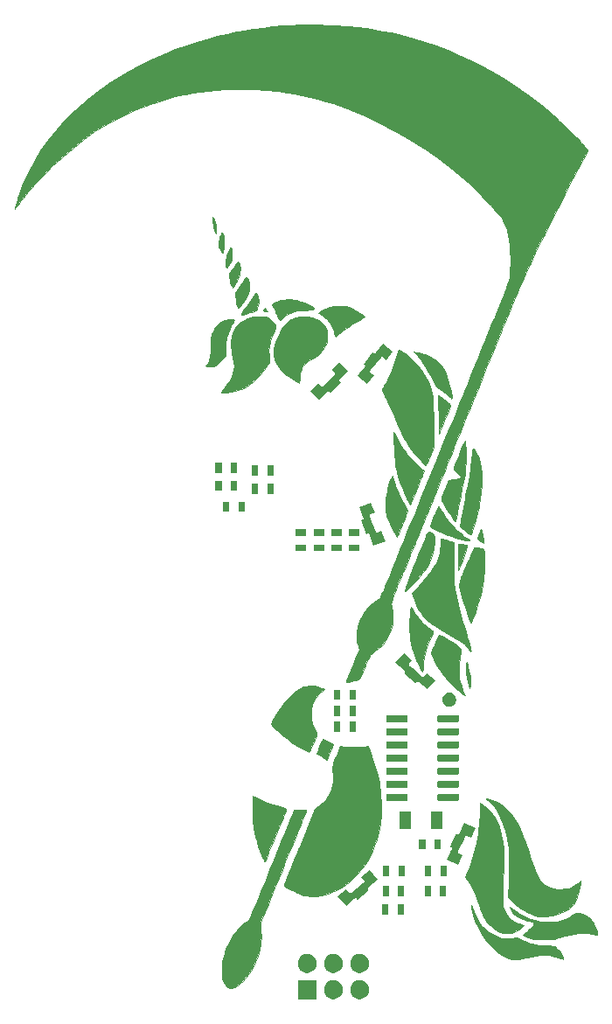
<source format=gbr>
G04 #@! TF.GenerationSoftware,KiCad,Pcbnew,5.1.6-c6e7f7d~87~ubuntu18.04.1*
G04 #@! TF.CreationDate,2020-08-06T21:04:51-07:00*
G04 #@! TF.ProjectId,scythe_badge,73637974-6865-45f6-9261-6467652e6b69,rev?*
G04 #@! TF.SameCoordinates,Original*
G04 #@! TF.FileFunction,Soldermask,Bot*
G04 #@! TF.FilePolarity,Negative*
%FSLAX46Y46*%
G04 Gerber Fmt 4.6, Leading zero omitted, Abs format (unit mm)*
G04 Created by KiCad (PCBNEW 5.1.6-c6e7f7d~87~ubuntu18.04.1) date 2020-08-06 21:04:51*
%MOMM*%
%LPD*%
G01*
G04 APERTURE LIST*
%ADD10C,0.010000*%
%ADD11C,0.100000*%
G04 APERTURE END LIST*
D10*
G36*
X161110772Y-119352264D02*
G01*
X161168909Y-119357041D01*
X161376579Y-119371211D01*
X161597710Y-119381077D01*
X161765491Y-119384334D01*
X161881329Y-119383204D01*
X161959400Y-119387920D01*
X162001032Y-119410640D01*
X162007548Y-119463519D01*
X161980274Y-119558715D01*
X161920537Y-119708385D01*
X161829660Y-119924686D01*
X161825492Y-119934667D01*
X161770391Y-120067786D01*
X161688369Y-120267446D01*
X161584297Y-120521713D01*
X161463049Y-120818658D01*
X161329495Y-121146350D01*
X161188509Y-121492856D01*
X161056224Y-121818500D01*
X160700686Y-122694245D01*
X160351415Y-123554198D01*
X160011347Y-124391142D01*
X159683417Y-125197862D01*
X159370559Y-125967141D01*
X159075710Y-126691764D01*
X158801804Y-127364512D01*
X158551777Y-127978172D01*
X158328565Y-128525526D01*
X158192231Y-128859508D01*
X158054695Y-129199447D01*
X157927751Y-129519331D01*
X157814984Y-129809654D01*
X157719982Y-130060913D01*
X157646333Y-130263603D01*
X157597622Y-130408219D01*
X157577438Y-130485259D01*
X157577108Y-130489342D01*
X157580914Y-130591766D01*
X157594860Y-130749988D01*
X157616314Y-130936110D01*
X157626467Y-131012546D01*
X157670240Y-131624061D01*
X157638577Y-132253112D01*
X157535552Y-132888133D01*
X157365235Y-133517555D01*
X157131699Y-134129811D01*
X156839014Y-134713333D01*
X156491254Y-135256553D01*
X156092490Y-135747903D01*
X155884339Y-135961760D01*
X155654754Y-136172704D01*
X155454168Y-136329652D01*
X155261266Y-136446699D01*
X155054728Y-136537940D01*
X154964334Y-136570094D01*
X154814953Y-136619955D01*
X154718270Y-136644956D01*
X154646115Y-136645319D01*
X154570318Y-136621260D01*
X154464862Y-136573976D01*
X154278393Y-136445604D01*
X154111170Y-136242395D01*
X153970138Y-135973279D01*
X153941180Y-135900464D01*
X153909652Y-135810549D01*
X153887015Y-135723848D01*
X153872261Y-135625404D01*
X153864382Y-135500263D01*
X153862371Y-135333469D01*
X153865220Y-135110066D01*
X153870889Y-134857167D01*
X153878960Y-134565778D01*
X153888547Y-134340082D01*
X153901900Y-134161109D01*
X153921266Y-134009890D01*
X153948894Y-133867453D01*
X153987030Y-133714829D01*
X154020599Y-133593834D01*
X154260975Y-132869791D01*
X154553839Y-132210828D01*
X154900855Y-131614306D01*
X155303690Y-131077587D01*
X155764007Y-130598034D01*
X156085461Y-130323138D01*
X156242605Y-130192265D01*
X156381498Y-130065103D01*
X156483568Y-129959261D01*
X156522059Y-129909125D01*
X156552491Y-129854746D01*
X156591782Y-129775479D01*
X156642347Y-129665584D01*
X156706599Y-129519322D01*
X156786955Y-129330954D01*
X156885830Y-129094739D01*
X157005638Y-128804939D01*
X157148795Y-128455812D01*
X157317715Y-128041621D01*
X157514814Y-127556625D01*
X157592898Y-127364167D01*
X157698027Y-127105028D01*
X157831199Y-126776879D01*
X157988585Y-126389149D01*
X158166356Y-125951265D01*
X158360686Y-125472656D01*
X158567744Y-124962751D01*
X158783702Y-124430978D01*
X159004732Y-123886766D01*
X159227006Y-123339543D01*
X159446695Y-122798738D01*
X159466562Y-122749834D01*
X159669768Y-122249492D01*
X159864114Y-121770684D01*
X160047193Y-121319359D01*
X160216597Y-120901466D01*
X160369917Y-120522954D01*
X160504746Y-120189772D01*
X160618676Y-119907869D01*
X160709299Y-119683194D01*
X160774206Y-119521697D01*
X160810990Y-119429326D01*
X160818425Y-119409958D01*
X160840304Y-119369785D01*
X160883686Y-119348686D01*
X160967524Y-119343799D01*
X161110772Y-119352264D01*
G37*
X161110772Y-119352264D02*
X161168909Y-119357041D01*
X161376579Y-119371211D01*
X161597710Y-119381077D01*
X161765491Y-119384334D01*
X161881329Y-119383204D01*
X161959400Y-119387920D01*
X162001032Y-119410640D01*
X162007548Y-119463519D01*
X161980274Y-119558715D01*
X161920537Y-119708385D01*
X161829660Y-119924686D01*
X161825492Y-119934667D01*
X161770391Y-120067786D01*
X161688369Y-120267446D01*
X161584297Y-120521713D01*
X161463049Y-120818658D01*
X161329495Y-121146350D01*
X161188509Y-121492856D01*
X161056224Y-121818500D01*
X160700686Y-122694245D01*
X160351415Y-123554198D01*
X160011347Y-124391142D01*
X159683417Y-125197862D01*
X159370559Y-125967141D01*
X159075710Y-126691764D01*
X158801804Y-127364512D01*
X158551777Y-127978172D01*
X158328565Y-128525526D01*
X158192231Y-128859508D01*
X158054695Y-129199447D01*
X157927751Y-129519331D01*
X157814984Y-129809654D01*
X157719982Y-130060913D01*
X157646333Y-130263603D01*
X157597622Y-130408219D01*
X157577438Y-130485259D01*
X157577108Y-130489342D01*
X157580914Y-130591766D01*
X157594860Y-130749988D01*
X157616314Y-130936110D01*
X157626467Y-131012546D01*
X157670240Y-131624061D01*
X157638577Y-132253112D01*
X157535552Y-132888133D01*
X157365235Y-133517555D01*
X157131699Y-134129811D01*
X156839014Y-134713333D01*
X156491254Y-135256553D01*
X156092490Y-135747903D01*
X155884339Y-135961760D01*
X155654754Y-136172704D01*
X155454168Y-136329652D01*
X155261266Y-136446699D01*
X155054728Y-136537940D01*
X154964334Y-136570094D01*
X154814953Y-136619955D01*
X154718270Y-136644956D01*
X154646115Y-136645319D01*
X154570318Y-136621260D01*
X154464862Y-136573976D01*
X154278393Y-136445604D01*
X154111170Y-136242395D01*
X153970138Y-135973279D01*
X153941180Y-135900464D01*
X153909652Y-135810549D01*
X153887015Y-135723848D01*
X153872261Y-135625404D01*
X153864382Y-135500263D01*
X153862371Y-135333469D01*
X153865220Y-135110066D01*
X153870889Y-134857167D01*
X153878960Y-134565778D01*
X153888547Y-134340082D01*
X153901900Y-134161109D01*
X153921266Y-134009890D01*
X153948894Y-133867453D01*
X153987030Y-133714829D01*
X154020599Y-133593834D01*
X154260975Y-132869791D01*
X154553839Y-132210828D01*
X154900855Y-131614306D01*
X155303690Y-131077587D01*
X155764007Y-130598034D01*
X156085461Y-130323138D01*
X156242605Y-130192265D01*
X156381498Y-130065103D01*
X156483568Y-129959261D01*
X156522059Y-129909125D01*
X156552491Y-129854746D01*
X156591782Y-129775479D01*
X156642347Y-129665584D01*
X156706599Y-129519322D01*
X156786955Y-129330954D01*
X156885830Y-129094739D01*
X157005638Y-128804939D01*
X157148795Y-128455812D01*
X157317715Y-128041621D01*
X157514814Y-127556625D01*
X157592898Y-127364167D01*
X157698027Y-127105028D01*
X157831199Y-126776879D01*
X157988585Y-126389149D01*
X158166356Y-125951265D01*
X158360686Y-125472656D01*
X158567744Y-124962751D01*
X158783702Y-124430978D01*
X159004732Y-123886766D01*
X159227006Y-123339543D01*
X159446695Y-122798738D01*
X159466562Y-122749834D01*
X159669768Y-122249492D01*
X159864114Y-121770684D01*
X160047193Y-121319359D01*
X160216597Y-120901466D01*
X160369917Y-120522954D01*
X160504746Y-120189772D01*
X160618676Y-119907869D01*
X160709299Y-119683194D01*
X160774206Y-119521697D01*
X160810990Y-119429326D01*
X160818425Y-119409958D01*
X160840304Y-119369785D01*
X160883686Y-119348686D01*
X160967524Y-119343799D01*
X161110772Y-119352264D01*
G36*
X178027761Y-128651978D02*
G01*
X178064777Y-128746339D01*
X178114342Y-128886617D01*
X178138805Y-128959565D01*
X178260351Y-129281994D01*
X178417115Y-129630596D01*
X178592554Y-129971534D01*
X178770126Y-130270970D01*
X178807553Y-130327500D01*
X179043897Y-130625969D01*
X179334262Y-130912436D01*
X179662641Y-131176231D01*
X180013029Y-131406687D01*
X180369417Y-131593133D01*
X180715801Y-131724902D01*
X180996986Y-131786816D01*
X181279435Y-131813985D01*
X181576919Y-131826423D01*
X181863364Y-131824184D01*
X182112692Y-131807322D01*
X182263874Y-131784215D01*
X182404459Y-131760427D01*
X182505305Y-131766455D01*
X182607333Y-131806383D01*
X182636375Y-131821375D01*
X182940638Y-131980484D01*
X183185638Y-132103737D01*
X183385597Y-132197327D01*
X183554739Y-132267449D01*
X183707285Y-132320296D01*
X183857460Y-132362062D01*
X183903622Y-132373227D01*
X184103751Y-132419352D01*
X184271188Y-132454503D01*
X184424524Y-132480885D01*
X184582352Y-132500703D01*
X184763264Y-132516162D01*
X184985850Y-132529467D01*
X185268703Y-132542823D01*
X185371419Y-132547314D01*
X186135322Y-132580401D01*
X186339163Y-132808617D01*
X186530054Y-133044400D01*
X186701261Y-133297183D01*
X186835922Y-133540449D01*
X186898522Y-133688338D01*
X186931682Y-133793215D01*
X186943848Y-133855181D01*
X186941021Y-133862334D01*
X186896312Y-133848146D01*
X186789029Y-133809594D01*
X186635628Y-133752696D01*
X186466649Y-133688838D01*
X186135828Y-133571046D01*
X185831516Y-133483209D01*
X185540463Y-133425409D01*
X185249420Y-133397729D01*
X184945135Y-133400251D01*
X184614360Y-133433059D01*
X184243844Y-133496234D01*
X183820338Y-133589859D01*
X183352477Y-133708237D01*
X182925564Y-133805971D01*
X182553884Y-133857113D01*
X182222299Y-133862151D01*
X181915671Y-133821571D01*
X181693167Y-133761554D01*
X181218999Y-133571258D01*
X180770770Y-133317520D01*
X180343578Y-132996140D01*
X179932524Y-132602914D01*
X179532706Y-132133639D01*
X179139223Y-131584114D01*
X179120095Y-131555167D01*
X178978216Y-131325163D01*
X178822812Y-131048959D01*
X178664538Y-130747819D01*
X178514050Y-130443007D01*
X178382003Y-130155789D01*
X178279052Y-129907428D01*
X178239766Y-129798334D01*
X178204058Y-129674646D01*
X178163307Y-129508025D01*
X178121046Y-129316569D01*
X178080811Y-129118379D01*
X178046133Y-128931555D01*
X178020547Y-128774195D01*
X178007586Y-128664400D01*
X178009905Y-128620899D01*
X178027761Y-128651978D01*
G37*
X178027761Y-128651978D02*
X178064777Y-128746339D01*
X178114342Y-128886617D01*
X178138805Y-128959565D01*
X178260351Y-129281994D01*
X178417115Y-129630596D01*
X178592554Y-129971534D01*
X178770126Y-130270970D01*
X178807553Y-130327500D01*
X179043897Y-130625969D01*
X179334262Y-130912436D01*
X179662641Y-131176231D01*
X180013029Y-131406687D01*
X180369417Y-131593133D01*
X180715801Y-131724902D01*
X180996986Y-131786816D01*
X181279435Y-131813985D01*
X181576919Y-131826423D01*
X181863364Y-131824184D01*
X182112692Y-131807322D01*
X182263874Y-131784215D01*
X182404459Y-131760427D01*
X182505305Y-131766455D01*
X182607333Y-131806383D01*
X182636375Y-131821375D01*
X182940638Y-131980484D01*
X183185638Y-132103737D01*
X183385597Y-132197327D01*
X183554739Y-132267449D01*
X183707285Y-132320296D01*
X183857460Y-132362062D01*
X183903622Y-132373227D01*
X184103751Y-132419352D01*
X184271188Y-132454503D01*
X184424524Y-132480885D01*
X184582352Y-132500703D01*
X184763264Y-132516162D01*
X184985850Y-132529467D01*
X185268703Y-132542823D01*
X185371419Y-132547314D01*
X186135322Y-132580401D01*
X186339163Y-132808617D01*
X186530054Y-133044400D01*
X186701261Y-133297183D01*
X186835922Y-133540449D01*
X186898522Y-133688338D01*
X186931682Y-133793215D01*
X186943848Y-133855181D01*
X186941021Y-133862334D01*
X186896312Y-133848146D01*
X186789029Y-133809594D01*
X186635628Y-133752696D01*
X186466649Y-133688838D01*
X186135828Y-133571046D01*
X185831516Y-133483209D01*
X185540463Y-133425409D01*
X185249420Y-133397729D01*
X184945135Y-133400251D01*
X184614360Y-133433059D01*
X184243844Y-133496234D01*
X183820338Y-133589859D01*
X183352477Y-133708237D01*
X182925564Y-133805971D01*
X182553884Y-133857113D01*
X182222299Y-133862151D01*
X181915671Y-133821571D01*
X181693167Y-133761554D01*
X181218999Y-133571258D01*
X180770770Y-133317520D01*
X180343578Y-132996140D01*
X179932524Y-132602914D01*
X179532706Y-132133639D01*
X179139223Y-131584114D01*
X179120095Y-131555167D01*
X178978216Y-131325163D01*
X178822812Y-131048959D01*
X178664538Y-130747819D01*
X178514050Y-130443007D01*
X178382003Y-130155789D01*
X178279052Y-129907428D01*
X178239766Y-129798334D01*
X178204058Y-129674646D01*
X178163307Y-129508025D01*
X178121046Y-129316569D01*
X178080811Y-129118379D01*
X178046133Y-128931555D01*
X178020547Y-128774195D01*
X178007586Y-128664400D01*
X178009905Y-128620899D01*
X178027761Y-128651978D01*
G36*
X181759123Y-128783326D02*
G01*
X181844062Y-128834796D01*
X181962695Y-128922831D01*
X182033011Y-128980056D01*
X182582025Y-129385392D01*
X183172182Y-129716917D01*
X183801853Y-129973890D01*
X184469408Y-130155568D01*
X184715205Y-130201816D01*
X184995942Y-130235771D01*
X185317769Y-130253660D01*
X185657113Y-130256001D01*
X185990402Y-130243311D01*
X186294061Y-130216106D01*
X186544519Y-130174902D01*
X186603833Y-130160409D01*
X186935187Y-130046646D01*
X187291027Y-129881506D01*
X187642275Y-129679182D01*
X187785466Y-129583720D01*
X187982080Y-129456679D01*
X188139520Y-129380435D01*
X188277939Y-129345384D01*
X188288165Y-129344142D01*
X188519269Y-129354116D01*
X188777541Y-129425115D01*
X189043699Y-129547377D01*
X189298462Y-129711138D01*
X189522550Y-129906635D01*
X189622168Y-130019629D01*
X189742609Y-130195090D01*
X189865854Y-130414984D01*
X189983234Y-130658962D01*
X190086077Y-130906673D01*
X190165716Y-131137770D01*
X190213480Y-131331901D01*
X190223333Y-131430684D01*
X190204149Y-131479488D01*
X190133941Y-131473626D01*
X190128083Y-131471838D01*
X189729428Y-131363950D01*
X189361821Y-131302169D01*
X188989445Y-131280661D01*
X188953333Y-131280501D01*
X188627195Y-131289730D01*
X188307397Y-131319899D01*
X187974652Y-131374367D01*
X187609671Y-131456491D01*
X187193164Y-131569632D01*
X187048065Y-131612276D01*
X186780953Y-131688786D01*
X186506573Y-131761916D01*
X186249953Y-131825355D01*
X186036119Y-131872793D01*
X185950790Y-131888932D01*
X185680849Y-131923079D01*
X185362504Y-131944195D01*
X185021714Y-131952213D01*
X184684438Y-131947067D01*
X184376636Y-131928689D01*
X184124267Y-131897012D01*
X184106167Y-131893697D01*
X183802681Y-131823055D01*
X183515586Y-131731679D01*
X183271603Y-131628752D01*
X183164872Y-131570177D01*
X183015303Y-131477738D01*
X183137401Y-131393206D01*
X183213801Y-131331198D01*
X183333509Y-131223453D01*
X183480590Y-131084719D01*
X183639107Y-130929746D01*
X183651083Y-130917809D01*
X183817399Y-130748546D01*
X183930414Y-130623922D01*
X183999429Y-130531567D01*
X184033742Y-130459115D01*
X184042667Y-130396961D01*
X184035340Y-130322194D01*
X184005057Y-130264999D01*
X183939361Y-130219085D01*
X183825797Y-130178160D01*
X183651910Y-130135931D01*
X183441127Y-130093091D01*
X182998367Y-129978345D01*
X182616988Y-129820147D01*
X182302470Y-129621188D01*
X182105593Y-129437761D01*
X181980349Y-129283648D01*
X181869037Y-129122199D01*
X181782182Y-128971546D01*
X181730305Y-128849824D01*
X181722790Y-128778129D01*
X181759123Y-128783326D01*
G37*
X181759123Y-128783326D02*
X181844062Y-128834796D01*
X181962695Y-128922831D01*
X182033011Y-128980056D01*
X182582025Y-129385392D01*
X183172182Y-129716917D01*
X183801853Y-129973890D01*
X184469408Y-130155568D01*
X184715205Y-130201816D01*
X184995942Y-130235771D01*
X185317769Y-130253660D01*
X185657113Y-130256001D01*
X185990402Y-130243311D01*
X186294061Y-130216106D01*
X186544519Y-130174902D01*
X186603833Y-130160409D01*
X186935187Y-130046646D01*
X187291027Y-129881506D01*
X187642275Y-129679182D01*
X187785466Y-129583720D01*
X187982080Y-129456679D01*
X188139520Y-129380435D01*
X188277939Y-129345384D01*
X188288165Y-129344142D01*
X188519269Y-129354116D01*
X188777541Y-129425115D01*
X189043699Y-129547377D01*
X189298462Y-129711138D01*
X189522550Y-129906635D01*
X189622168Y-130019629D01*
X189742609Y-130195090D01*
X189865854Y-130414984D01*
X189983234Y-130658962D01*
X190086077Y-130906673D01*
X190165716Y-131137770D01*
X190213480Y-131331901D01*
X190223333Y-131430684D01*
X190204149Y-131479488D01*
X190133941Y-131473626D01*
X190128083Y-131471838D01*
X189729428Y-131363950D01*
X189361821Y-131302169D01*
X188989445Y-131280661D01*
X188953333Y-131280501D01*
X188627195Y-131289730D01*
X188307397Y-131319899D01*
X187974652Y-131374367D01*
X187609671Y-131456491D01*
X187193164Y-131569632D01*
X187048065Y-131612276D01*
X186780953Y-131688786D01*
X186506573Y-131761916D01*
X186249953Y-131825355D01*
X186036119Y-131872793D01*
X185950790Y-131888932D01*
X185680849Y-131923079D01*
X185362504Y-131944195D01*
X185021714Y-131952213D01*
X184684438Y-131947067D01*
X184376636Y-131928689D01*
X184124267Y-131897012D01*
X184106167Y-131893697D01*
X183802681Y-131823055D01*
X183515586Y-131731679D01*
X183271603Y-131628752D01*
X183164872Y-131570177D01*
X183015303Y-131477738D01*
X183137401Y-131393206D01*
X183213801Y-131331198D01*
X183333509Y-131223453D01*
X183480590Y-131084719D01*
X183639107Y-130929746D01*
X183651083Y-130917809D01*
X183817399Y-130748546D01*
X183930414Y-130623922D01*
X183999429Y-130531567D01*
X184033742Y-130459115D01*
X184042667Y-130396961D01*
X184035340Y-130322194D01*
X184005057Y-130264999D01*
X183939361Y-130219085D01*
X183825797Y-130178160D01*
X183651910Y-130135931D01*
X183441127Y-130093091D01*
X182998367Y-129978345D01*
X182616988Y-129820147D01*
X182302470Y-129621188D01*
X182105593Y-129437761D01*
X181980349Y-129283648D01*
X181869037Y-129122199D01*
X181782182Y-128971546D01*
X181730305Y-128849824D01*
X181722790Y-128778129D01*
X181759123Y-128783326D01*
G36*
X179174333Y-118921623D02*
G01*
X179426712Y-119109493D01*
X179690971Y-119349243D01*
X179942505Y-119616353D01*
X180156712Y-119886301D01*
X180189344Y-119933210D01*
X180411324Y-120315941D01*
X180609278Y-120771375D01*
X180780644Y-121290314D01*
X180922860Y-121863561D01*
X181033364Y-122481916D01*
X181109595Y-123136183D01*
X181121138Y-123279000D01*
X181142779Y-123611816D01*
X181156063Y-123930984D01*
X181160843Y-124253417D01*
X181156975Y-124596028D01*
X181144313Y-124975730D01*
X181122711Y-125409436D01*
X181099452Y-125797834D01*
X181067130Y-126376168D01*
X181045747Y-126909763D01*
X181035302Y-127391966D01*
X181035798Y-127816122D01*
X181047237Y-128175576D01*
X181069618Y-128463676D01*
X181098881Y-128655334D01*
X181182797Y-128953699D01*
X181303693Y-129253278D01*
X181448274Y-129525428D01*
X181602763Y-129740955D01*
X181855855Y-129974288D01*
X182186239Y-130181338D01*
X182595806Y-130363274D01*
X182635459Y-130378032D01*
X182808659Y-130442705D01*
X182950365Y-130497709D01*
X183042856Y-130536039D01*
X183069000Y-130549357D01*
X183053302Y-130587219D01*
X182984032Y-130661822D01*
X182876229Y-130760300D01*
X182744936Y-130869790D01*
X182605193Y-130977428D01*
X182472040Y-131070350D01*
X182425969Y-131099325D01*
X182144474Y-131229582D01*
X181824235Y-131300824D01*
X181456575Y-131314210D01*
X181083771Y-131278594D01*
X180807298Y-131206848D01*
X180508200Y-131074396D01*
X180207710Y-130892957D01*
X179927062Y-130674248D01*
X179836928Y-130590553D01*
X179684045Y-130436334D01*
X179552072Y-130288776D01*
X179435533Y-130137355D01*
X179328951Y-129971547D01*
X179226850Y-129780827D01*
X179123754Y-129554671D01*
X179014185Y-129282555D01*
X178892669Y-128953953D01*
X178753727Y-128558342D01*
X178703452Y-128412262D01*
X178521189Y-127899961D01*
X178350001Y-127461082D01*
X178185094Y-127085880D01*
X178021674Y-126764611D01*
X177854948Y-126487530D01*
X177680120Y-126244894D01*
X177574611Y-126117815D01*
X177410506Y-125929797D01*
X177618945Y-125464182D01*
X177827462Y-124959685D01*
X178028804Y-124399686D01*
X178213876Y-123813328D01*
X178373582Y-123229754D01*
X178498828Y-122678108D01*
X178515989Y-122589861D01*
X178599889Y-122129768D01*
X178667584Y-121716106D01*
X178721816Y-121325426D01*
X178765325Y-120934275D01*
X178800852Y-120519204D01*
X178831138Y-120056763D01*
X178847663Y-119752101D01*
X178899167Y-118744034D01*
X179174333Y-118921623D01*
G37*
X179174333Y-118921623D02*
X179426712Y-119109493D01*
X179690971Y-119349243D01*
X179942505Y-119616353D01*
X180156712Y-119886301D01*
X180189344Y-119933210D01*
X180411324Y-120315941D01*
X180609278Y-120771375D01*
X180780644Y-121290314D01*
X180922860Y-121863561D01*
X181033364Y-122481916D01*
X181109595Y-123136183D01*
X181121138Y-123279000D01*
X181142779Y-123611816D01*
X181156063Y-123930984D01*
X181160843Y-124253417D01*
X181156975Y-124596028D01*
X181144313Y-124975730D01*
X181122711Y-125409436D01*
X181099452Y-125797834D01*
X181067130Y-126376168D01*
X181045747Y-126909763D01*
X181035302Y-127391966D01*
X181035798Y-127816122D01*
X181047237Y-128175576D01*
X181069618Y-128463676D01*
X181098881Y-128655334D01*
X181182797Y-128953699D01*
X181303693Y-129253278D01*
X181448274Y-129525428D01*
X181602763Y-129740955D01*
X181855855Y-129974288D01*
X182186239Y-130181338D01*
X182595806Y-130363274D01*
X182635459Y-130378032D01*
X182808659Y-130442705D01*
X182950365Y-130497709D01*
X183042856Y-130536039D01*
X183069000Y-130549357D01*
X183053302Y-130587219D01*
X182984032Y-130661822D01*
X182876229Y-130760300D01*
X182744936Y-130869790D01*
X182605193Y-130977428D01*
X182472040Y-131070350D01*
X182425969Y-131099325D01*
X182144474Y-131229582D01*
X181824235Y-131300824D01*
X181456575Y-131314210D01*
X181083771Y-131278594D01*
X180807298Y-131206848D01*
X180508200Y-131074396D01*
X180207710Y-130892957D01*
X179927062Y-130674248D01*
X179836928Y-130590553D01*
X179684045Y-130436334D01*
X179552072Y-130288776D01*
X179435533Y-130137355D01*
X179328951Y-129971547D01*
X179226850Y-129780827D01*
X179123754Y-129554671D01*
X179014185Y-129282555D01*
X178892669Y-128953953D01*
X178753727Y-128558342D01*
X178703452Y-128412262D01*
X178521189Y-127899961D01*
X178350001Y-127461082D01*
X178185094Y-127085880D01*
X178021674Y-126764611D01*
X177854948Y-126487530D01*
X177680120Y-126244894D01*
X177574611Y-126117815D01*
X177410506Y-125929797D01*
X177618945Y-125464182D01*
X177827462Y-124959685D01*
X178028804Y-124399686D01*
X178213876Y-123813328D01*
X178373582Y-123229754D01*
X178498828Y-122678108D01*
X178515989Y-122589861D01*
X178599889Y-122129768D01*
X178667584Y-121716106D01*
X178721816Y-121325426D01*
X178765325Y-120934275D01*
X178800852Y-120519204D01*
X178831138Y-120056763D01*
X178847663Y-119752101D01*
X178899167Y-118744034D01*
X179174333Y-118921623D01*
G36*
X179555362Y-118296653D02*
G01*
X179719925Y-118342474D01*
X179812925Y-118372076D01*
X180316255Y-118564666D01*
X180773503Y-118802249D01*
X181189961Y-119090330D01*
X181570917Y-119434416D01*
X181921661Y-119840015D01*
X182247483Y-120312633D01*
X182553673Y-120857776D01*
X182845520Y-121480952D01*
X182882531Y-121567625D01*
X182941621Y-121716314D01*
X183022440Y-121932833D01*
X183120509Y-122204505D01*
X183231351Y-122518653D01*
X183350488Y-122862598D01*
X183473443Y-123223662D01*
X183584128Y-123554167D01*
X183765544Y-124092446D01*
X183928112Y-124556462D01*
X184075003Y-124953704D01*
X184209391Y-125291659D01*
X184334450Y-125577817D01*
X184453351Y-125819668D01*
X184569269Y-126024699D01*
X184685376Y-126200399D01*
X184732090Y-126263500D01*
X184996771Y-126557867D01*
X185291747Y-126783591D01*
X185624436Y-126943679D01*
X186002254Y-127041138D01*
X186432621Y-127078975D01*
X186730833Y-127073721D01*
X187089266Y-127043988D01*
X187387400Y-126989762D01*
X187648147Y-126902187D01*
X187894418Y-126772407D01*
X188149125Y-126591564D01*
X188302005Y-126466367D01*
X188583986Y-126227145D01*
X188553725Y-126478156D01*
X188504690Y-126797924D01*
X188434341Y-127141080D01*
X188350255Y-127475579D01*
X188260012Y-127769377D01*
X188226686Y-127861072D01*
X188049176Y-128245521D01*
X187828796Y-128577400D01*
X187558407Y-128862509D01*
X187230875Y-129106646D01*
X186839061Y-129315609D01*
X186375831Y-129495198D01*
X186117000Y-129575272D01*
X185882483Y-129627706D01*
X185599813Y-129667481D01*
X185291151Y-129693712D01*
X184978658Y-129705514D01*
X184684497Y-129702002D01*
X184430828Y-129682292D01*
X184254333Y-129649661D01*
X184066852Y-129585121D01*
X183828831Y-129483727D01*
X183560148Y-129355636D01*
X183280679Y-129211002D01*
X183010304Y-129059982D01*
X182768898Y-128912732D01*
X182634244Y-128821939D01*
X182447333Y-128678368D01*
X182235856Y-128499388D01*
X182031738Y-128312653D01*
X181926494Y-128208819D01*
X181576279Y-127850020D01*
X181603141Y-127395427D01*
X181609678Y-127252529D01*
X181616975Y-127036958D01*
X181624745Y-126760701D01*
X181632700Y-126435745D01*
X181640552Y-126074077D01*
X181648013Y-125687683D01*
X181654796Y-125288552D01*
X181656735Y-125162834D01*
X181663130Y-124710647D01*
X181667359Y-124332819D01*
X181669212Y-124019066D01*
X181668481Y-123759103D01*
X181664954Y-123542644D01*
X181658424Y-123359405D01*
X181648682Y-123199101D01*
X181635517Y-123051447D01*
X181618721Y-122906159D01*
X181609366Y-122834672D01*
X181481884Y-122092572D01*
X181305800Y-121388029D01*
X181084081Y-120727491D01*
X180819691Y-120117407D01*
X180515596Y-119564227D01*
X180174762Y-119074399D01*
X179800155Y-118654373D01*
X179604793Y-118475676D01*
X179492380Y-118373540D01*
X179444638Y-118310669D01*
X179464616Y-118285546D01*
X179555362Y-118296653D01*
G37*
X179555362Y-118296653D02*
X179719925Y-118342474D01*
X179812925Y-118372076D01*
X180316255Y-118564666D01*
X180773503Y-118802249D01*
X181189961Y-119090330D01*
X181570917Y-119434416D01*
X181921661Y-119840015D01*
X182247483Y-120312633D01*
X182553673Y-120857776D01*
X182845520Y-121480952D01*
X182882531Y-121567625D01*
X182941621Y-121716314D01*
X183022440Y-121932833D01*
X183120509Y-122204505D01*
X183231351Y-122518653D01*
X183350488Y-122862598D01*
X183473443Y-123223662D01*
X183584128Y-123554167D01*
X183765544Y-124092446D01*
X183928112Y-124556462D01*
X184075003Y-124953704D01*
X184209391Y-125291659D01*
X184334450Y-125577817D01*
X184453351Y-125819668D01*
X184569269Y-126024699D01*
X184685376Y-126200399D01*
X184732090Y-126263500D01*
X184996771Y-126557867D01*
X185291747Y-126783591D01*
X185624436Y-126943679D01*
X186002254Y-127041138D01*
X186432621Y-127078975D01*
X186730833Y-127073721D01*
X187089266Y-127043988D01*
X187387400Y-126989762D01*
X187648147Y-126902187D01*
X187894418Y-126772407D01*
X188149125Y-126591564D01*
X188302005Y-126466367D01*
X188583986Y-126227145D01*
X188553725Y-126478156D01*
X188504690Y-126797924D01*
X188434341Y-127141080D01*
X188350255Y-127475579D01*
X188260012Y-127769377D01*
X188226686Y-127861072D01*
X188049176Y-128245521D01*
X187828796Y-128577400D01*
X187558407Y-128862509D01*
X187230875Y-129106646D01*
X186839061Y-129315609D01*
X186375831Y-129495198D01*
X186117000Y-129575272D01*
X185882483Y-129627706D01*
X185599813Y-129667481D01*
X185291151Y-129693712D01*
X184978658Y-129705514D01*
X184684497Y-129702002D01*
X184430828Y-129682292D01*
X184254333Y-129649661D01*
X184066852Y-129585121D01*
X183828831Y-129483727D01*
X183560148Y-129355636D01*
X183280679Y-129211002D01*
X183010304Y-129059982D01*
X182768898Y-128912732D01*
X182634244Y-128821939D01*
X182447333Y-128678368D01*
X182235856Y-128499388D01*
X182031738Y-128312653D01*
X181926494Y-128208819D01*
X181576279Y-127850020D01*
X181603141Y-127395427D01*
X181609678Y-127252529D01*
X181616975Y-127036958D01*
X181624745Y-126760701D01*
X181632700Y-126435745D01*
X181640552Y-126074077D01*
X181648013Y-125687683D01*
X181654796Y-125288552D01*
X181656735Y-125162834D01*
X181663130Y-124710647D01*
X181667359Y-124332819D01*
X181669212Y-124019066D01*
X181668481Y-123759103D01*
X181664954Y-123542644D01*
X181658424Y-123359405D01*
X181648682Y-123199101D01*
X181635517Y-123051447D01*
X181618721Y-122906159D01*
X181609366Y-122834672D01*
X181481884Y-122092572D01*
X181305800Y-121388029D01*
X181084081Y-120727491D01*
X180819691Y-120117407D01*
X180515596Y-119564227D01*
X180174762Y-119074399D01*
X179800155Y-118654373D01*
X179604793Y-118475676D01*
X179492380Y-118373540D01*
X179444638Y-118310669D01*
X179464616Y-118285546D01*
X179555362Y-118296653D01*
G36*
X168189788Y-113618959D02*
G01*
X168569931Y-114695682D01*
X168871701Y-115752782D01*
X169094962Y-116788878D01*
X169239577Y-117802587D01*
X169305410Y-118792528D01*
X169292326Y-119757319D01*
X169200187Y-120695578D01*
X169028859Y-121605923D01*
X168991721Y-121758310D01*
X168838200Y-122287939D01*
X168642380Y-122837046D01*
X168413613Y-123384742D01*
X168161252Y-123910136D01*
X167894650Y-124392341D01*
X167628483Y-124803000D01*
X167483154Y-124991299D01*
X167291430Y-125216333D01*
X167067032Y-125464042D01*
X166823680Y-125720364D01*
X166575093Y-125971239D01*
X166334992Y-126202605D01*
X166117096Y-126400402D01*
X165935126Y-126550568D01*
X165892462Y-126582177D01*
X165302881Y-126965086D01*
X164709902Y-127273072D01*
X164117879Y-127504895D01*
X163531167Y-127659315D01*
X162954122Y-127735090D01*
X162391098Y-127730981D01*
X162026388Y-127683377D01*
X161795344Y-127637706D01*
X161593952Y-127587911D01*
X161402980Y-127526806D01*
X161203196Y-127447204D01*
X160975366Y-127341921D01*
X160700259Y-127203771D01*
X160590000Y-127146717D01*
X160324933Y-127005335D01*
X160129622Y-126891931D01*
X159996246Y-126800562D01*
X159916986Y-126725284D01*
X159884022Y-126660153D01*
X159885722Y-126611392D01*
X159904330Y-126561680D01*
X159952652Y-126439192D01*
X160028416Y-126249546D01*
X160129352Y-125998357D01*
X160253189Y-125691243D01*
X160397657Y-125333822D01*
X160560484Y-124931710D01*
X160739400Y-124490525D01*
X160932135Y-124015883D01*
X161136418Y-123513401D01*
X161349977Y-122988697D01*
X161380386Y-122914031D01*
X162854833Y-119293982D01*
X163203977Y-119058916D01*
X163611172Y-118738954D01*
X163950882Y-118371129D01*
X164226937Y-117950352D01*
X164443169Y-117471534D01*
X164482171Y-117360644D01*
X164558318Y-117061497D01*
X164607565Y-116714560D01*
X164627153Y-116353193D01*
X164614326Y-116010759D01*
X164602359Y-115906501D01*
X164574262Y-115694517D01*
X164556898Y-115518888D01*
X164553142Y-115364967D01*
X164565867Y-115218106D01*
X164597947Y-115063659D01*
X164652254Y-114886978D01*
X164731664Y-114673417D01*
X164839049Y-114408329D01*
X164947182Y-114148956D01*
X165340093Y-113210411D01*
X165494463Y-113238789D01*
X165590825Y-113248211D01*
X165756467Y-113255671D01*
X165976028Y-113261173D01*
X166234143Y-113264725D01*
X166515452Y-113266331D01*
X166804590Y-113265997D01*
X167086194Y-113263728D01*
X167344903Y-113259530D01*
X167565352Y-113253408D01*
X167732180Y-113245368D01*
X167813796Y-113237959D01*
X168031425Y-113208750D01*
X168189788Y-113618959D01*
G37*
X168189788Y-113618959D02*
X168569931Y-114695682D01*
X168871701Y-115752782D01*
X169094962Y-116788878D01*
X169239577Y-117802587D01*
X169305410Y-118792528D01*
X169292326Y-119757319D01*
X169200187Y-120695578D01*
X169028859Y-121605923D01*
X168991721Y-121758310D01*
X168838200Y-122287939D01*
X168642380Y-122837046D01*
X168413613Y-123384742D01*
X168161252Y-123910136D01*
X167894650Y-124392341D01*
X167628483Y-124803000D01*
X167483154Y-124991299D01*
X167291430Y-125216333D01*
X167067032Y-125464042D01*
X166823680Y-125720364D01*
X166575093Y-125971239D01*
X166334992Y-126202605D01*
X166117096Y-126400402D01*
X165935126Y-126550568D01*
X165892462Y-126582177D01*
X165302881Y-126965086D01*
X164709902Y-127273072D01*
X164117879Y-127504895D01*
X163531167Y-127659315D01*
X162954122Y-127735090D01*
X162391098Y-127730981D01*
X162026388Y-127683377D01*
X161795344Y-127637706D01*
X161593952Y-127587911D01*
X161402980Y-127526806D01*
X161203196Y-127447204D01*
X160975366Y-127341921D01*
X160700259Y-127203771D01*
X160590000Y-127146717D01*
X160324933Y-127005335D01*
X160129622Y-126891931D01*
X159996246Y-126800562D01*
X159916986Y-126725284D01*
X159884022Y-126660153D01*
X159885722Y-126611392D01*
X159904330Y-126561680D01*
X159952652Y-126439192D01*
X160028416Y-126249546D01*
X160129352Y-125998357D01*
X160253189Y-125691243D01*
X160397657Y-125333822D01*
X160560484Y-124931710D01*
X160739400Y-124490525D01*
X160932135Y-124015883D01*
X161136418Y-123513401D01*
X161349977Y-122988697D01*
X161380386Y-122914031D01*
X162854833Y-119293982D01*
X163203977Y-119058916D01*
X163611172Y-118738954D01*
X163950882Y-118371129D01*
X164226937Y-117950352D01*
X164443169Y-117471534D01*
X164482171Y-117360644D01*
X164558318Y-117061497D01*
X164607565Y-116714560D01*
X164627153Y-116353193D01*
X164614326Y-116010759D01*
X164602359Y-115906501D01*
X164574262Y-115694517D01*
X164556898Y-115518888D01*
X164553142Y-115364967D01*
X164565867Y-115218106D01*
X164597947Y-115063659D01*
X164652254Y-114886978D01*
X164731664Y-114673417D01*
X164839049Y-114408329D01*
X164947182Y-114148956D01*
X165340093Y-113210411D01*
X165494463Y-113238789D01*
X165590825Y-113248211D01*
X165756467Y-113255671D01*
X165976028Y-113261173D01*
X166234143Y-113264725D01*
X166515452Y-113266331D01*
X166804590Y-113265997D01*
X167086194Y-113263728D01*
X167344903Y-113259530D01*
X167565352Y-113253408D01*
X167732180Y-113245368D01*
X167813796Y-113237959D01*
X168031425Y-113208750D01*
X168189788Y-113618959D01*
G36*
X156953039Y-118085365D02*
G01*
X157049957Y-118128952D01*
X157201036Y-118198737D01*
X157384054Y-118284394D01*
X157542000Y-118359056D01*
X158052950Y-118586290D01*
X158560737Y-118778531D01*
X159099458Y-118948035D01*
X159435841Y-119039800D01*
X159701790Y-119111887D01*
X159891275Y-119170400D01*
X160010981Y-119217742D01*
X160067589Y-119256315D01*
X160073935Y-119269117D01*
X160062684Y-119327523D01*
X160023616Y-119450974D01*
X159961412Y-119626333D01*
X159880755Y-119840464D01*
X159786326Y-120080232D01*
X159773709Y-120111544D01*
X159487031Y-120820124D01*
X159222862Y-121470882D01*
X158982071Y-122061720D01*
X158765530Y-122590541D01*
X158574109Y-123055247D01*
X158408679Y-123453741D01*
X158270110Y-123783925D01*
X158159274Y-124043701D01*
X158077040Y-124230971D01*
X158024280Y-124343639D01*
X158002160Y-124379667D01*
X157969943Y-124344038D01*
X157912330Y-124248551D01*
X157839223Y-124110305D01*
X157799917Y-124030417D01*
X157661065Y-123711796D01*
X157517722Y-123329948D01*
X157375925Y-122905656D01*
X157241708Y-122459701D01*
X157121109Y-122012867D01*
X157020163Y-121585936D01*
X156944906Y-121199691D01*
X156911599Y-120971834D01*
X156898851Y-120830324D01*
X156885460Y-120618938D01*
X156872086Y-120352454D01*
X156859389Y-120045652D01*
X156848031Y-119713312D01*
X156838670Y-119370214D01*
X156837212Y-119306808D01*
X156808578Y-118022783D01*
X156953039Y-118085365D01*
G37*
X156953039Y-118085365D02*
X157049957Y-118128952D01*
X157201036Y-118198737D01*
X157384054Y-118284394D01*
X157542000Y-118359056D01*
X158052950Y-118586290D01*
X158560737Y-118778531D01*
X159099458Y-118948035D01*
X159435841Y-119039800D01*
X159701790Y-119111887D01*
X159891275Y-119170400D01*
X160010981Y-119217742D01*
X160067589Y-119256315D01*
X160073935Y-119269117D01*
X160062684Y-119327523D01*
X160023616Y-119450974D01*
X159961412Y-119626333D01*
X159880755Y-119840464D01*
X159786326Y-120080232D01*
X159773709Y-120111544D01*
X159487031Y-120820124D01*
X159222862Y-121470882D01*
X158982071Y-122061720D01*
X158765530Y-122590541D01*
X158574109Y-123055247D01*
X158408679Y-123453741D01*
X158270110Y-123783925D01*
X158159274Y-124043701D01*
X158077040Y-124230971D01*
X158024280Y-124343639D01*
X158002160Y-124379667D01*
X157969943Y-124344038D01*
X157912330Y-124248551D01*
X157839223Y-124110305D01*
X157799917Y-124030417D01*
X157661065Y-123711796D01*
X157517722Y-123329948D01*
X157375925Y-122905656D01*
X157241708Y-122459701D01*
X157121109Y-122012867D01*
X157020163Y-121585936D01*
X156944906Y-121199691D01*
X156911599Y-120971834D01*
X156898851Y-120830324D01*
X156885460Y-120618938D01*
X156872086Y-120352454D01*
X156859389Y-120045652D01*
X156848031Y-119713312D01*
X156838670Y-119370214D01*
X156837212Y-119306808D01*
X156808578Y-118022783D01*
X156953039Y-118085365D01*
G36*
X163688827Y-112557977D02*
G01*
X163793875Y-112599618D01*
X163941884Y-112670735D01*
X164117862Y-112764576D01*
X164139178Y-112776499D01*
X164603909Y-113037710D01*
X164565278Y-113177622D01*
X164527968Y-113289691D01*
X164460311Y-113468655D01*
X164366469Y-113704092D01*
X164250603Y-113985582D01*
X164116875Y-114302704D01*
X164102634Y-114336084D01*
X164046534Y-114456429D01*
X163999910Y-114537137D01*
X163978402Y-114558334D01*
X163931748Y-114530518D01*
X163859942Y-114463433D01*
X163858280Y-114461669D01*
X163782032Y-114397511D01*
X163654105Y-114306877D01*
X163496510Y-114204979D01*
X163416984Y-114156650D01*
X163265372Y-114066480D01*
X163143731Y-113994059D01*
X163068591Y-113949234D01*
X163052765Y-113939718D01*
X163063540Y-113900231D01*
X163102098Y-113798412D01*
X163162018Y-113649382D01*
X163236881Y-113468260D01*
X163320268Y-113270166D01*
X163405758Y-113070219D01*
X163486932Y-112883541D01*
X163557370Y-112725249D01*
X163610653Y-112610465D01*
X163640362Y-112554308D01*
X163641734Y-112552561D01*
X163688827Y-112557977D01*
G37*
X163688827Y-112557977D02*
X163793875Y-112599618D01*
X163941884Y-112670735D01*
X164117862Y-112764576D01*
X164139178Y-112776499D01*
X164603909Y-113037710D01*
X164565278Y-113177622D01*
X164527968Y-113289691D01*
X164460311Y-113468655D01*
X164366469Y-113704092D01*
X164250603Y-113985582D01*
X164116875Y-114302704D01*
X164102634Y-114336084D01*
X164046534Y-114456429D01*
X163999910Y-114537137D01*
X163978402Y-114558334D01*
X163931748Y-114530518D01*
X163859942Y-114463433D01*
X163858280Y-114461669D01*
X163782032Y-114397511D01*
X163654105Y-114306877D01*
X163496510Y-114204979D01*
X163416984Y-114156650D01*
X163265372Y-114066480D01*
X163143731Y-113994059D01*
X163068591Y-113949234D01*
X163052765Y-113939718D01*
X163063540Y-113900231D01*
X163102098Y-113798412D01*
X163162018Y-113649382D01*
X163236881Y-113468260D01*
X163320268Y-113270166D01*
X163405758Y-113070219D01*
X163486932Y-112883541D01*
X163557370Y-112725249D01*
X163610653Y-112610465D01*
X163640362Y-112554308D01*
X163641734Y-112552561D01*
X163688827Y-112557977D01*
G36*
X162828242Y-107360760D02*
G01*
X163149250Y-107448117D01*
X163515006Y-107589484D01*
X163595667Y-107624780D01*
X163828500Y-107728361D01*
X163616833Y-107872324D01*
X163395332Y-108042400D01*
X163179645Y-108242568D01*
X162988632Y-108452799D01*
X162841152Y-108653064D01*
X162781930Y-108758996D01*
X162626952Y-109176211D01*
X162535423Y-109625917D01*
X162506676Y-110091369D01*
X162540044Y-110555824D01*
X162634859Y-111002537D01*
X162790453Y-111414764D01*
X162895629Y-111610712D01*
X162972409Y-111752798D01*
X163026409Y-111880633D01*
X163045333Y-111961803D01*
X163029721Y-112043989D01*
X162986657Y-112182902D01*
X162921803Y-112365004D01*
X162840819Y-112576759D01*
X162749366Y-112804629D01*
X162653104Y-113035075D01*
X162557695Y-113254561D01*
X162468800Y-113449550D01*
X162392078Y-113606503D01*
X162333191Y-113711883D01*
X162297799Y-113752153D01*
X162296671Y-113752211D01*
X162241981Y-113736087D01*
X162134425Y-113695949D01*
X162019102Y-113649447D01*
X161673695Y-113492600D01*
X161325897Y-113306505D01*
X160968199Y-113085735D01*
X160593097Y-112824858D01*
X160193084Y-112518448D01*
X159760653Y-112161073D01*
X159288298Y-111747306D01*
X158899432Y-111393120D01*
X158584697Y-111102449D01*
X158810963Y-110681975D01*
X159213652Y-109981587D01*
X159625169Y-109360210D01*
X160044676Y-108818711D01*
X160471335Y-108357958D01*
X160904306Y-107978819D01*
X161342751Y-107682161D01*
X161785832Y-107468851D01*
X161981654Y-107401739D01*
X162259649Y-107339672D01*
X162536777Y-107325312D01*
X162828242Y-107360760D01*
G37*
X162828242Y-107360760D02*
X163149250Y-107448117D01*
X163515006Y-107589484D01*
X163595667Y-107624780D01*
X163828500Y-107728361D01*
X163616833Y-107872324D01*
X163395332Y-108042400D01*
X163179645Y-108242568D01*
X162988632Y-108452799D01*
X162841152Y-108653064D01*
X162781930Y-108758996D01*
X162626952Y-109176211D01*
X162535423Y-109625917D01*
X162506676Y-110091369D01*
X162540044Y-110555824D01*
X162634859Y-111002537D01*
X162790453Y-111414764D01*
X162895629Y-111610712D01*
X162972409Y-111752798D01*
X163026409Y-111880633D01*
X163045333Y-111961803D01*
X163029721Y-112043989D01*
X162986657Y-112182902D01*
X162921803Y-112365004D01*
X162840819Y-112576759D01*
X162749366Y-112804629D01*
X162653104Y-113035075D01*
X162557695Y-113254561D01*
X162468800Y-113449550D01*
X162392078Y-113606503D01*
X162333191Y-113711883D01*
X162297799Y-113752153D01*
X162296671Y-113752211D01*
X162241981Y-113736087D01*
X162134425Y-113695949D01*
X162019102Y-113649447D01*
X161673695Y-113492600D01*
X161325897Y-113306505D01*
X160968199Y-113085735D01*
X160593097Y-112824858D01*
X160193084Y-112518448D01*
X159760653Y-112161073D01*
X159288298Y-111747306D01*
X158899432Y-111393120D01*
X158584697Y-111102449D01*
X158810963Y-110681975D01*
X159213652Y-109981587D01*
X159625169Y-109360210D01*
X160044676Y-108818711D01*
X160471335Y-108357958D01*
X160904306Y-107978819D01*
X161342751Y-107682161D01*
X161785832Y-107468851D01*
X161981654Y-107401739D01*
X162259649Y-107339672D01*
X162536777Y-107325312D01*
X162828242Y-107360760D01*
G36*
X175161749Y-102540252D02*
G01*
X175438428Y-102688230D01*
X175728202Y-102857802D01*
X176016931Y-103039373D01*
X176290478Y-103223349D01*
X176534704Y-103400135D01*
X176735471Y-103560136D01*
X176878639Y-103693759D01*
X176904731Y-103723053D01*
X176967566Y-103813062D01*
X177002096Y-103911156D01*
X177008838Y-104034538D01*
X176988312Y-104200410D01*
X176941037Y-104425974D01*
X176927649Y-104483000D01*
X176875142Y-104772219D01*
X176837873Y-105118817D01*
X176816671Y-105496745D01*
X176812366Y-105879949D01*
X176825790Y-106242379D01*
X176857771Y-106557983D01*
X176860858Y-106578500D01*
X176937343Y-106983132D01*
X177038841Y-107384025D01*
X177157469Y-107753259D01*
X177272045Y-108034738D01*
X177331723Y-108170447D01*
X177370662Y-108273151D01*
X177381048Y-108322066D01*
X177380442Y-108323002D01*
X177343011Y-108304513D01*
X177252678Y-108241683D01*
X177122078Y-108143779D01*
X176963844Y-108020065D01*
X176924625Y-107988738D01*
X176332004Y-107482092D01*
X175812493Y-106967699D01*
X175354805Y-106431109D01*
X174947648Y-105857871D01*
X174579733Y-105233535D01*
X174249083Y-104564149D01*
X174102910Y-104243130D01*
X174325548Y-103690444D01*
X174425456Y-103448177D01*
X174533681Y-103195178D01*
X174637296Y-102961156D01*
X174723374Y-102775821D01*
X174724635Y-102773214D01*
X174901085Y-102408669D01*
X175161749Y-102540252D01*
G37*
X175161749Y-102540252D02*
X175438428Y-102688230D01*
X175728202Y-102857802D01*
X176016931Y-103039373D01*
X176290478Y-103223349D01*
X176534704Y-103400135D01*
X176735471Y-103560136D01*
X176878639Y-103693759D01*
X176904731Y-103723053D01*
X176967566Y-103813062D01*
X177002096Y-103911156D01*
X177008838Y-104034538D01*
X176988312Y-104200410D01*
X176941037Y-104425974D01*
X176927649Y-104483000D01*
X176875142Y-104772219D01*
X176837873Y-105118817D01*
X176816671Y-105496745D01*
X176812366Y-105879949D01*
X176825790Y-106242379D01*
X176857771Y-106557983D01*
X176860858Y-106578500D01*
X176937343Y-106983132D01*
X177038841Y-107384025D01*
X177157469Y-107753259D01*
X177272045Y-108034738D01*
X177331723Y-108170447D01*
X177370662Y-108273151D01*
X177381048Y-108322066D01*
X177380442Y-108323002D01*
X177343011Y-108304513D01*
X177252678Y-108241683D01*
X177122078Y-108143779D01*
X176963844Y-108020065D01*
X176924625Y-107988738D01*
X176332004Y-107482092D01*
X175812493Y-106967699D01*
X175354805Y-106431109D01*
X174947648Y-105857871D01*
X174579733Y-105233535D01*
X174249083Y-104564149D01*
X174102910Y-104243130D01*
X174325548Y-103690444D01*
X174425456Y-103448177D01*
X174533681Y-103195178D01*
X174637296Y-102961156D01*
X174723374Y-102775821D01*
X174724635Y-102773214D01*
X174901085Y-102408669D01*
X175161749Y-102540252D01*
G36*
X177584949Y-105077767D02*
G01*
X177610812Y-105178710D01*
X177636636Y-105363472D01*
X177647187Y-105468654D01*
X177675268Y-105691758D01*
X177717080Y-105859320D01*
X177780207Y-106000240D01*
X177792227Y-106021282D01*
X177834209Y-106096372D01*
X177864145Y-106166043D01*
X177884069Y-106246109D01*
X177896015Y-106352385D01*
X177902016Y-106500684D01*
X177904107Y-106706820D01*
X177904333Y-106892955D01*
X177902175Y-107122193D01*
X177896211Y-107318481D01*
X177887203Y-107467685D01*
X177875914Y-107555668D01*
X177867609Y-107573334D01*
X177838426Y-107536002D01*
X177792799Y-107436607D01*
X177739058Y-107294045D01*
X177720840Y-107240374D01*
X177641950Y-106935089D01*
X177581975Y-106559212D01*
X177542303Y-106124982D01*
X177524326Y-105644641D01*
X177523369Y-105501117D01*
X177528259Y-105272319D01*
X177541561Y-105125125D01*
X177561162Y-105060090D01*
X177584949Y-105077767D01*
G37*
X177584949Y-105077767D02*
X177610812Y-105178710D01*
X177636636Y-105363472D01*
X177647187Y-105468654D01*
X177675268Y-105691758D01*
X177717080Y-105859320D01*
X177780207Y-106000240D01*
X177792227Y-106021282D01*
X177834209Y-106096372D01*
X177864145Y-106166043D01*
X177884069Y-106246109D01*
X177896015Y-106352385D01*
X177902016Y-106500684D01*
X177904107Y-106706820D01*
X177904333Y-106892955D01*
X177902175Y-107122193D01*
X177896211Y-107318481D01*
X177887203Y-107467685D01*
X177875914Y-107555668D01*
X177867609Y-107573334D01*
X177838426Y-107536002D01*
X177792799Y-107436607D01*
X177739058Y-107294045D01*
X177720840Y-107240374D01*
X177641950Y-106935089D01*
X177581975Y-106559212D01*
X177542303Y-106124982D01*
X177524326Y-105644641D01*
X177523369Y-105501117D01*
X177528259Y-105272319D01*
X177541561Y-105125125D01*
X177561162Y-105060090D01*
X177584949Y-105077767D01*
G36*
X164513345Y-43409429D02*
G01*
X166174927Y-43529360D01*
X167816543Y-43722009D01*
X169427363Y-43986474D01*
X170199667Y-44141478D01*
X171274228Y-44392700D01*
X172387004Y-44694962D01*
X173514844Y-45040970D01*
X174634596Y-45423431D01*
X175723111Y-45835051D01*
X176225660Y-46039989D01*
X177796188Y-46741795D01*
X179323853Y-47516118D01*
X180809658Y-48363586D01*
X182254607Y-49284825D01*
X183659702Y-50280464D01*
X185025947Y-51351128D01*
X185878235Y-52074107D01*
X186188509Y-52349654D01*
X186511025Y-52643935D01*
X186840119Y-52951166D01*
X187170122Y-53265565D01*
X187495368Y-53581352D01*
X187810192Y-53892744D01*
X188108926Y-54193958D01*
X188385903Y-54479214D01*
X188635459Y-54742729D01*
X188851925Y-54978720D01*
X189029636Y-55181408D01*
X189162925Y-55345008D01*
X189246125Y-55463740D01*
X189273571Y-55531822D01*
X189272464Y-55537484D01*
X189247281Y-55589590D01*
X189186707Y-55708033D01*
X189095140Y-55884416D01*
X188976976Y-56110340D01*
X188836611Y-56377407D01*
X188678442Y-56677218D01*
X188506866Y-57001375D01*
X188448190Y-57112000D01*
X187951651Y-58052996D01*
X187450525Y-59012961D01*
X186948738Y-59984002D01*
X186450217Y-60958224D01*
X185958889Y-61927732D01*
X185478681Y-62884632D01*
X185013520Y-63821029D01*
X184567333Y-64729029D01*
X184144046Y-65600736D01*
X183747586Y-66428256D01*
X183381881Y-67203695D01*
X183050856Y-67919158D01*
X182828357Y-68410203D01*
X182803566Y-68465353D01*
X182780894Y-68515629D01*
X182759384Y-68563370D01*
X182738080Y-68610917D01*
X182716027Y-68660607D01*
X182692268Y-68714781D01*
X182665848Y-68775776D01*
X182635810Y-68845933D01*
X182601200Y-68927591D01*
X182561060Y-69023088D01*
X182514435Y-69134764D01*
X182460370Y-69264958D01*
X182397908Y-69416009D01*
X182326093Y-69590257D01*
X182243969Y-69790040D01*
X182150581Y-70017698D01*
X182044973Y-70275570D01*
X181926188Y-70565995D01*
X181793271Y-70891312D01*
X181645266Y-71253860D01*
X181481216Y-71655979D01*
X181300167Y-72100007D01*
X181101162Y-72588285D01*
X180883246Y-73123150D01*
X180645461Y-73706942D01*
X180386853Y-74342001D01*
X180106466Y-75030665D01*
X179803343Y-75775274D01*
X179476529Y-76578167D01*
X179125067Y-77441682D01*
X178748003Y-78368160D01*
X178344379Y-79359939D01*
X177913241Y-80419359D01*
X177453632Y-81548758D01*
X176964596Y-82750476D01*
X176445177Y-84026851D01*
X176114131Y-84840334D01*
X175894926Y-85379101D01*
X175668388Y-85936114D01*
X175439066Y-86500173D01*
X175211510Y-87060075D01*
X174990271Y-87604620D01*
X174779900Y-88122605D01*
X174584946Y-88602829D01*
X174409961Y-89034091D01*
X174259495Y-89405189D01*
X174179426Y-89602834D01*
X174020242Y-89995317D01*
X173858445Y-90393113D01*
X173699519Y-90782808D01*
X173548953Y-91150991D01*
X173412232Y-91484252D01*
X173294843Y-91769177D01*
X173202273Y-91992356D01*
X173183623Y-92037000D01*
X173056096Y-92343778D01*
X172912100Y-92693609D01*
X172765916Y-93051596D01*
X172631824Y-93382843D01*
X172577318Y-93518667D01*
X172501085Y-93708291D01*
X172397268Y-93964959D01*
X172270457Y-94277396D01*
X172125245Y-94634331D01*
X171966220Y-95024491D01*
X171797974Y-95436604D01*
X171625097Y-95859396D01*
X171452180Y-96281597D01*
X171448120Y-96291500D01*
X171221517Y-96844795D01*
X171025209Y-97325414D01*
X170857047Y-97738887D01*
X170714880Y-98090740D01*
X170596556Y-98386502D01*
X170499925Y-98631700D01*
X170422836Y-98831862D01*
X170363138Y-98992516D01*
X170318681Y-99119189D01*
X170287313Y-99217410D01*
X170266884Y-99292705D01*
X170255243Y-99350604D01*
X170253682Y-99361303D01*
X170257088Y-99494784D01*
X170291281Y-99678992D01*
X170332073Y-99826970D01*
X170390991Y-100093407D01*
X170423884Y-100412508D01*
X170430272Y-100756213D01*
X170409674Y-101096466D01*
X170361610Y-101405207D01*
X170359276Y-101415761D01*
X170204400Y-101957923D01*
X169992534Y-102467588D01*
X169729854Y-102935384D01*
X169422531Y-103351936D01*
X169076738Y-103707872D01*
X168698650Y-103993818D01*
X168636288Y-104032023D01*
X168402238Y-104186408D01*
X168244384Y-104325951D01*
X168193562Y-104391856D01*
X168149681Y-104475457D01*
X168080387Y-104624132D01*
X167991642Y-104824316D01*
X167889408Y-105062443D01*
X167779646Y-105324949D01*
X167725771Y-105456279D01*
X167616818Y-105722312D01*
X167515358Y-105967643D01*
X167426761Y-106179479D01*
X167356398Y-106345024D01*
X167309637Y-106451483D01*
X167296494Y-106479125D01*
X167229557Y-106580782D01*
X167136336Y-106664722D01*
X167002862Y-106738489D01*
X166815168Y-106809627D01*
X166559286Y-106885681D01*
X166527898Y-106894258D01*
X166328146Y-106948555D01*
X166153531Y-106996114D01*
X166022981Y-107031773D01*
X165955750Y-107050278D01*
X165894222Y-107050199D01*
X165881667Y-107032091D01*
X165897184Y-106982682D01*
X165940822Y-106865879D01*
X166008212Y-106692469D01*
X166094983Y-106473244D01*
X166196764Y-106218991D01*
X166309187Y-105940499D01*
X166427879Y-105648559D01*
X166548473Y-105353959D01*
X166666597Y-105067489D01*
X166777881Y-104799937D01*
X166877955Y-104562093D01*
X166956498Y-104378486D01*
X167180549Y-103860680D01*
X167055054Y-103526257D01*
X166940432Y-103103420D01*
X166898370Y-102645159D01*
X166928056Y-102158298D01*
X167028678Y-101649662D01*
X167199423Y-101126076D01*
X167392929Y-100686835D01*
X167597295Y-100316250D01*
X167827767Y-99990251D01*
X168098157Y-99693922D01*
X168422275Y-99412345D01*
X168813934Y-99130602D01*
X168865086Y-99096757D01*
X169005641Y-98987219D01*
X169133641Y-98859071D01*
X169187918Y-98789167D01*
X169236979Y-98699712D01*
X169310417Y-98545756D01*
X169401840Y-98341676D01*
X169504859Y-98101851D01*
X169613082Y-97840657D01*
X169648938Y-97752000D01*
X169740914Y-97523748D01*
X169863508Y-97220491D01*
X170015345Y-96845614D01*
X170195049Y-96402500D01*
X170401242Y-95894533D01*
X170632550Y-95325097D01*
X170887595Y-94697577D01*
X171165001Y-94015355D01*
X171463393Y-93281816D01*
X171781393Y-92500345D01*
X172117626Y-91674324D01*
X172470715Y-90807137D01*
X172839284Y-89902169D01*
X173221957Y-88962804D01*
X173617358Y-87992426D01*
X174024109Y-86994417D01*
X174030733Y-86978167D01*
X174524067Y-85767819D01*
X174986129Y-84634108D01*
X175417634Y-83575279D01*
X175819298Y-82589575D01*
X176191834Y-81675243D01*
X176535959Y-80830526D01*
X176852386Y-80053670D01*
X177141831Y-79342918D01*
X177405008Y-78696516D01*
X177642633Y-78112709D01*
X177855421Y-77589741D01*
X178044086Y-77125857D01*
X178209342Y-76719302D01*
X178349735Y-76373667D01*
X178463699Y-76093063D01*
X178605156Y-75744915D01*
X178769682Y-75340099D01*
X178952857Y-74889492D01*
X179150257Y-74403970D01*
X179357460Y-73894411D01*
X179570045Y-73371690D01*
X179783588Y-72846685D01*
X179993667Y-72330272D01*
X180062332Y-72161500D01*
X180257801Y-71681016D01*
X180448723Y-71211609D01*
X180631944Y-70761039D01*
X180804313Y-70337062D01*
X180962675Y-69947437D01*
X181103878Y-69599921D01*
X181224769Y-69302273D01*
X181322195Y-69062250D01*
X181393004Y-68887611D01*
X181424362Y-68810111D01*
X181520781Y-68561365D01*
X181597296Y-68335685D01*
X181656545Y-68117301D01*
X181701166Y-67890444D01*
X181733800Y-67639343D01*
X181757083Y-67348228D01*
X181773657Y-67001330D01*
X181784209Y-66659648D01*
X181792844Y-65950145D01*
X181778860Y-65311920D01*
X181741124Y-64734359D01*
X181678501Y-64206843D01*
X181589857Y-63718757D01*
X181474058Y-63259484D01*
X181393295Y-62999990D01*
X181323888Y-62801791D01*
X181251549Y-62621465D01*
X181170200Y-62450564D01*
X181073761Y-62280637D01*
X180956156Y-62103236D01*
X180811303Y-61909913D01*
X180633126Y-61692217D01*
X180415544Y-61441700D01*
X180152480Y-61149912D01*
X179837854Y-60808406D01*
X179743274Y-60706577D01*
X178793447Y-59720442D01*
X177825300Y-58786717D01*
X176832499Y-57901086D01*
X175808714Y-57059230D01*
X174747612Y-56256831D01*
X173642862Y-55489571D01*
X172488132Y-54753132D01*
X171277090Y-54043196D01*
X170003405Y-53355444D01*
X168660744Y-52685560D01*
X167242776Y-52029224D01*
X166612511Y-51751907D01*
X165999542Y-51501101D01*
X165326096Y-51252404D01*
X164607516Y-51010026D01*
X163859148Y-50778179D01*
X163096335Y-50561075D01*
X162334423Y-50362923D01*
X161588755Y-50187936D01*
X160874675Y-50040325D01*
X160207530Y-49924301D01*
X159701000Y-49855072D01*
X159422847Y-49822591D01*
X159110970Y-49786005D01*
X158807261Y-49750237D01*
X158595390Y-49725169D01*
X157948117Y-49661432D01*
X157240937Y-49615281D01*
X156496878Y-49587266D01*
X155738969Y-49577936D01*
X154990238Y-49587841D01*
X154273713Y-49617530D01*
X154218833Y-49620754D01*
X153905785Y-49642780D01*
X153541735Y-49673716D01*
X153142802Y-49711746D01*
X152725107Y-49755050D01*
X152304770Y-49801812D01*
X151897910Y-49850213D01*
X151520647Y-49898437D01*
X151189102Y-49944666D01*
X150919395Y-49987081D01*
X150832167Y-50002623D01*
X150114258Y-50150590D01*
X149346258Y-50334152D01*
X148551395Y-50546564D01*
X147752895Y-50781077D01*
X146973985Y-51030946D01*
X146237893Y-51289422D01*
X145723761Y-51486523D01*
X144662739Y-51945276D01*
X143615269Y-52468436D01*
X142577746Y-53058514D01*
X141546564Y-53718023D01*
X140518120Y-54449477D01*
X139488808Y-55255389D01*
X138455024Y-56138272D01*
X137413162Y-57100637D01*
X136775020Y-57724889D01*
X136367110Y-58135961D01*
X136010398Y-58504652D01*
X135692751Y-58844774D01*
X135402037Y-59170138D01*
X135126121Y-59494556D01*
X134852872Y-59831838D01*
X134570155Y-60195796D01*
X134360364Y-60473513D01*
X134197167Y-60690571D01*
X134052331Y-60881338D01*
X133932990Y-61036572D01*
X133846279Y-61147030D01*
X133799333Y-61203469D01*
X133793000Y-61208498D01*
X133805346Y-61150074D01*
X133839517Y-61025341D01*
X133891211Y-60848527D01*
X133956125Y-60633859D01*
X134029958Y-60395564D01*
X134108409Y-60147868D01*
X134186845Y-59906000D01*
X134594994Y-58797421D01*
X135085615Y-57702960D01*
X135657337Y-56624975D01*
X136308786Y-55565823D01*
X137038589Y-54527862D01*
X137845375Y-53513449D01*
X138046101Y-53278609D01*
X138292734Y-53003866D01*
X138589483Y-52689462D01*
X138921457Y-52349988D01*
X139273769Y-52000032D01*
X139631530Y-51654185D01*
X139979854Y-51327036D01*
X140303851Y-51033175D01*
X140587500Y-50788138D01*
X141776605Y-49849638D01*
X143024569Y-48970722D01*
X144332226Y-48150866D01*
X145700408Y-47389543D01*
X147001000Y-46746118D01*
X147633724Y-46455924D01*
X148217577Y-46200263D01*
X148776067Y-45969738D01*
X149332702Y-45754952D01*
X149910990Y-45546507D01*
X150514667Y-45341548D01*
X151179785Y-45124326D01*
X151781355Y-44934690D01*
X152334354Y-44768570D01*
X152853763Y-44621898D01*
X153354558Y-44490604D01*
X153851718Y-44370619D01*
X154360221Y-44257873D01*
X154895046Y-44148298D01*
X154938500Y-44139728D01*
X155968226Y-43947102D01*
X156942144Y-43786442D01*
X157881746Y-43655168D01*
X158808523Y-43550700D01*
X159743966Y-43470459D01*
X160709566Y-43411865D01*
X161173619Y-43391319D01*
X162842632Y-43363115D01*
X164513345Y-43409429D01*
G37*
X164513345Y-43409429D02*
X166174927Y-43529360D01*
X167816543Y-43722009D01*
X169427363Y-43986474D01*
X170199667Y-44141478D01*
X171274228Y-44392700D01*
X172387004Y-44694962D01*
X173514844Y-45040970D01*
X174634596Y-45423431D01*
X175723111Y-45835051D01*
X176225660Y-46039989D01*
X177796188Y-46741795D01*
X179323853Y-47516118D01*
X180809658Y-48363586D01*
X182254607Y-49284825D01*
X183659702Y-50280464D01*
X185025947Y-51351128D01*
X185878235Y-52074107D01*
X186188509Y-52349654D01*
X186511025Y-52643935D01*
X186840119Y-52951166D01*
X187170122Y-53265565D01*
X187495368Y-53581352D01*
X187810192Y-53892744D01*
X188108926Y-54193958D01*
X188385903Y-54479214D01*
X188635459Y-54742729D01*
X188851925Y-54978720D01*
X189029636Y-55181408D01*
X189162925Y-55345008D01*
X189246125Y-55463740D01*
X189273571Y-55531822D01*
X189272464Y-55537484D01*
X189247281Y-55589590D01*
X189186707Y-55708033D01*
X189095140Y-55884416D01*
X188976976Y-56110340D01*
X188836611Y-56377407D01*
X188678442Y-56677218D01*
X188506866Y-57001375D01*
X188448190Y-57112000D01*
X187951651Y-58052996D01*
X187450525Y-59012961D01*
X186948738Y-59984002D01*
X186450217Y-60958224D01*
X185958889Y-61927732D01*
X185478681Y-62884632D01*
X185013520Y-63821029D01*
X184567333Y-64729029D01*
X184144046Y-65600736D01*
X183747586Y-66428256D01*
X183381881Y-67203695D01*
X183050856Y-67919158D01*
X182828357Y-68410203D01*
X182803566Y-68465353D01*
X182780894Y-68515629D01*
X182759384Y-68563370D01*
X182738080Y-68610917D01*
X182716027Y-68660607D01*
X182692268Y-68714781D01*
X182665848Y-68775776D01*
X182635810Y-68845933D01*
X182601200Y-68927591D01*
X182561060Y-69023088D01*
X182514435Y-69134764D01*
X182460370Y-69264958D01*
X182397908Y-69416009D01*
X182326093Y-69590257D01*
X182243969Y-69790040D01*
X182150581Y-70017698D01*
X182044973Y-70275570D01*
X181926188Y-70565995D01*
X181793271Y-70891312D01*
X181645266Y-71253860D01*
X181481216Y-71655979D01*
X181300167Y-72100007D01*
X181101162Y-72588285D01*
X180883246Y-73123150D01*
X180645461Y-73706942D01*
X180386853Y-74342001D01*
X180106466Y-75030665D01*
X179803343Y-75775274D01*
X179476529Y-76578167D01*
X179125067Y-77441682D01*
X178748003Y-78368160D01*
X178344379Y-79359939D01*
X177913241Y-80419359D01*
X177453632Y-81548758D01*
X176964596Y-82750476D01*
X176445177Y-84026851D01*
X176114131Y-84840334D01*
X175894926Y-85379101D01*
X175668388Y-85936114D01*
X175439066Y-86500173D01*
X175211510Y-87060075D01*
X174990271Y-87604620D01*
X174779900Y-88122605D01*
X174584946Y-88602829D01*
X174409961Y-89034091D01*
X174259495Y-89405189D01*
X174179426Y-89602834D01*
X174020242Y-89995317D01*
X173858445Y-90393113D01*
X173699519Y-90782808D01*
X173548953Y-91150991D01*
X173412232Y-91484252D01*
X173294843Y-91769177D01*
X173202273Y-91992356D01*
X173183623Y-92037000D01*
X173056096Y-92343778D01*
X172912100Y-92693609D01*
X172765916Y-93051596D01*
X172631824Y-93382843D01*
X172577318Y-93518667D01*
X172501085Y-93708291D01*
X172397268Y-93964959D01*
X172270457Y-94277396D01*
X172125245Y-94634331D01*
X171966220Y-95024491D01*
X171797974Y-95436604D01*
X171625097Y-95859396D01*
X171452180Y-96281597D01*
X171448120Y-96291500D01*
X171221517Y-96844795D01*
X171025209Y-97325414D01*
X170857047Y-97738887D01*
X170714880Y-98090740D01*
X170596556Y-98386502D01*
X170499925Y-98631700D01*
X170422836Y-98831862D01*
X170363138Y-98992516D01*
X170318681Y-99119189D01*
X170287313Y-99217410D01*
X170266884Y-99292705D01*
X170255243Y-99350604D01*
X170253682Y-99361303D01*
X170257088Y-99494784D01*
X170291281Y-99678992D01*
X170332073Y-99826970D01*
X170390991Y-100093407D01*
X170423884Y-100412508D01*
X170430272Y-100756213D01*
X170409674Y-101096466D01*
X170361610Y-101405207D01*
X170359276Y-101415761D01*
X170204400Y-101957923D01*
X169992534Y-102467588D01*
X169729854Y-102935384D01*
X169422531Y-103351936D01*
X169076738Y-103707872D01*
X168698650Y-103993818D01*
X168636288Y-104032023D01*
X168402238Y-104186408D01*
X168244384Y-104325951D01*
X168193562Y-104391856D01*
X168149681Y-104475457D01*
X168080387Y-104624132D01*
X167991642Y-104824316D01*
X167889408Y-105062443D01*
X167779646Y-105324949D01*
X167725771Y-105456279D01*
X167616818Y-105722312D01*
X167515358Y-105967643D01*
X167426761Y-106179479D01*
X167356398Y-106345024D01*
X167309637Y-106451483D01*
X167296494Y-106479125D01*
X167229557Y-106580782D01*
X167136336Y-106664722D01*
X167002862Y-106738489D01*
X166815168Y-106809627D01*
X166559286Y-106885681D01*
X166527898Y-106894258D01*
X166328146Y-106948555D01*
X166153531Y-106996114D01*
X166022981Y-107031773D01*
X165955750Y-107050278D01*
X165894222Y-107050199D01*
X165881667Y-107032091D01*
X165897184Y-106982682D01*
X165940822Y-106865879D01*
X166008212Y-106692469D01*
X166094983Y-106473244D01*
X166196764Y-106218991D01*
X166309187Y-105940499D01*
X166427879Y-105648559D01*
X166548473Y-105353959D01*
X166666597Y-105067489D01*
X166777881Y-104799937D01*
X166877955Y-104562093D01*
X166956498Y-104378486D01*
X167180549Y-103860680D01*
X167055054Y-103526257D01*
X166940432Y-103103420D01*
X166898370Y-102645159D01*
X166928056Y-102158298D01*
X167028678Y-101649662D01*
X167199423Y-101126076D01*
X167392929Y-100686835D01*
X167597295Y-100316250D01*
X167827767Y-99990251D01*
X168098157Y-99693922D01*
X168422275Y-99412345D01*
X168813934Y-99130602D01*
X168865086Y-99096757D01*
X169005641Y-98987219D01*
X169133641Y-98859071D01*
X169187918Y-98789167D01*
X169236979Y-98699712D01*
X169310417Y-98545756D01*
X169401840Y-98341676D01*
X169504859Y-98101851D01*
X169613082Y-97840657D01*
X169648938Y-97752000D01*
X169740914Y-97523748D01*
X169863508Y-97220491D01*
X170015345Y-96845614D01*
X170195049Y-96402500D01*
X170401242Y-95894533D01*
X170632550Y-95325097D01*
X170887595Y-94697577D01*
X171165001Y-94015355D01*
X171463393Y-93281816D01*
X171781393Y-92500345D01*
X172117626Y-91674324D01*
X172470715Y-90807137D01*
X172839284Y-89902169D01*
X173221957Y-88962804D01*
X173617358Y-87992426D01*
X174024109Y-86994417D01*
X174030733Y-86978167D01*
X174524067Y-85767819D01*
X174986129Y-84634108D01*
X175417634Y-83575279D01*
X175819298Y-82589575D01*
X176191834Y-81675243D01*
X176535959Y-80830526D01*
X176852386Y-80053670D01*
X177141831Y-79342918D01*
X177405008Y-78696516D01*
X177642633Y-78112709D01*
X177855421Y-77589741D01*
X178044086Y-77125857D01*
X178209342Y-76719302D01*
X178349735Y-76373667D01*
X178463699Y-76093063D01*
X178605156Y-75744915D01*
X178769682Y-75340099D01*
X178952857Y-74889492D01*
X179150257Y-74403970D01*
X179357460Y-73894411D01*
X179570045Y-73371690D01*
X179783588Y-72846685D01*
X179993667Y-72330272D01*
X180062332Y-72161500D01*
X180257801Y-71681016D01*
X180448723Y-71211609D01*
X180631944Y-70761039D01*
X180804313Y-70337062D01*
X180962675Y-69947437D01*
X181103878Y-69599921D01*
X181224769Y-69302273D01*
X181322195Y-69062250D01*
X181393004Y-68887611D01*
X181424362Y-68810111D01*
X181520781Y-68561365D01*
X181597296Y-68335685D01*
X181656545Y-68117301D01*
X181701166Y-67890444D01*
X181733800Y-67639343D01*
X181757083Y-67348228D01*
X181773657Y-67001330D01*
X181784209Y-66659648D01*
X181792844Y-65950145D01*
X181778860Y-65311920D01*
X181741124Y-64734359D01*
X181678501Y-64206843D01*
X181589857Y-63718757D01*
X181474058Y-63259484D01*
X181393295Y-62999990D01*
X181323888Y-62801791D01*
X181251549Y-62621465D01*
X181170200Y-62450564D01*
X181073761Y-62280637D01*
X180956156Y-62103236D01*
X180811303Y-61909913D01*
X180633126Y-61692217D01*
X180415544Y-61441700D01*
X180152480Y-61149912D01*
X179837854Y-60808406D01*
X179743274Y-60706577D01*
X178793447Y-59720442D01*
X177825300Y-58786717D01*
X176832499Y-57901086D01*
X175808714Y-57059230D01*
X174747612Y-56256831D01*
X173642862Y-55489571D01*
X172488132Y-54753132D01*
X171277090Y-54043196D01*
X170003405Y-53355444D01*
X168660744Y-52685560D01*
X167242776Y-52029224D01*
X166612511Y-51751907D01*
X165999542Y-51501101D01*
X165326096Y-51252404D01*
X164607516Y-51010026D01*
X163859148Y-50778179D01*
X163096335Y-50561075D01*
X162334423Y-50362923D01*
X161588755Y-50187936D01*
X160874675Y-50040325D01*
X160207530Y-49924301D01*
X159701000Y-49855072D01*
X159422847Y-49822591D01*
X159110970Y-49786005D01*
X158807261Y-49750237D01*
X158595390Y-49725169D01*
X157948117Y-49661432D01*
X157240937Y-49615281D01*
X156496878Y-49587266D01*
X155738969Y-49577936D01*
X154990238Y-49587841D01*
X154273713Y-49617530D01*
X154218833Y-49620754D01*
X153905785Y-49642780D01*
X153541735Y-49673716D01*
X153142802Y-49711746D01*
X152725107Y-49755050D01*
X152304770Y-49801812D01*
X151897910Y-49850213D01*
X151520647Y-49898437D01*
X151189102Y-49944666D01*
X150919395Y-49987081D01*
X150832167Y-50002623D01*
X150114258Y-50150590D01*
X149346258Y-50334152D01*
X148551395Y-50546564D01*
X147752895Y-50781077D01*
X146973985Y-51030946D01*
X146237893Y-51289422D01*
X145723761Y-51486523D01*
X144662739Y-51945276D01*
X143615269Y-52468436D01*
X142577746Y-53058514D01*
X141546564Y-53718023D01*
X140518120Y-54449477D01*
X139488808Y-55255389D01*
X138455024Y-56138272D01*
X137413162Y-57100637D01*
X136775020Y-57724889D01*
X136367110Y-58135961D01*
X136010398Y-58504652D01*
X135692751Y-58844774D01*
X135402037Y-59170138D01*
X135126121Y-59494556D01*
X134852872Y-59831838D01*
X134570155Y-60195796D01*
X134360364Y-60473513D01*
X134197167Y-60690571D01*
X134052331Y-60881338D01*
X133932990Y-61036572D01*
X133846279Y-61147030D01*
X133799333Y-61203469D01*
X133793000Y-61208498D01*
X133805346Y-61150074D01*
X133839517Y-61025341D01*
X133891211Y-60848527D01*
X133956125Y-60633859D01*
X134029958Y-60395564D01*
X134108409Y-60147868D01*
X134186845Y-59906000D01*
X134594994Y-58797421D01*
X135085615Y-57702960D01*
X135657337Y-56624975D01*
X136308786Y-55565823D01*
X137038589Y-54527862D01*
X137845375Y-53513449D01*
X138046101Y-53278609D01*
X138292734Y-53003866D01*
X138589483Y-52689462D01*
X138921457Y-52349988D01*
X139273769Y-52000032D01*
X139631530Y-51654185D01*
X139979854Y-51327036D01*
X140303851Y-51033175D01*
X140587500Y-50788138D01*
X141776605Y-49849638D01*
X143024569Y-48970722D01*
X144332226Y-48150866D01*
X145700408Y-47389543D01*
X147001000Y-46746118D01*
X147633724Y-46455924D01*
X148217577Y-46200263D01*
X148776067Y-45969738D01*
X149332702Y-45754952D01*
X149910990Y-45546507D01*
X150514667Y-45341548D01*
X151179785Y-45124326D01*
X151781355Y-44934690D01*
X152334354Y-44768570D01*
X152853763Y-44621898D01*
X153354558Y-44490604D01*
X153851718Y-44370619D01*
X154360221Y-44257873D01*
X154895046Y-44148298D01*
X154938500Y-44139728D01*
X155968226Y-43947102D01*
X156942144Y-43786442D01*
X157881746Y-43655168D01*
X158808523Y-43550700D01*
X159743966Y-43470459D01*
X160709566Y-43411865D01*
X161173619Y-43391319D01*
X162842632Y-43363115D01*
X164513345Y-43409429D01*
G36*
X172198783Y-99789541D02*
G01*
X172247200Y-99864812D01*
X172315409Y-99995916D01*
X172576431Y-100436084D01*
X172911677Y-100869042D01*
X173310793Y-101283647D01*
X173763427Y-101668759D01*
X174085413Y-101900667D01*
X174200339Y-101983519D01*
X174280113Y-102051727D01*
X174305918Y-102086812D01*
X174290570Y-102136073D01*
X174247755Y-102250936D01*
X174182399Y-102418776D01*
X174099424Y-102626969D01*
X174003754Y-102862892D01*
X173992195Y-102891145D01*
X173887228Y-103151920D01*
X173787395Y-103408029D01*
X173699751Y-103640764D01*
X173631354Y-103831418D01*
X173591413Y-103953834D01*
X173514396Y-104265540D01*
X173446005Y-104639342D01*
X173389674Y-105052828D01*
X173348839Y-105483586D01*
X173342187Y-105579841D01*
X173326605Y-105791528D01*
X173311102Y-105927973D01*
X173293903Y-105998580D01*
X173273232Y-106012753D01*
X173262284Y-106003175D01*
X173202741Y-105913578D01*
X173117543Y-105763215D01*
X173015046Y-105568856D01*
X172903612Y-105347267D01*
X172791599Y-105115217D01*
X172687366Y-104889473D01*
X172599273Y-104686804D01*
X172569333Y-104613190D01*
X172409560Y-104171194D01*
X172271359Y-103712712D01*
X172161425Y-103263428D01*
X172086454Y-102849027D01*
X172066152Y-102683200D01*
X172044152Y-102401079D01*
X172029915Y-102080773D01*
X172023058Y-101736066D01*
X172023199Y-101380738D01*
X172029954Y-101028572D01*
X172042940Y-100693349D01*
X172061774Y-100388851D01*
X172086072Y-100128860D01*
X172115452Y-99927157D01*
X172146132Y-99806285D01*
X172167951Y-99773234D01*
X172198783Y-99789541D01*
G37*
X172198783Y-99789541D02*
X172247200Y-99864812D01*
X172315409Y-99995916D01*
X172576431Y-100436084D01*
X172911677Y-100869042D01*
X173310793Y-101283647D01*
X173763427Y-101668759D01*
X174085413Y-101900667D01*
X174200339Y-101983519D01*
X174280113Y-102051727D01*
X174305918Y-102086812D01*
X174290570Y-102136073D01*
X174247755Y-102250936D01*
X174182399Y-102418776D01*
X174099424Y-102626969D01*
X174003754Y-102862892D01*
X173992195Y-102891145D01*
X173887228Y-103151920D01*
X173787395Y-103408029D01*
X173699751Y-103640764D01*
X173631354Y-103831418D01*
X173591413Y-103953834D01*
X173514396Y-104265540D01*
X173446005Y-104639342D01*
X173389674Y-105052828D01*
X173348839Y-105483586D01*
X173342187Y-105579841D01*
X173326605Y-105791528D01*
X173311102Y-105927973D01*
X173293903Y-105998580D01*
X173273232Y-106012753D01*
X173262284Y-106003175D01*
X173202741Y-105913578D01*
X173117543Y-105763215D01*
X173015046Y-105568856D01*
X172903612Y-105347267D01*
X172791599Y-105115217D01*
X172687366Y-104889473D01*
X172599273Y-104686804D01*
X172569333Y-104613190D01*
X172409560Y-104171194D01*
X172271359Y-103712712D01*
X172161425Y-103263428D01*
X172086454Y-102849027D01*
X172066152Y-102683200D01*
X172044152Y-102401079D01*
X172029915Y-102080773D01*
X172023058Y-101736066D01*
X172023199Y-101380738D01*
X172029954Y-101028572D01*
X172042940Y-100693349D01*
X172061774Y-100388851D01*
X172086072Y-100128860D01*
X172115452Y-99927157D01*
X172146132Y-99806285D01*
X172167951Y-99773234D01*
X172198783Y-99789541D01*
G36*
X175149234Y-93108065D02*
G01*
X175263746Y-93143049D01*
X175427993Y-93195471D01*
X175626729Y-93260515D01*
X175706423Y-93286974D01*
X176281446Y-93478615D01*
X176280430Y-95139058D01*
X176281775Y-95621527D01*
X176286257Y-96072200D01*
X176293634Y-96480751D01*
X176303665Y-96836851D01*
X176316108Y-97130175D01*
X176330723Y-97350394D01*
X176332572Y-97371000D01*
X176410637Y-97996598D01*
X176534849Y-98690486D01*
X176705331Y-99453194D01*
X176922206Y-100285248D01*
X177185596Y-101187178D01*
X177312559Y-101594646D01*
X177479687Y-102128771D01*
X177623767Y-102603850D01*
X177744059Y-103017046D01*
X177839825Y-103365521D01*
X177910324Y-103646437D01*
X177954819Y-103856958D01*
X177972568Y-103994245D01*
X177962833Y-104055462D01*
X177954588Y-104058575D01*
X177917286Y-104025690D01*
X177849803Y-103941366D01*
X177781620Y-103845402D01*
X177669236Y-103694067D01*
X177536945Y-103545480D01*
X177377775Y-103394547D01*
X177184756Y-103236173D01*
X176950920Y-103065263D01*
X176669294Y-102876722D01*
X176332911Y-102665456D01*
X175934799Y-102426370D01*
X175468672Y-102154764D01*
X175088582Y-101934120D01*
X174772276Y-101746492D01*
X174508956Y-101584822D01*
X174287827Y-101442048D01*
X174098090Y-101311113D01*
X173928948Y-101184956D01*
X173769603Y-101056518D01*
X173703754Y-101000839D01*
X173373552Y-100671369D01*
X173067483Y-100273980D01*
X172794507Y-99824048D01*
X172563587Y-99336948D01*
X172383683Y-98828058D01*
X172336020Y-98653953D01*
X172258908Y-98349406D01*
X172914879Y-97676319D01*
X173374695Y-97186916D01*
X173766355Y-96730540D01*
X174095536Y-96298775D01*
X174367912Y-95883207D01*
X174589159Y-95475419D01*
X174764953Y-95066997D01*
X174858358Y-94794537D01*
X174931413Y-94511682D01*
X174993874Y-94180787D01*
X175040257Y-93838323D01*
X175065075Y-93520764D01*
X175067750Y-93402250D01*
X175071880Y-93253311D01*
X175082548Y-93144224D01*
X175097562Y-93096029D01*
X175099700Y-93095334D01*
X175149234Y-93108065D01*
G37*
X175149234Y-93108065D02*
X175263746Y-93143049D01*
X175427993Y-93195471D01*
X175626729Y-93260515D01*
X175706423Y-93286974D01*
X176281446Y-93478615D01*
X176280430Y-95139058D01*
X176281775Y-95621527D01*
X176286257Y-96072200D01*
X176293634Y-96480751D01*
X176303665Y-96836851D01*
X176316108Y-97130175D01*
X176330723Y-97350394D01*
X176332572Y-97371000D01*
X176410637Y-97996598D01*
X176534849Y-98690486D01*
X176705331Y-99453194D01*
X176922206Y-100285248D01*
X177185596Y-101187178D01*
X177312559Y-101594646D01*
X177479687Y-102128771D01*
X177623767Y-102603850D01*
X177744059Y-103017046D01*
X177839825Y-103365521D01*
X177910324Y-103646437D01*
X177954819Y-103856958D01*
X177972568Y-103994245D01*
X177962833Y-104055462D01*
X177954588Y-104058575D01*
X177917286Y-104025690D01*
X177849803Y-103941366D01*
X177781620Y-103845402D01*
X177669236Y-103694067D01*
X177536945Y-103545480D01*
X177377775Y-103394547D01*
X177184756Y-103236173D01*
X176950920Y-103065263D01*
X176669294Y-102876722D01*
X176332911Y-102665456D01*
X175934799Y-102426370D01*
X175468672Y-102154764D01*
X175088582Y-101934120D01*
X174772276Y-101746492D01*
X174508956Y-101584822D01*
X174287827Y-101442048D01*
X174098090Y-101311113D01*
X173928948Y-101184956D01*
X173769603Y-101056518D01*
X173703754Y-101000839D01*
X173373552Y-100671369D01*
X173067483Y-100273980D01*
X172794507Y-99824048D01*
X172563587Y-99336948D01*
X172383683Y-98828058D01*
X172336020Y-98653953D01*
X172258908Y-98349406D01*
X172914879Y-97676319D01*
X173374695Y-97186916D01*
X173766355Y-96730540D01*
X174095536Y-96298775D01*
X174367912Y-95883207D01*
X174589159Y-95475419D01*
X174764953Y-95066997D01*
X174858358Y-94794537D01*
X174931413Y-94511682D01*
X174993874Y-94180787D01*
X175040257Y-93838323D01*
X175065075Y-93520764D01*
X175067750Y-93402250D01*
X175071880Y-93253311D01*
X175082548Y-93144224D01*
X175097562Y-93096029D01*
X175099700Y-93095334D01*
X175149234Y-93108065D01*
G36*
X178426452Y-93948018D02*
G01*
X178492311Y-93955422D01*
X178728119Y-93990960D01*
X178933895Y-94034796D01*
X179092243Y-94082457D01*
X179185768Y-94129474D01*
X179192245Y-94135293D01*
X179232950Y-94221468D01*
X179263479Y-94381368D01*
X179284088Y-94604700D01*
X179295037Y-94881169D01*
X179296583Y-95200480D01*
X179288985Y-95552338D01*
X179272501Y-95926448D01*
X179247388Y-96312516D01*
X179213906Y-96700246D01*
X179172312Y-97079343D01*
X179122864Y-97439514D01*
X179106866Y-97540334D01*
X178986126Y-98165150D01*
X178823687Y-98834222D01*
X178626583Y-99522570D01*
X178401849Y-100205214D01*
X178212805Y-100715334D01*
X178122205Y-100943934D01*
X178055456Y-101102327D01*
X178007425Y-101199854D01*
X177972975Y-101245857D01*
X177946970Y-101249680D01*
X177929761Y-101230228D01*
X177896988Y-101157583D01*
X177843268Y-101015452D01*
X177772331Y-100815341D01*
X177687910Y-100568754D01*
X177593737Y-100287196D01*
X177493541Y-99982172D01*
X177391057Y-99665185D01*
X177290014Y-99347742D01*
X177194145Y-99041346D01*
X177107180Y-98757502D01*
X177032853Y-98507715D01*
X176974894Y-98303490D01*
X176950133Y-98209995D01*
X176903805Y-98003017D01*
X176868075Y-97796481D01*
X176848284Y-97623429D01*
X176846000Y-97565631D01*
X176851940Y-97461763D01*
X176871448Y-97342341D01*
X176907053Y-97200950D01*
X176961284Y-97031174D01*
X177036670Y-96826596D01*
X177135741Y-96580800D01*
X177261027Y-96287369D01*
X177415057Y-95939888D01*
X177600360Y-95531941D01*
X177819466Y-95057111D01*
X177921102Y-94838505D01*
X178026945Y-94608549D01*
X178121274Y-94398520D01*
X178197670Y-94223113D01*
X178249716Y-94097024D01*
X178270027Y-94039557D01*
X178293456Y-93974511D01*
X178337064Y-93947228D01*
X178426452Y-93948018D01*
G37*
X178426452Y-93948018D02*
X178492311Y-93955422D01*
X178728119Y-93990960D01*
X178933895Y-94034796D01*
X179092243Y-94082457D01*
X179185768Y-94129474D01*
X179192245Y-94135293D01*
X179232950Y-94221468D01*
X179263479Y-94381368D01*
X179284088Y-94604700D01*
X179295037Y-94881169D01*
X179296583Y-95200480D01*
X179288985Y-95552338D01*
X179272501Y-95926448D01*
X179247388Y-96312516D01*
X179213906Y-96700246D01*
X179172312Y-97079343D01*
X179122864Y-97439514D01*
X179106866Y-97540334D01*
X178986126Y-98165150D01*
X178823687Y-98834222D01*
X178626583Y-99522570D01*
X178401849Y-100205214D01*
X178212805Y-100715334D01*
X178122205Y-100943934D01*
X178055456Y-101102327D01*
X178007425Y-101199854D01*
X177972975Y-101245857D01*
X177946970Y-101249680D01*
X177929761Y-101230228D01*
X177896988Y-101157583D01*
X177843268Y-101015452D01*
X177772331Y-100815341D01*
X177687910Y-100568754D01*
X177593737Y-100287196D01*
X177493541Y-99982172D01*
X177391057Y-99665185D01*
X177290014Y-99347742D01*
X177194145Y-99041346D01*
X177107180Y-98757502D01*
X177032853Y-98507715D01*
X176974894Y-98303490D01*
X176950133Y-98209995D01*
X176903805Y-98003017D01*
X176868075Y-97796481D01*
X176848284Y-97623429D01*
X176846000Y-97565631D01*
X176851940Y-97461763D01*
X176871448Y-97342341D01*
X176907053Y-97200950D01*
X176961284Y-97031174D01*
X177036670Y-96826596D01*
X177135741Y-96580800D01*
X177261027Y-96287369D01*
X177415057Y-95939888D01*
X177600360Y-95531941D01*
X177819466Y-95057111D01*
X177921102Y-94838505D01*
X178026945Y-94608549D01*
X178121274Y-94398520D01*
X178197670Y-94223113D01*
X178249716Y-94097024D01*
X178270027Y-94039557D01*
X178293456Y-93974511D01*
X178337064Y-93947228D01*
X178426452Y-93948018D01*
G36*
X173896694Y-92441384D02*
G01*
X174003444Y-92499168D01*
X174129379Y-92576399D01*
X174249983Y-92657729D01*
X174340740Y-92727806D01*
X174364696Y-92750893D01*
X174395645Y-92792093D01*
X174416477Y-92844568D01*
X174428361Y-92922917D01*
X174432465Y-93041737D01*
X174429954Y-93215627D01*
X174421998Y-93459186D01*
X174421790Y-93464887D01*
X174379134Y-93993451D01*
X174287900Y-94491007D01*
X174143359Y-94968366D01*
X173940780Y-95436341D01*
X173675436Y-95905744D01*
X173342596Y-96387389D01*
X172937532Y-96892087D01*
X172907340Y-96927406D01*
X172762304Y-97090501D01*
X172590343Y-97274488D01*
X172403225Y-97467772D01*
X172212717Y-97658760D01*
X172030588Y-97835856D01*
X171868605Y-97987467D01*
X171738536Y-98101999D01*
X171652149Y-98167857D01*
X171642760Y-98173321D01*
X171600584Y-98193106D01*
X171581749Y-98184822D01*
X171586095Y-98133554D01*
X171613460Y-98024385D01*
X171640100Y-97927630D01*
X171680736Y-97789463D01*
X171733045Y-97627711D01*
X171799519Y-97435764D01*
X171882653Y-97207014D01*
X171984939Y-96934849D01*
X172108870Y-96612661D01*
X172256941Y-96233840D01*
X172431644Y-95791776D01*
X172635472Y-95279859D01*
X172696412Y-95127334D01*
X172938200Y-94524310D01*
X173150205Y-93999348D01*
X173332860Y-93551420D01*
X173486597Y-93179495D01*
X173611847Y-92882544D01*
X173709043Y-92659538D01*
X173778618Y-92509448D01*
X173821002Y-92431243D01*
X173833645Y-92418397D01*
X173896694Y-92441384D01*
G37*
X173896694Y-92441384D02*
X174003444Y-92499168D01*
X174129379Y-92576399D01*
X174249983Y-92657729D01*
X174340740Y-92727806D01*
X174364696Y-92750893D01*
X174395645Y-92792093D01*
X174416477Y-92844568D01*
X174428361Y-92922917D01*
X174432465Y-93041737D01*
X174429954Y-93215627D01*
X174421998Y-93459186D01*
X174421790Y-93464887D01*
X174379134Y-93993451D01*
X174287900Y-94491007D01*
X174143359Y-94968366D01*
X173940780Y-95436341D01*
X173675436Y-95905744D01*
X173342596Y-96387389D01*
X172937532Y-96892087D01*
X172907340Y-96927406D01*
X172762304Y-97090501D01*
X172590343Y-97274488D01*
X172403225Y-97467772D01*
X172212717Y-97658760D01*
X172030588Y-97835856D01*
X171868605Y-97987467D01*
X171738536Y-98101999D01*
X171652149Y-98167857D01*
X171642760Y-98173321D01*
X171600584Y-98193106D01*
X171581749Y-98184822D01*
X171586095Y-98133554D01*
X171613460Y-98024385D01*
X171640100Y-97927630D01*
X171680736Y-97789463D01*
X171733045Y-97627711D01*
X171799519Y-97435764D01*
X171882653Y-97207014D01*
X171984939Y-96934849D01*
X172108870Y-96612661D01*
X172256941Y-96233840D01*
X172431644Y-95791776D01*
X172635472Y-95279859D01*
X172696412Y-95127334D01*
X172938200Y-94524310D01*
X173150205Y-93999348D01*
X173332860Y-93551420D01*
X173486597Y-93179495D01*
X173611847Y-92882544D01*
X173709043Y-92659538D01*
X173778618Y-92509448D01*
X173821002Y-92431243D01*
X173833645Y-92418397D01*
X173896694Y-92441384D01*
G36*
X177032665Y-93661965D02*
G01*
X177203767Y-93684368D01*
X177367353Y-93713442D01*
X177449537Y-93732689D01*
X177551473Y-93767437D01*
X177589840Y-93809457D01*
X177584195Y-93882116D01*
X177582151Y-93891153D01*
X177542617Y-94040524D01*
X177482430Y-94240452D01*
X177406158Y-94478105D01*
X177318365Y-94740651D01*
X177223616Y-95015259D01*
X177126477Y-95289098D01*
X177031513Y-95549336D01*
X176943290Y-95783143D01*
X176866373Y-95977687D01*
X176805327Y-96120136D01*
X176764717Y-96197659D01*
X176758989Y-96204717D01*
X176744695Y-96179004D01*
X176733304Y-96073754D01*
X176725068Y-95894056D01*
X176720240Y-95644997D01*
X176719000Y-95396386D01*
X176720497Y-95098319D01*
X176724654Y-94793480D01*
X176730966Y-94505425D01*
X176738929Y-94257714D01*
X176746915Y-94091598D01*
X176774830Y-93635358D01*
X177032665Y-93661965D01*
G37*
X177032665Y-93661965D02*
X177203767Y-93684368D01*
X177367353Y-93713442D01*
X177449537Y-93732689D01*
X177551473Y-93767437D01*
X177589840Y-93809457D01*
X177584195Y-93882116D01*
X177582151Y-93891153D01*
X177542617Y-94040524D01*
X177482430Y-94240452D01*
X177406158Y-94478105D01*
X177318365Y-94740651D01*
X177223616Y-95015259D01*
X177126477Y-95289098D01*
X177031513Y-95549336D01*
X176943290Y-95783143D01*
X176866373Y-95977687D01*
X176805327Y-96120136D01*
X176764717Y-96197659D01*
X176758989Y-96204717D01*
X176744695Y-96179004D01*
X176733304Y-96073754D01*
X176725068Y-95894056D01*
X176720240Y-95644997D01*
X176719000Y-95396386D01*
X176720497Y-95098319D01*
X176724654Y-94793480D01*
X176730966Y-94505425D01*
X176738929Y-94257714D01*
X176746915Y-94091598D01*
X176774830Y-93635358D01*
X177032665Y-93661965D01*
G36*
X179000746Y-92301796D02*
G01*
X179026091Y-92390933D01*
X179058443Y-92537002D01*
X179094387Y-92720217D01*
X179130507Y-92920791D01*
X179163391Y-93118938D01*
X179189621Y-93294871D01*
X179205784Y-93428805D01*
X179208465Y-93500951D01*
X179208073Y-93503114D01*
X179175693Y-93519083D01*
X179090745Y-93489232D01*
X178946592Y-93411017D01*
X178907978Y-93388090D01*
X178752116Y-93287702D01*
X178665272Y-93213282D01*
X178638837Y-93156995D01*
X178640657Y-93144843D01*
X178725781Y-92850622D01*
X178792846Y-92627467D01*
X178845242Y-92464539D01*
X178886358Y-92350998D01*
X178897063Y-92324796D01*
X178956092Y-92185167D01*
X179000746Y-92301796D01*
G37*
X179000746Y-92301796D02*
X179026091Y-92390933D01*
X179058443Y-92537002D01*
X179094387Y-92720217D01*
X179130507Y-92920791D01*
X179163391Y-93118938D01*
X179189621Y-93294871D01*
X179205784Y-93428805D01*
X179208465Y-93500951D01*
X179208073Y-93503114D01*
X179175693Y-93519083D01*
X179090745Y-93489232D01*
X178946592Y-93411017D01*
X178907978Y-93388090D01*
X178752116Y-93287702D01*
X178665272Y-93213282D01*
X178638837Y-93156995D01*
X178640657Y-93144843D01*
X178725781Y-92850622D01*
X178792846Y-92627467D01*
X178845242Y-92464539D01*
X178886358Y-92350998D01*
X178897063Y-92324796D01*
X178956092Y-92185167D01*
X179000746Y-92301796D01*
G36*
X174846493Y-90019464D02*
G01*
X174894772Y-90068557D01*
X174963891Y-90160836D01*
X175060015Y-90304854D01*
X175189307Y-90509167D01*
X175270411Y-90640000D01*
X175549580Y-91067268D01*
X175835759Y-91449981D01*
X176150139Y-91814080D01*
X176513908Y-92185508D01*
X176601718Y-92269876D01*
X176815826Y-92467531D01*
X177044898Y-92668478D01*
X177273965Y-92860480D01*
X177488058Y-93031305D01*
X177672208Y-93168718D01*
X177811443Y-93260484D01*
X177819314Y-93264991D01*
X177863744Y-93303975D01*
X177830786Y-93322584D01*
X177735000Y-93318428D01*
X177480078Y-93276695D01*
X177167932Y-93209766D01*
X176820062Y-93123604D01*
X176457968Y-93024170D01*
X176103151Y-92917429D01*
X175777110Y-92809343D01*
X175501347Y-92705875D01*
X175451229Y-92685033D01*
X175211785Y-92579330D01*
X174958521Y-92460816D01*
X174708158Y-92337981D01*
X174477421Y-92219315D01*
X174283031Y-92113306D01*
X174141712Y-92028446D01*
X174098205Y-91998147D01*
X173996243Y-91920678D01*
X174389408Y-90962839D01*
X174499321Y-90697957D01*
X174599853Y-90461164D01*
X174686298Y-90263102D01*
X174753953Y-90114410D01*
X174798114Y-90025730D01*
X174812892Y-90005000D01*
X174846493Y-90019464D01*
G37*
X174846493Y-90019464D02*
X174894772Y-90068557D01*
X174963891Y-90160836D01*
X175060015Y-90304854D01*
X175189307Y-90509167D01*
X175270411Y-90640000D01*
X175549580Y-91067268D01*
X175835759Y-91449981D01*
X176150139Y-91814080D01*
X176513908Y-92185508D01*
X176601718Y-92269876D01*
X176815826Y-92467531D01*
X177044898Y-92668478D01*
X177273965Y-92860480D01*
X177488058Y-93031305D01*
X177672208Y-93168718D01*
X177811443Y-93260484D01*
X177819314Y-93264991D01*
X177863744Y-93303975D01*
X177830786Y-93322584D01*
X177735000Y-93318428D01*
X177480078Y-93276695D01*
X177167932Y-93209766D01*
X176820062Y-93123604D01*
X176457968Y-93024170D01*
X176103151Y-92917429D01*
X175777110Y-92809343D01*
X175501347Y-92705875D01*
X175451229Y-92685033D01*
X175211785Y-92579330D01*
X174958521Y-92460816D01*
X174708158Y-92337981D01*
X174477421Y-92219315D01*
X174283031Y-92113306D01*
X174141712Y-92028446D01*
X174098205Y-91998147D01*
X173996243Y-91920678D01*
X174389408Y-90962839D01*
X174499321Y-90697957D01*
X174599853Y-90461164D01*
X174686298Y-90263102D01*
X174753953Y-90114410D01*
X174798114Y-90025730D01*
X174812892Y-90005000D01*
X174846493Y-90019464D01*
G36*
X170389385Y-87147500D02*
G01*
X170452389Y-87378829D01*
X170551300Y-87670159D01*
X170680289Y-88007829D01*
X170833527Y-88378174D01*
X171005184Y-88767532D01*
X171189430Y-89162241D01*
X171380436Y-89548636D01*
X171558445Y-89887473D01*
X171850873Y-90426112D01*
X171678313Y-90861140D01*
X171549955Y-91181504D01*
X171419398Y-91501504D01*
X171290774Y-91811543D01*
X171168216Y-92102023D01*
X171055859Y-92363346D01*
X170957834Y-92585914D01*
X170878276Y-92760129D01*
X170821317Y-92876395D01*
X170791090Y-92925112D01*
X170789108Y-92926000D01*
X170752794Y-92891728D01*
X170689871Y-92801468D01*
X170613356Y-92674053D01*
X170606253Y-92661417D01*
X170498024Y-92456201D01*
X170376651Y-92206970D01*
X170249677Y-91931235D01*
X170124642Y-91646506D01*
X170009090Y-91370293D01*
X169910562Y-91120107D01*
X169836600Y-90913459D01*
X169799423Y-90788167D01*
X169750988Y-90503458D01*
X169726744Y-90157129D01*
X169726147Y-89768534D01*
X169748654Y-89357025D01*
X169793721Y-88941957D01*
X169860804Y-88542681D01*
X169862814Y-88532800D01*
X169922717Y-88268293D01*
X169995768Y-87990008D01*
X170075734Y-87718257D01*
X170156382Y-87473351D01*
X170231481Y-87275602D01*
X170281379Y-87168667D01*
X170361563Y-87020500D01*
X170389385Y-87147500D01*
G37*
X170389385Y-87147500D02*
X170452389Y-87378829D01*
X170551300Y-87670159D01*
X170680289Y-88007829D01*
X170833527Y-88378174D01*
X171005184Y-88767532D01*
X171189430Y-89162241D01*
X171380436Y-89548636D01*
X171558445Y-89887473D01*
X171850873Y-90426112D01*
X171678313Y-90861140D01*
X171549955Y-91181504D01*
X171419398Y-91501504D01*
X171290774Y-91811543D01*
X171168216Y-92102023D01*
X171055859Y-92363346D01*
X170957834Y-92585914D01*
X170878276Y-92760129D01*
X170821317Y-92876395D01*
X170791090Y-92925112D01*
X170789108Y-92926000D01*
X170752794Y-92891728D01*
X170689871Y-92801468D01*
X170613356Y-92674053D01*
X170606253Y-92661417D01*
X170498024Y-92456201D01*
X170376651Y-92206970D01*
X170249677Y-91931235D01*
X170124642Y-91646506D01*
X170009090Y-91370293D01*
X169910562Y-91120107D01*
X169836600Y-90913459D01*
X169799423Y-90788167D01*
X169750988Y-90503458D01*
X169726744Y-90157129D01*
X169726147Y-89768534D01*
X169748654Y-89357025D01*
X169793721Y-88941957D01*
X169860804Y-88542681D01*
X169862814Y-88532800D01*
X169922717Y-88268293D01*
X169995768Y-87990008D01*
X170075734Y-87718257D01*
X170156382Y-87473351D01*
X170231481Y-87275602D01*
X170281379Y-87168667D01*
X170361563Y-87020500D01*
X170389385Y-87147500D01*
G36*
X178192000Y-84384700D02*
G01*
X178259233Y-84452294D01*
X178347805Y-84571515D01*
X178449186Y-84730445D01*
X178554847Y-84917169D01*
X178597869Y-84999870D01*
X178742234Y-85352424D01*
X178856325Y-85774521D01*
X178939849Y-86256521D01*
X178992514Y-86788785D01*
X179014026Y-87361676D01*
X179004092Y-87965555D01*
X178962420Y-88590783D01*
X178888718Y-89227722D01*
X178782691Y-89866732D01*
X178750599Y-90028117D01*
X178690008Y-90306632D01*
X178615699Y-90623317D01*
X178532708Y-90958798D01*
X178446076Y-91293699D01*
X178360840Y-91608645D01*
X178282038Y-91884262D01*
X178214711Y-92101174D01*
X178200650Y-92142834D01*
X178121720Y-92368945D01*
X178063582Y-92526659D01*
X178020578Y-92628007D01*
X177987048Y-92685022D01*
X177957335Y-92709734D01*
X177931865Y-92714334D01*
X177877710Y-92689819D01*
X177771300Y-92622716D01*
X177627000Y-92522690D01*
X177459176Y-92399405D01*
X177423100Y-92372082D01*
X177255571Y-92243401D01*
X177113496Y-92132128D01*
X177009982Y-92048688D01*
X176958137Y-92003508D01*
X176954988Y-91999771D01*
X176945516Y-91929777D01*
X176953221Y-91784204D01*
X176976943Y-91570134D01*
X177015526Y-91294645D01*
X177067812Y-90964818D01*
X177132641Y-90587732D01*
X177208857Y-90170468D01*
X177295302Y-89720105D01*
X177390818Y-89243723D01*
X177461242Y-88904334D01*
X177650518Y-87962846D01*
X177808671Y-87086484D01*
X177935211Y-86278393D01*
X178029649Y-85541719D01*
X178091494Y-84879607D01*
X178094504Y-84837363D01*
X178109929Y-84656549D01*
X178128019Y-84505508D01*
X178145941Y-84405755D01*
X178154636Y-84380648D01*
X178192000Y-84384700D01*
G37*
X178192000Y-84384700D02*
X178259233Y-84452294D01*
X178347805Y-84571515D01*
X178449186Y-84730445D01*
X178554847Y-84917169D01*
X178597869Y-84999870D01*
X178742234Y-85352424D01*
X178856325Y-85774521D01*
X178939849Y-86256521D01*
X178992514Y-86788785D01*
X179014026Y-87361676D01*
X179004092Y-87965555D01*
X178962420Y-88590783D01*
X178888718Y-89227722D01*
X178782691Y-89866732D01*
X178750599Y-90028117D01*
X178690008Y-90306632D01*
X178615699Y-90623317D01*
X178532708Y-90958798D01*
X178446076Y-91293699D01*
X178360840Y-91608645D01*
X178282038Y-91884262D01*
X178214711Y-92101174D01*
X178200650Y-92142834D01*
X178121720Y-92368945D01*
X178063582Y-92526659D01*
X178020578Y-92628007D01*
X177987048Y-92685022D01*
X177957335Y-92709734D01*
X177931865Y-92714334D01*
X177877710Y-92689819D01*
X177771300Y-92622716D01*
X177627000Y-92522690D01*
X177459176Y-92399405D01*
X177423100Y-92372082D01*
X177255571Y-92243401D01*
X177113496Y-92132128D01*
X177009982Y-92048688D01*
X176958137Y-92003508D01*
X176954988Y-91999771D01*
X176945516Y-91929777D01*
X176953221Y-91784204D01*
X176976943Y-91570134D01*
X177015526Y-91294645D01*
X177067812Y-90964818D01*
X177132641Y-90587732D01*
X177208857Y-90170468D01*
X177295302Y-89720105D01*
X177390818Y-89243723D01*
X177461242Y-88904334D01*
X177650518Y-87962846D01*
X177808671Y-87086484D01*
X177935211Y-86278393D01*
X178029649Y-85541719D01*
X178091494Y-84879607D01*
X178094504Y-84837363D01*
X178109929Y-84656549D01*
X178128019Y-84505508D01*
X178145941Y-84405755D01*
X178154636Y-84380648D01*
X178192000Y-84384700D01*
G36*
X177404173Y-83691419D02*
G01*
X177425669Y-83757194D01*
X177442311Y-83884526D01*
X177454910Y-84078533D01*
X177464278Y-84344329D01*
X177471225Y-84687031D01*
X177474126Y-84895331D01*
X177477367Y-85236970D01*
X177477173Y-85541147D01*
X177472214Y-85818464D01*
X177461162Y-86079520D01*
X177442689Y-86334915D01*
X177415467Y-86595249D01*
X177378167Y-86871121D01*
X177329460Y-87173132D01*
X177268019Y-87511881D01*
X177192516Y-87897969D01*
X177101621Y-88341994D01*
X176994006Y-88854557D01*
X176954728Y-89039933D01*
X176891643Y-89346039D01*
X176822092Y-89697968D01*
X176753361Y-90057997D01*
X176692737Y-90388406D01*
X176676669Y-90479266D01*
X176622771Y-90786860D01*
X176581195Y-91021035D01*
X176549777Y-91191793D01*
X176526353Y-91309133D01*
X176508761Y-91383055D01*
X176494836Y-91423560D01*
X176482416Y-91440648D01*
X176469336Y-91444319D01*
X176467881Y-91444334D01*
X176427645Y-91413354D01*
X176351892Y-91331651D01*
X176256113Y-91216078D01*
X176244153Y-91200917D01*
X176109533Y-91019731D01*
X175960472Y-90802937D01*
X175804188Y-90562800D01*
X175647894Y-90311586D01*
X175498809Y-90061558D01*
X175364148Y-89824983D01*
X175251128Y-89614124D01*
X175166964Y-89441247D01*
X175118873Y-89318616D01*
X175110333Y-89273835D01*
X175125499Y-89220381D01*
X175167991Y-89100423D01*
X175233300Y-88925912D01*
X175316915Y-88708796D01*
X175414328Y-88461028D01*
X175465812Y-88331848D01*
X175821291Y-87443834D01*
X176278536Y-87392577D01*
X176547408Y-87358182D01*
X176741368Y-87322159D01*
X176870154Y-87281144D01*
X176943502Y-87231772D01*
X176971149Y-87170678D01*
X176972059Y-87152948D01*
X176958957Y-87080824D01*
X176914572Y-87001900D01*
X176829004Y-86904371D01*
X176692357Y-86776433D01*
X176560250Y-86661811D01*
X176437269Y-86549174D01*
X176344710Y-86449509D01*
X176298269Y-86380217D01*
X176295667Y-86368510D01*
X176311447Y-86312440D01*
X176357131Y-86184453D01*
X176430235Y-85990858D01*
X176528274Y-85737963D01*
X176648761Y-85432077D01*
X176789214Y-85079511D01*
X176947146Y-84686572D01*
X177120074Y-84259569D01*
X177302456Y-83812282D01*
X177343377Y-83724079D01*
X177377013Y-83682086D01*
X177404173Y-83691419D01*
G37*
X177404173Y-83691419D02*
X177425669Y-83757194D01*
X177442311Y-83884526D01*
X177454910Y-84078533D01*
X177464278Y-84344329D01*
X177471225Y-84687031D01*
X177474126Y-84895331D01*
X177477367Y-85236970D01*
X177477173Y-85541147D01*
X177472214Y-85818464D01*
X177461162Y-86079520D01*
X177442689Y-86334915D01*
X177415467Y-86595249D01*
X177378167Y-86871121D01*
X177329460Y-87173132D01*
X177268019Y-87511881D01*
X177192516Y-87897969D01*
X177101621Y-88341994D01*
X176994006Y-88854557D01*
X176954728Y-89039933D01*
X176891643Y-89346039D01*
X176822092Y-89697968D01*
X176753361Y-90057997D01*
X176692737Y-90388406D01*
X176676669Y-90479266D01*
X176622771Y-90786860D01*
X176581195Y-91021035D01*
X176549777Y-91191793D01*
X176526353Y-91309133D01*
X176508761Y-91383055D01*
X176494836Y-91423560D01*
X176482416Y-91440648D01*
X176469336Y-91444319D01*
X176467881Y-91444334D01*
X176427645Y-91413354D01*
X176351892Y-91331651D01*
X176256113Y-91216078D01*
X176244153Y-91200917D01*
X176109533Y-91019731D01*
X175960472Y-90802937D01*
X175804188Y-90562800D01*
X175647894Y-90311586D01*
X175498809Y-90061558D01*
X175364148Y-89824983D01*
X175251128Y-89614124D01*
X175166964Y-89441247D01*
X175118873Y-89318616D01*
X175110333Y-89273835D01*
X175125499Y-89220381D01*
X175167991Y-89100423D01*
X175233300Y-88925912D01*
X175316915Y-88708796D01*
X175414328Y-88461028D01*
X175465812Y-88331848D01*
X175821291Y-87443834D01*
X176278536Y-87392577D01*
X176547408Y-87358182D01*
X176741368Y-87322159D01*
X176870154Y-87281144D01*
X176943502Y-87231772D01*
X176971149Y-87170678D01*
X176972059Y-87152948D01*
X176958957Y-87080824D01*
X176914572Y-87001900D01*
X176829004Y-86904371D01*
X176692357Y-86776433D01*
X176560250Y-86661811D01*
X176437269Y-86549174D01*
X176344710Y-86449509D01*
X176298269Y-86380217D01*
X176295667Y-86368510D01*
X176311447Y-86312440D01*
X176357131Y-86184453D01*
X176430235Y-85990858D01*
X176528274Y-85737963D01*
X176648761Y-85432077D01*
X176789214Y-85079511D01*
X176947146Y-84686572D01*
X177120074Y-84259569D01*
X177302456Y-83812282D01*
X177343377Y-83724079D01*
X177377013Y-83682086D01*
X177404173Y-83691419D01*
G36*
X170514673Y-82802483D02*
G01*
X170573787Y-82902043D01*
X170656938Y-83052845D01*
X170757312Y-83242598D01*
X170845655Y-83414621D01*
X170972138Y-83658240D01*
X171104145Y-83902604D01*
X171229570Y-84125947D01*
X171336307Y-84306503D01*
X171381054Y-84377244D01*
X171557246Y-84625092D01*
X171779422Y-84906328D01*
X172033649Y-85205807D01*
X172305996Y-85508384D01*
X172582532Y-85798914D01*
X172849325Y-86062254D01*
X173092444Y-86283258D01*
X173257648Y-86417239D01*
X173412447Y-86533644D01*
X173335848Y-86755905D01*
X173300179Y-86852060D01*
X173237175Y-87014281D01*
X173151779Y-87230362D01*
X173048935Y-87488098D01*
X172933590Y-87775284D01*
X172810688Y-88079714D01*
X172685172Y-88389183D01*
X172561989Y-88691486D01*
X172446082Y-88974417D01*
X172342396Y-89225771D01*
X172255877Y-89433343D01*
X172191468Y-89584926D01*
X172168948Y-89636250D01*
X172070158Y-89856834D01*
X171752879Y-89200667D01*
X171511909Y-88676752D01*
X171290953Y-88145860D01*
X171095013Y-87622471D01*
X170929090Y-87121067D01*
X170798184Y-86656129D01*
X170707297Y-86242137D01*
X170685627Y-86110334D01*
X170664243Y-85941026D01*
X170641422Y-85718120D01*
X170617803Y-85452342D01*
X170594025Y-85154421D01*
X170570728Y-84835083D01*
X170548551Y-84505055D01*
X170528133Y-84175065D01*
X170510112Y-83855839D01*
X170495128Y-83558106D01*
X170483820Y-83292592D01*
X170476827Y-83070024D01*
X170474789Y-82901130D01*
X170478343Y-82796637D01*
X170486408Y-82766460D01*
X170514673Y-82802483D01*
G37*
X170514673Y-82802483D02*
X170573787Y-82902043D01*
X170656938Y-83052845D01*
X170757312Y-83242598D01*
X170845655Y-83414621D01*
X170972138Y-83658240D01*
X171104145Y-83902604D01*
X171229570Y-84125947D01*
X171336307Y-84306503D01*
X171381054Y-84377244D01*
X171557246Y-84625092D01*
X171779422Y-84906328D01*
X172033649Y-85205807D01*
X172305996Y-85508384D01*
X172582532Y-85798914D01*
X172849325Y-86062254D01*
X173092444Y-86283258D01*
X173257648Y-86417239D01*
X173412447Y-86533644D01*
X173335848Y-86755905D01*
X173300179Y-86852060D01*
X173237175Y-87014281D01*
X173151779Y-87230362D01*
X173048935Y-87488098D01*
X172933590Y-87775284D01*
X172810688Y-88079714D01*
X172685172Y-88389183D01*
X172561989Y-88691486D01*
X172446082Y-88974417D01*
X172342396Y-89225771D01*
X172255877Y-89433343D01*
X172191468Y-89584926D01*
X172168948Y-89636250D01*
X172070158Y-89856834D01*
X171752879Y-89200667D01*
X171511909Y-88676752D01*
X171290953Y-88145860D01*
X171095013Y-87622471D01*
X170929090Y-87121067D01*
X170798184Y-86656129D01*
X170707297Y-86242137D01*
X170685627Y-86110334D01*
X170664243Y-85941026D01*
X170641422Y-85718120D01*
X170617803Y-85452342D01*
X170594025Y-85154421D01*
X170570728Y-84835083D01*
X170548551Y-84505055D01*
X170528133Y-84175065D01*
X170510112Y-83855839D01*
X170495128Y-83558106D01*
X170483820Y-83292592D01*
X170476827Y-83070024D01*
X170474789Y-82901130D01*
X170478343Y-82796637D01*
X170486408Y-82766460D01*
X170514673Y-82802483D01*
G36*
X171061272Y-74873558D02*
G01*
X171186463Y-74939087D01*
X171349477Y-75037037D01*
X171535378Y-75158191D01*
X171729231Y-75293331D01*
X171840298Y-75375147D01*
X172195334Y-75666548D01*
X172543844Y-75996933D01*
X172864229Y-76344006D01*
X173134886Y-76685470D01*
X173199494Y-76778042D01*
X173453803Y-77196573D01*
X173695543Y-77673174D01*
X173913324Y-78181258D01*
X174095756Y-78694236D01*
X174231450Y-79185520D01*
X174232212Y-79188834D01*
X174251197Y-79275982D01*
X174267339Y-79363827D01*
X174280936Y-79460068D01*
X174292281Y-79572406D01*
X174301671Y-79708541D01*
X174309401Y-79876175D01*
X174315766Y-80083006D01*
X174321062Y-80336737D01*
X174325584Y-80645067D01*
X174329629Y-81015697D01*
X174333490Y-81456327D01*
X174337072Y-81921588D01*
X174354517Y-84273343D01*
X174101730Y-84906088D01*
X173965024Y-85245943D01*
X173854927Y-85513806D01*
X173768125Y-85716890D01*
X173701302Y-85862406D01*
X173651145Y-85957566D01*
X173614339Y-86009581D01*
X173587569Y-86025662D01*
X173587157Y-86025667D01*
X173541680Y-85996970D01*
X173450306Y-85918517D01*
X173325634Y-85801763D01*
X173180261Y-85658164D01*
X173156531Y-85634084D01*
X172821066Y-85280001D01*
X172508783Y-84926224D01*
X172232372Y-84587924D01*
X172004527Y-84280273D01*
X171925819Y-84163000D01*
X171789289Y-83935932D01*
X171627698Y-83640189D01*
X171446076Y-83286239D01*
X171249452Y-82884544D01*
X171042856Y-82445571D01*
X170831319Y-81979784D01*
X170619870Y-81497649D01*
X170435241Y-81061861D01*
X170294751Y-80728775D01*
X170147810Y-80388062D01*
X170002085Y-80056963D01*
X169865245Y-79752721D01*
X169744957Y-79492580D01*
X169649504Y-79295009D01*
X169547666Y-79088981D01*
X169460921Y-78908262D01*
X169395819Y-78766919D01*
X169358911Y-78679018D01*
X169353000Y-78658319D01*
X169375367Y-78604946D01*
X169435065Y-78500999D01*
X169520987Y-78365348D01*
X169559418Y-78307611D01*
X169772078Y-77960104D01*
X169987947Y-77547699D01*
X170198839Y-77089396D01*
X170396567Y-76604193D01*
X170572943Y-76111089D01*
X170719780Y-75629082D01*
X170730295Y-75590500D01*
X170800700Y-75341158D01*
X170866061Y-75131314D01*
X170922449Y-74972221D01*
X170965939Y-74875133D01*
X170988837Y-74849667D01*
X171061272Y-74873558D01*
G37*
X171061272Y-74873558D02*
X171186463Y-74939087D01*
X171349477Y-75037037D01*
X171535378Y-75158191D01*
X171729231Y-75293331D01*
X171840298Y-75375147D01*
X172195334Y-75666548D01*
X172543844Y-75996933D01*
X172864229Y-76344006D01*
X173134886Y-76685470D01*
X173199494Y-76778042D01*
X173453803Y-77196573D01*
X173695543Y-77673174D01*
X173913324Y-78181258D01*
X174095756Y-78694236D01*
X174231450Y-79185520D01*
X174232212Y-79188834D01*
X174251197Y-79275982D01*
X174267339Y-79363827D01*
X174280936Y-79460068D01*
X174292281Y-79572406D01*
X174301671Y-79708541D01*
X174309401Y-79876175D01*
X174315766Y-80083006D01*
X174321062Y-80336737D01*
X174325584Y-80645067D01*
X174329629Y-81015697D01*
X174333490Y-81456327D01*
X174337072Y-81921588D01*
X174354517Y-84273343D01*
X174101730Y-84906088D01*
X173965024Y-85245943D01*
X173854927Y-85513806D01*
X173768125Y-85716890D01*
X173701302Y-85862406D01*
X173651145Y-85957566D01*
X173614339Y-86009581D01*
X173587569Y-86025662D01*
X173587157Y-86025667D01*
X173541680Y-85996970D01*
X173450306Y-85918517D01*
X173325634Y-85801763D01*
X173180261Y-85658164D01*
X173156531Y-85634084D01*
X172821066Y-85280001D01*
X172508783Y-84926224D01*
X172232372Y-84587924D01*
X172004527Y-84280273D01*
X171925819Y-84163000D01*
X171789289Y-83935932D01*
X171627698Y-83640189D01*
X171446076Y-83286239D01*
X171249452Y-82884544D01*
X171042856Y-82445571D01*
X170831319Y-81979784D01*
X170619870Y-81497649D01*
X170435241Y-81061861D01*
X170294751Y-80728775D01*
X170147810Y-80388062D01*
X170002085Y-80056963D01*
X169865245Y-79752721D01*
X169744957Y-79492580D01*
X169649504Y-79295009D01*
X169547666Y-79088981D01*
X169460921Y-78908262D01*
X169395819Y-78766919D01*
X169358911Y-78679018D01*
X169353000Y-78658319D01*
X169375367Y-78604946D01*
X169435065Y-78500999D01*
X169520987Y-78365348D01*
X169559418Y-78307611D01*
X169772078Y-77960104D01*
X169987947Y-77547699D01*
X170198839Y-77089396D01*
X170396567Y-76604193D01*
X170572943Y-76111089D01*
X170719780Y-75629082D01*
X170730295Y-75590500D01*
X170800700Y-75341158D01*
X170866061Y-75131314D01*
X170922449Y-74972221D01*
X170965939Y-74875133D01*
X170988837Y-74849667D01*
X171061272Y-74873558D01*
G36*
X174825912Y-79235119D02*
G01*
X174931262Y-79303201D01*
X175072763Y-79403330D01*
X175235835Y-79524593D01*
X175405896Y-79656075D01*
X175568366Y-79786861D01*
X175708664Y-79906038D01*
X175746749Y-79940171D01*
X175820598Y-80003754D01*
X175881188Y-80054289D01*
X175926960Y-80100207D01*
X175956354Y-80149941D01*
X175967813Y-80211920D01*
X175959776Y-80294577D01*
X175930685Y-80406344D01*
X175878981Y-80555651D01*
X175803105Y-80750931D01*
X175701498Y-81000614D01*
X175572602Y-81313133D01*
X175427781Y-81665334D01*
X175303617Y-81968725D01*
X175188716Y-82249661D01*
X175087306Y-82497784D01*
X175003618Y-82702741D01*
X174941881Y-82854176D01*
X174906324Y-82941735D01*
X174900400Y-82956500D01*
X174892753Y-82934106D01*
X174884672Y-82835289D01*
X174876432Y-82668290D01*
X174868308Y-82441350D01*
X174860575Y-82162708D01*
X174853507Y-81840606D01*
X174847380Y-81483284D01*
X174844632Y-81284334D01*
X174838809Y-80900457D01*
X174831495Y-80537862D01*
X174823022Y-80206437D01*
X174813721Y-79916071D01*
X174803924Y-79676653D01*
X174793965Y-79498072D01*
X174784175Y-79390216D01*
X174780291Y-79368750D01*
X174761215Y-79268525D01*
X174765273Y-79213575D01*
X174771293Y-79210000D01*
X174825912Y-79235119D01*
G37*
X174825912Y-79235119D02*
X174931262Y-79303201D01*
X175072763Y-79403330D01*
X175235835Y-79524593D01*
X175405896Y-79656075D01*
X175568366Y-79786861D01*
X175708664Y-79906038D01*
X175746749Y-79940171D01*
X175820598Y-80003754D01*
X175881188Y-80054289D01*
X175926960Y-80100207D01*
X175956354Y-80149941D01*
X175967813Y-80211920D01*
X175959776Y-80294577D01*
X175930685Y-80406344D01*
X175878981Y-80555651D01*
X175803105Y-80750931D01*
X175701498Y-81000614D01*
X175572602Y-81313133D01*
X175427781Y-81665334D01*
X175303617Y-81968725D01*
X175188716Y-82249661D01*
X175087306Y-82497784D01*
X175003618Y-82702741D01*
X174941881Y-82854176D01*
X174906324Y-82941735D01*
X174900400Y-82956500D01*
X174892753Y-82934106D01*
X174884672Y-82835289D01*
X174876432Y-82668290D01*
X174868308Y-82441350D01*
X174860575Y-82162708D01*
X174853507Y-81840606D01*
X174847380Y-81483284D01*
X174844632Y-81284334D01*
X174838809Y-80900457D01*
X174831495Y-80537862D01*
X174823022Y-80206437D01*
X174813721Y-79916071D01*
X174803924Y-79676653D01*
X174793965Y-79498072D01*
X174784175Y-79390216D01*
X174780291Y-79368750D01*
X174761215Y-79268525D01*
X174765273Y-79213575D01*
X174771293Y-79210000D01*
X174825912Y-79235119D01*
G36*
X172501450Y-75038241D02*
G01*
X172613992Y-75059192D01*
X172774574Y-75095580D01*
X172966627Y-75143099D01*
X173173584Y-75197442D01*
X173378875Y-75254300D01*
X173565932Y-75309367D01*
X173718185Y-75358334D01*
X173789236Y-75384295D01*
X174210863Y-75596484D01*
X174598469Y-75883568D01*
X174949493Y-76241833D01*
X175261373Y-76667569D01*
X175531547Y-77157063D01*
X175757453Y-77706603D01*
X175936530Y-78312479D01*
X175997284Y-78583453D01*
X176046501Y-78842958D01*
X176084227Y-79079611D01*
X176109112Y-79280791D01*
X176119807Y-79433875D01*
X176114963Y-79526241D01*
X176100429Y-79548079D01*
X176055119Y-79521304D01*
X175961876Y-79449338D01*
X175835409Y-79343950D01*
X175724167Y-79247009D01*
X175539910Y-79090330D01*
X175319163Y-78912776D01*
X175095509Y-78740985D01*
X174972104Y-78650477D01*
X174558708Y-78354429D01*
X174161570Y-77542199D01*
X173896050Y-77021954D01*
X173640197Y-76570129D01*
X173384866Y-76172594D01*
X173120914Y-75815219D01*
X172839194Y-75483875D01*
X172805952Y-75447568D01*
X172669556Y-75297574D01*
X172558415Y-75171354D01*
X172482892Y-75080979D01*
X172453349Y-75038521D01*
X172453518Y-75037037D01*
X172501450Y-75038241D01*
G37*
X172501450Y-75038241D02*
X172613992Y-75059192D01*
X172774574Y-75095580D01*
X172966627Y-75143099D01*
X173173584Y-75197442D01*
X173378875Y-75254300D01*
X173565932Y-75309367D01*
X173718185Y-75358334D01*
X173789236Y-75384295D01*
X174210863Y-75596484D01*
X174598469Y-75883568D01*
X174949493Y-76241833D01*
X175261373Y-76667569D01*
X175531547Y-77157063D01*
X175757453Y-77706603D01*
X175936530Y-78312479D01*
X175997284Y-78583453D01*
X176046501Y-78842958D01*
X176084227Y-79079611D01*
X176109112Y-79280791D01*
X176119807Y-79433875D01*
X176114963Y-79526241D01*
X176100429Y-79548079D01*
X176055119Y-79521304D01*
X175961876Y-79449338D01*
X175835409Y-79343950D01*
X175724167Y-79247009D01*
X175539910Y-79090330D01*
X175319163Y-78912776D01*
X175095509Y-78740985D01*
X174972104Y-78650477D01*
X174558708Y-78354429D01*
X174161570Y-77542199D01*
X173896050Y-77021954D01*
X173640197Y-76570129D01*
X173384866Y-76172594D01*
X173120914Y-75815219D01*
X172839194Y-75483875D01*
X172805952Y-75447568D01*
X172669556Y-75297574D01*
X172558415Y-75171354D01*
X172482892Y-75080979D01*
X172453349Y-75038521D01*
X172453518Y-75037037D01*
X172501450Y-75038241D01*
G36*
X157780334Y-71612799D02*
G01*
X157952800Y-71618437D01*
X158078171Y-71630876D01*
X158175220Y-71652495D01*
X158262720Y-71685676D01*
X158312656Y-71709260D01*
X158453230Y-71800231D01*
X158618337Y-71939208D01*
X158785474Y-72103795D01*
X158932138Y-72271597D01*
X159035829Y-72420220D01*
X159046210Y-72439330D01*
X159073246Y-72499240D01*
X159081715Y-72556351D01*
X159067232Y-72628957D01*
X159025411Y-72735353D01*
X158951865Y-72893832D01*
X158922556Y-72955107D01*
X158689429Y-73492312D01*
X158524448Y-73993921D01*
X158425427Y-74471478D01*
X158390182Y-74936527D01*
X158416529Y-75400613D01*
X158434768Y-75532746D01*
X158454569Y-75697106D01*
X158461922Y-75840730D01*
X158455408Y-75931324D01*
X158415616Y-76022668D01*
X158332887Y-76166746D01*
X158216717Y-76349815D01*
X158076601Y-76558130D01*
X157922035Y-76777949D01*
X157762514Y-76995526D01*
X157607534Y-77197120D01*
X157466590Y-77368985D01*
X157444533Y-77394458D01*
X156992299Y-77852955D01*
X156504763Y-78234927D01*
X155983009Y-78539835D01*
X155428120Y-78767140D01*
X154841179Y-78916301D01*
X154250583Y-78985368D01*
X154013481Y-78994472D01*
X153856517Y-78991709D01*
X153781232Y-78977137D01*
X153774333Y-78967859D01*
X153799633Y-78917476D01*
X153867200Y-78820073D01*
X153964538Y-78693201D01*
X154009955Y-78636978D01*
X154340817Y-78210924D01*
X154602963Y-77821502D01*
X154799795Y-77460985D01*
X154934715Y-77121645D01*
X155011123Y-76795757D01*
X155032422Y-76475594D01*
X155024933Y-76331334D01*
X155004847Y-76159723D01*
X154971459Y-75936104D01*
X154929649Y-75691162D01*
X154890237Y-75484667D01*
X154834824Y-75161956D01*
X154790286Y-74809099D01*
X154762897Y-74477250D01*
X154760353Y-74425578D01*
X154752235Y-74184739D01*
X154753331Y-74002400D01*
X154765714Y-73852696D01*
X154791454Y-73709762D01*
X154829879Y-73557744D01*
X154982920Y-73106423D01*
X155178265Y-72724663D01*
X155420791Y-72406079D01*
X155715375Y-72144287D01*
X156066893Y-71932902D01*
X156073565Y-71929621D01*
X156349743Y-71803610D01*
X156598400Y-71714488D01*
X156845518Y-71656628D01*
X157117076Y-71624403D01*
X157439057Y-71612185D01*
X157542000Y-71611584D01*
X157780334Y-71612799D01*
G37*
X157780334Y-71612799D02*
X157952800Y-71618437D01*
X158078171Y-71630876D01*
X158175220Y-71652495D01*
X158262720Y-71685676D01*
X158312656Y-71709260D01*
X158453230Y-71800231D01*
X158618337Y-71939208D01*
X158785474Y-72103795D01*
X158932138Y-72271597D01*
X159035829Y-72420220D01*
X159046210Y-72439330D01*
X159073246Y-72499240D01*
X159081715Y-72556351D01*
X159067232Y-72628957D01*
X159025411Y-72735353D01*
X158951865Y-72893832D01*
X158922556Y-72955107D01*
X158689429Y-73492312D01*
X158524448Y-73993921D01*
X158425427Y-74471478D01*
X158390182Y-74936527D01*
X158416529Y-75400613D01*
X158434768Y-75532746D01*
X158454569Y-75697106D01*
X158461922Y-75840730D01*
X158455408Y-75931324D01*
X158415616Y-76022668D01*
X158332887Y-76166746D01*
X158216717Y-76349815D01*
X158076601Y-76558130D01*
X157922035Y-76777949D01*
X157762514Y-76995526D01*
X157607534Y-77197120D01*
X157466590Y-77368985D01*
X157444533Y-77394458D01*
X156992299Y-77852955D01*
X156504763Y-78234927D01*
X155983009Y-78539835D01*
X155428120Y-78767140D01*
X154841179Y-78916301D01*
X154250583Y-78985368D01*
X154013481Y-78994472D01*
X153856517Y-78991709D01*
X153781232Y-78977137D01*
X153774333Y-78967859D01*
X153799633Y-78917476D01*
X153867200Y-78820073D01*
X153964538Y-78693201D01*
X154009955Y-78636978D01*
X154340817Y-78210924D01*
X154602963Y-77821502D01*
X154799795Y-77460985D01*
X154934715Y-77121645D01*
X155011123Y-76795757D01*
X155032422Y-76475594D01*
X155024933Y-76331334D01*
X155004847Y-76159723D01*
X154971459Y-75936104D01*
X154929649Y-75691162D01*
X154890237Y-75484667D01*
X154834824Y-75161956D01*
X154790286Y-74809099D01*
X154762897Y-74477250D01*
X154760353Y-74425578D01*
X154752235Y-74184739D01*
X154753331Y-74002400D01*
X154765714Y-73852696D01*
X154791454Y-73709762D01*
X154829879Y-73557744D01*
X154982920Y-73106423D01*
X155178265Y-72724663D01*
X155420791Y-72406079D01*
X155715375Y-72144287D01*
X156066893Y-71932902D01*
X156073565Y-71929621D01*
X156349743Y-71803610D01*
X156598400Y-71714488D01*
X156845518Y-71656628D01*
X157117076Y-71624403D01*
X157439057Y-71612185D01*
X157542000Y-71611584D01*
X157780334Y-71612799D01*
G36*
X162207629Y-71623087D02*
G01*
X162614797Y-71710125D01*
X162996837Y-71850490D01*
X163339002Y-72041965D01*
X163626547Y-72282333D01*
X163650660Y-72307817D01*
X163825667Y-72517933D01*
X163948172Y-72722552D01*
X164025943Y-72943621D01*
X164066747Y-73203084D01*
X164078356Y-73516167D01*
X164066106Y-73832310D01*
X164023789Y-74092493D01*
X163943055Y-74322586D01*
X163815555Y-74548464D01*
X163687985Y-74725776D01*
X163567914Y-74884364D01*
X163447195Y-75047723D01*
X163356355Y-75174293D01*
X163261813Y-75301098D01*
X163173208Y-75391604D01*
X163066453Y-75463583D01*
X162917460Y-75534808D01*
X162803388Y-75582294D01*
X162474547Y-75742680D01*
X162172460Y-75941356D01*
X161913136Y-76165259D01*
X161712584Y-76401329D01*
X161628287Y-76541068D01*
X161544932Y-76721538D01*
X161485447Y-76895141D01*
X161444587Y-77085497D01*
X161417104Y-77316223D01*
X161399951Y-77568926D01*
X161373167Y-78065685D01*
X160878192Y-77785949D01*
X160400679Y-77493604D01*
X160000509Y-77198212D01*
X159670439Y-76892977D01*
X159403230Y-76571105D01*
X159191638Y-76225803D01*
X159169988Y-76183167D01*
X159003773Y-75763184D01*
X158916327Y-75327790D01*
X158907827Y-74874308D01*
X158978447Y-74400063D01*
X159128361Y-73902380D01*
X159352458Y-73389167D01*
X159589466Y-72948311D01*
X159824792Y-72584022D01*
X160064814Y-72288584D01*
X160315910Y-72054283D01*
X160584457Y-71873402D01*
X160622597Y-71852548D01*
X160982816Y-71704107D01*
X161376892Y-71617861D01*
X161790078Y-71591593D01*
X162207629Y-71623087D01*
G37*
X162207629Y-71623087D02*
X162614797Y-71710125D01*
X162996837Y-71850490D01*
X163339002Y-72041965D01*
X163626547Y-72282333D01*
X163650660Y-72307817D01*
X163825667Y-72517933D01*
X163948172Y-72722552D01*
X164025943Y-72943621D01*
X164066747Y-73203084D01*
X164078356Y-73516167D01*
X164066106Y-73832310D01*
X164023789Y-74092493D01*
X163943055Y-74322586D01*
X163815555Y-74548464D01*
X163687985Y-74725776D01*
X163567914Y-74884364D01*
X163447195Y-75047723D01*
X163356355Y-75174293D01*
X163261813Y-75301098D01*
X163173208Y-75391604D01*
X163066453Y-75463583D01*
X162917460Y-75534808D01*
X162803388Y-75582294D01*
X162474547Y-75742680D01*
X162172460Y-75941356D01*
X161913136Y-76165259D01*
X161712584Y-76401329D01*
X161628287Y-76541068D01*
X161544932Y-76721538D01*
X161485447Y-76895141D01*
X161444587Y-77085497D01*
X161417104Y-77316223D01*
X161399951Y-77568926D01*
X161373167Y-78065685D01*
X160878192Y-77785949D01*
X160400679Y-77493604D01*
X160000509Y-77198212D01*
X159670439Y-76892977D01*
X159403230Y-76571105D01*
X159191638Y-76225803D01*
X159169988Y-76183167D01*
X159003773Y-75763184D01*
X158916327Y-75327790D01*
X158907827Y-74874308D01*
X158978447Y-74400063D01*
X159128361Y-73902380D01*
X159352458Y-73389167D01*
X159589466Y-72948311D01*
X159824792Y-72584022D01*
X160064814Y-72288584D01*
X160315910Y-72054283D01*
X160584457Y-71873402D01*
X160622597Y-71852548D01*
X160982816Y-71704107D01*
X161376892Y-71617861D01*
X161790078Y-71591593D01*
X162207629Y-71623087D01*
G36*
X154950607Y-71889994D02*
G01*
X155018008Y-71906446D01*
X155042087Y-71943893D01*
X155044333Y-71975912D01*
X155020139Y-72057378D01*
X154957582Y-72175127D01*
X154893477Y-72270997D01*
X154750958Y-72499853D01*
X154608130Y-72793154D01*
X154473562Y-73131145D01*
X154355823Y-73494069D01*
X154342261Y-73541830D01*
X154299762Y-73704899D01*
X154268286Y-73857899D01*
X154245580Y-74020474D01*
X154229391Y-74212265D01*
X154217467Y-74452915D01*
X154209262Y-74701500D01*
X154187291Y-75463500D01*
X153779729Y-75880088D01*
X153555042Y-76102192D01*
X153368125Y-76265171D01*
X153204057Y-76376175D01*
X153047917Y-76442355D01*
X152884786Y-76470858D01*
X152699743Y-76468836D01*
X152576781Y-76456528D01*
X152440430Y-76436483D01*
X152341073Y-76415324D01*
X152306564Y-76401675D01*
X152316941Y-76358355D01*
X152371690Y-76276622D01*
X152413241Y-76226351D01*
X152509690Y-76105362D01*
X152590682Y-75985280D01*
X152608485Y-75953585D01*
X152649738Y-75832026D01*
X152687223Y-75643025D01*
X152718901Y-75403789D01*
X152742731Y-75131524D01*
X152756676Y-74843439D01*
X152759411Y-74680334D01*
X152764520Y-74449364D01*
X152776616Y-74180468D01*
X152793453Y-73919882D01*
X152800537Y-73833667D01*
X152822847Y-73616963D01*
X152850397Y-73453914D01*
X152891542Y-73313565D01*
X152954636Y-73164961D01*
X153013209Y-73045640D01*
X153239620Y-72667770D01*
X153500261Y-72366635D01*
X153798274Y-72140220D01*
X154136801Y-71986507D01*
X154518983Y-71903479D01*
X154819275Y-71886334D01*
X154950607Y-71889994D01*
G37*
X154950607Y-71889994D02*
X155018008Y-71906446D01*
X155042087Y-71943893D01*
X155044333Y-71975912D01*
X155020139Y-72057378D01*
X154957582Y-72175127D01*
X154893477Y-72270997D01*
X154750958Y-72499853D01*
X154608130Y-72793154D01*
X154473562Y-73131145D01*
X154355823Y-73494069D01*
X154342261Y-73541830D01*
X154299762Y-73704899D01*
X154268286Y-73857899D01*
X154245580Y-74020474D01*
X154229391Y-74212265D01*
X154217467Y-74452915D01*
X154209262Y-74701500D01*
X154187291Y-75463500D01*
X153779729Y-75880088D01*
X153555042Y-76102192D01*
X153368125Y-76265171D01*
X153204057Y-76376175D01*
X153047917Y-76442355D01*
X152884786Y-76470858D01*
X152699743Y-76468836D01*
X152576781Y-76456528D01*
X152440430Y-76436483D01*
X152341073Y-76415324D01*
X152306564Y-76401675D01*
X152316941Y-76358355D01*
X152371690Y-76276622D01*
X152413241Y-76226351D01*
X152509690Y-76105362D01*
X152590682Y-75985280D01*
X152608485Y-75953585D01*
X152649738Y-75832026D01*
X152687223Y-75643025D01*
X152718901Y-75403789D01*
X152742731Y-75131524D01*
X152756676Y-74843439D01*
X152759411Y-74680334D01*
X152764520Y-74449364D01*
X152776616Y-74180468D01*
X152793453Y-73919882D01*
X152800537Y-73833667D01*
X152822847Y-73616963D01*
X152850397Y-73453914D01*
X152891542Y-73313565D01*
X152954636Y-73164961D01*
X153013209Y-73045640D01*
X153239620Y-72667770D01*
X153500261Y-72366635D01*
X153798274Y-72140220D01*
X154136801Y-71986507D01*
X154518983Y-71903479D01*
X154819275Y-71886334D01*
X154950607Y-71889994D01*
G36*
X165246667Y-70598326D02*
G01*
X165492887Y-70601250D01*
X165677557Y-70609543D01*
X165823757Y-70626143D01*
X165954568Y-70653991D01*
X166093071Y-70696023D01*
X166140357Y-70712109D01*
X166329095Y-70786775D01*
X166541119Y-70886155D01*
X166764196Y-71002689D01*
X166986093Y-71128815D01*
X167194574Y-71256971D01*
X167377408Y-71379597D01*
X167522360Y-71489130D01*
X167617196Y-71578010D01*
X167649683Y-71638674D01*
X167648611Y-71644335D01*
X167607716Y-71682243D01*
X167507144Y-71752009D01*
X167361196Y-71844311D01*
X167184169Y-71949823D01*
X167148741Y-71970284D01*
X166827980Y-72158999D01*
X166528960Y-72345290D01*
X166231868Y-72542440D01*
X165916890Y-72763735D01*
X165564212Y-73022459D01*
X165433181Y-73120569D01*
X165245739Y-73260227D01*
X165081782Y-73379983D01*
X164953222Y-73471329D01*
X164871972Y-73525755D01*
X164849769Y-73537334D01*
X164811918Y-73504047D01*
X164803436Y-73484417D01*
X164785020Y-73420700D01*
X164751408Y-73298433D01*
X164708990Y-73140938D01*
X164696680Y-73094741D01*
X164539513Y-72644937D01*
X164320099Y-72250572D01*
X164034293Y-71906078D01*
X163677950Y-71605888D01*
X163500568Y-71488152D01*
X163359083Y-71395797D01*
X163253115Y-71317456D01*
X163197605Y-71264655D01*
X163193513Y-71251312D01*
X163244109Y-71213480D01*
X163356564Y-71151051D01*
X163514464Y-71071710D01*
X163701397Y-70983143D01*
X163900952Y-70893037D01*
X164096717Y-70809078D01*
X164272279Y-70738951D01*
X164342808Y-70713076D01*
X164488084Y-70664497D01*
X164613617Y-70631612D01*
X164742244Y-70611522D01*
X164896804Y-70601328D01*
X165100134Y-70598130D01*
X165246667Y-70598326D01*
G37*
X165246667Y-70598326D02*
X165492887Y-70601250D01*
X165677557Y-70609543D01*
X165823757Y-70626143D01*
X165954568Y-70653991D01*
X166093071Y-70696023D01*
X166140357Y-70712109D01*
X166329095Y-70786775D01*
X166541119Y-70886155D01*
X166764196Y-71002689D01*
X166986093Y-71128815D01*
X167194574Y-71256971D01*
X167377408Y-71379597D01*
X167522360Y-71489130D01*
X167617196Y-71578010D01*
X167649683Y-71638674D01*
X167648611Y-71644335D01*
X167607716Y-71682243D01*
X167507144Y-71752009D01*
X167361196Y-71844311D01*
X167184169Y-71949823D01*
X167148741Y-71970284D01*
X166827980Y-72158999D01*
X166528960Y-72345290D01*
X166231868Y-72542440D01*
X165916890Y-72763735D01*
X165564212Y-73022459D01*
X165433181Y-73120569D01*
X165245739Y-73260227D01*
X165081782Y-73379983D01*
X164953222Y-73471329D01*
X164871972Y-73525755D01*
X164849769Y-73537334D01*
X164811918Y-73504047D01*
X164803436Y-73484417D01*
X164785020Y-73420700D01*
X164751408Y-73298433D01*
X164708990Y-73140938D01*
X164696680Y-73094741D01*
X164539513Y-72644937D01*
X164320099Y-72250572D01*
X164034293Y-71906078D01*
X163677950Y-71605888D01*
X163500568Y-71488152D01*
X163359083Y-71395797D01*
X163253115Y-71317456D01*
X163197605Y-71264655D01*
X163193513Y-71251312D01*
X163244109Y-71213480D01*
X163356564Y-71151051D01*
X163514464Y-71071710D01*
X163701397Y-70983143D01*
X163900952Y-70893037D01*
X164096717Y-70809078D01*
X164272279Y-70738951D01*
X164342808Y-70713076D01*
X164488084Y-70664497D01*
X164613617Y-70631612D01*
X164742244Y-70611522D01*
X164896804Y-70601328D01*
X165100134Y-70598130D01*
X165246667Y-70598326D01*
G36*
X160484487Y-69969522D02*
G01*
X160816079Y-70000247D01*
X161143298Y-70052461D01*
X161217661Y-70067894D01*
X161533404Y-70150551D01*
X161845106Y-70257275D01*
X162135017Y-70380146D01*
X162385387Y-70511250D01*
X162578466Y-70642667D01*
X162647716Y-70705749D01*
X162769764Y-70833140D01*
X162667173Y-70910525D01*
X162616714Y-70940231D01*
X162546482Y-70962410D01*
X162442933Y-70978676D01*
X162292526Y-70990646D01*
X162081716Y-70999935D01*
X161863041Y-71006454D01*
X161591159Y-71014914D01*
X161384745Y-71025510D01*
X161224597Y-71040731D01*
X161091516Y-71063068D01*
X160966304Y-71095009D01*
X160829761Y-71139045D01*
X160823239Y-71141283D01*
X160449812Y-71295827D01*
X160104550Y-71497542D01*
X159766332Y-71756775D01*
X159644148Y-71857920D01*
X159547105Y-71933325D01*
X159492604Y-71969600D01*
X159487961Y-71971000D01*
X159443817Y-71942975D01*
X159374664Y-71875750D01*
X159268829Y-71731841D01*
X159177649Y-71541635D01*
X159092230Y-71286410D01*
X159088345Y-71272976D01*
X159027855Y-71097875D01*
X158944004Y-70897881D01*
X158869039Y-70743809D01*
X158722653Y-70468167D01*
X158828621Y-70376844D01*
X158950951Y-70297866D01*
X159133444Y-70212233D01*
X159352946Y-70128353D01*
X159586306Y-70054634D01*
X159810370Y-69999486D01*
X159920914Y-69980164D01*
X160176704Y-69962192D01*
X160484487Y-69969522D01*
G37*
X160484487Y-69969522D02*
X160816079Y-70000247D01*
X161143298Y-70052461D01*
X161217661Y-70067894D01*
X161533404Y-70150551D01*
X161845106Y-70257275D01*
X162135017Y-70380146D01*
X162385387Y-70511250D01*
X162578466Y-70642667D01*
X162647716Y-70705749D01*
X162769764Y-70833140D01*
X162667173Y-70910525D01*
X162616714Y-70940231D01*
X162546482Y-70962410D01*
X162442933Y-70978676D01*
X162292526Y-70990646D01*
X162081716Y-70999935D01*
X161863041Y-71006454D01*
X161591159Y-71014914D01*
X161384745Y-71025510D01*
X161224597Y-71040731D01*
X161091516Y-71063068D01*
X160966304Y-71095009D01*
X160829761Y-71139045D01*
X160823239Y-71141283D01*
X160449812Y-71295827D01*
X160104550Y-71497542D01*
X159766332Y-71756775D01*
X159644148Y-71857920D01*
X159547105Y-71933325D01*
X159492604Y-71969600D01*
X159487961Y-71971000D01*
X159443817Y-71942975D01*
X159374664Y-71875750D01*
X159268829Y-71731841D01*
X159177649Y-71541635D01*
X159092230Y-71286410D01*
X159088345Y-71272976D01*
X159027855Y-71097875D01*
X158944004Y-70897881D01*
X158869039Y-70743809D01*
X158722653Y-70468167D01*
X158828621Y-70376844D01*
X158950951Y-70297866D01*
X159133444Y-70212233D01*
X159352946Y-70128353D01*
X159586306Y-70054634D01*
X159810370Y-69999486D01*
X159920914Y-69980164D01*
X160176704Y-69962192D01*
X160484487Y-69969522D01*
G36*
X157176422Y-69383302D02*
G01*
X157247115Y-69479590D01*
X157315806Y-69613276D01*
X157369578Y-69762437D01*
X157376006Y-69786559D01*
X157406435Y-70012425D01*
X157402085Y-70280377D01*
X157365715Y-70556613D01*
X157300086Y-70807327D01*
X157290538Y-70833659D01*
X157200935Y-71072151D01*
X156747051Y-71185701D01*
X156529983Y-71243619D01*
X156314019Y-71307369D01*
X156130310Y-71367484D01*
X156046965Y-71398496D01*
X155908286Y-71450696D01*
X155828000Y-71468853D01*
X155788162Y-71455550D01*
X155777560Y-71437277D01*
X155775282Y-71347578D01*
X155826021Y-71219410D01*
X155932862Y-71047153D01*
X156098890Y-70825183D01*
X156144789Y-70767724D01*
X156330743Y-70527387D01*
X156520840Y-70264585D01*
X156700850Y-70000301D01*
X156856545Y-69755522D01*
X156973695Y-69551230D01*
X156986619Y-69526250D01*
X157047685Y-69420645D01*
X157099361Y-69355928D01*
X157116644Y-69346334D01*
X157176422Y-69383302D01*
G37*
X157176422Y-69383302D02*
X157247115Y-69479590D01*
X157315806Y-69613276D01*
X157369578Y-69762437D01*
X157376006Y-69786559D01*
X157406435Y-70012425D01*
X157402085Y-70280377D01*
X157365715Y-70556613D01*
X157300086Y-70807327D01*
X157290538Y-70833659D01*
X157200935Y-71072151D01*
X156747051Y-71185701D01*
X156529983Y-71243619D01*
X156314019Y-71307369D01*
X156130310Y-71367484D01*
X156046965Y-71398496D01*
X155908286Y-71450696D01*
X155828000Y-71468853D01*
X155788162Y-71455550D01*
X155777560Y-71437277D01*
X155775282Y-71347578D01*
X155826021Y-71219410D01*
X155932862Y-71047153D01*
X156098890Y-70825183D01*
X156144789Y-70767724D01*
X156330743Y-70527387D01*
X156520840Y-70264585D01*
X156700850Y-70000301D01*
X156856545Y-69755522D01*
X156973695Y-69551230D01*
X156986619Y-69526250D01*
X157047685Y-69420645D01*
X157099361Y-69355928D01*
X157116644Y-69346334D01*
X157176422Y-69383302D01*
G36*
X158127939Y-70939057D02*
G01*
X158205350Y-71039043D01*
X158253630Y-71113094D01*
X158261667Y-71133979D01*
X158226052Y-71159129D01*
X158138985Y-71161165D01*
X158030135Y-71141227D01*
X157975917Y-71123014D01*
X157899900Y-71070666D01*
X157889870Y-70991186D01*
X157938939Y-70876495D01*
X157994212Y-70776822D01*
X158127939Y-70939057D01*
G37*
X158127939Y-70939057D02*
X158205350Y-71039043D01*
X158253630Y-71113094D01*
X158261667Y-71133979D01*
X158226052Y-71159129D01*
X158138985Y-71161165D01*
X158030135Y-71141227D01*
X157975917Y-71123014D01*
X157899900Y-71070666D01*
X157889870Y-70991186D01*
X157938939Y-70876495D01*
X157994212Y-70776822D01*
X158127939Y-70939057D01*
G36*
X156236045Y-67789182D02*
G01*
X156281038Y-67833080D01*
X156346020Y-67929172D01*
X156394490Y-68014858D01*
X156446285Y-68122273D01*
X156478551Y-68221921D01*
X156495483Y-68338746D01*
X156501277Y-68497690D01*
X156500948Y-68647834D01*
X156472913Y-69022774D01*
X156391150Y-69371694D01*
X156248262Y-69719510D01*
X156105429Y-69979817D01*
X156000136Y-70141432D01*
X155876706Y-70308768D01*
X155747788Y-70467170D01*
X155626028Y-70601982D01*
X155524072Y-70698551D01*
X155454569Y-70742222D01*
X155446516Y-70743334D01*
X155401949Y-70706545D01*
X155350171Y-70612479D01*
X155321858Y-70538767D01*
X155278567Y-70370695D01*
X155238009Y-70146790D01*
X155204077Y-69895876D01*
X155180663Y-69646778D01*
X155171659Y-69428320D01*
X155171654Y-69426377D01*
X155180623Y-69299660D01*
X155218107Y-69198128D01*
X155299225Y-69086421D01*
X155334559Y-69045377D01*
X155491930Y-68848073D01*
X155681657Y-68578392D01*
X155900646Y-68240843D01*
X156028888Y-68033719D01*
X156112691Y-67908577D01*
X156185571Y-67821200D01*
X156233042Y-67788689D01*
X156236045Y-67789182D01*
G37*
X156236045Y-67789182D02*
X156281038Y-67833080D01*
X156346020Y-67929172D01*
X156394490Y-68014858D01*
X156446285Y-68122273D01*
X156478551Y-68221921D01*
X156495483Y-68338746D01*
X156501277Y-68497690D01*
X156500948Y-68647834D01*
X156472913Y-69022774D01*
X156391150Y-69371694D01*
X156248262Y-69719510D01*
X156105429Y-69979817D01*
X156000136Y-70141432D01*
X155876706Y-70308768D01*
X155747788Y-70467170D01*
X155626028Y-70601982D01*
X155524072Y-70698551D01*
X155454569Y-70742222D01*
X155446516Y-70743334D01*
X155401949Y-70706545D01*
X155350171Y-70612479D01*
X155321858Y-70538767D01*
X155278567Y-70370695D01*
X155238009Y-70146790D01*
X155204077Y-69895876D01*
X155180663Y-69646778D01*
X155171659Y-69428320D01*
X155171654Y-69426377D01*
X155180623Y-69299660D01*
X155218107Y-69198128D01*
X155299225Y-69086421D01*
X155334559Y-69045377D01*
X155491930Y-68848073D01*
X155681657Y-68578392D01*
X155900646Y-68240843D01*
X156028888Y-68033719D01*
X156112691Y-67908577D01*
X156185571Y-67821200D01*
X156233042Y-67788689D01*
X156236045Y-67789182D01*
G36*
X155427521Y-66283588D02*
G01*
X155480995Y-66371139D01*
X155536310Y-66515675D01*
X155585828Y-66690046D01*
X155621915Y-66867104D01*
X155636935Y-67019697D01*
X155637000Y-67028377D01*
X155616260Y-67253742D01*
X155558652Y-67525333D01*
X155471095Y-67816912D01*
X155360507Y-68102238D01*
X155344259Y-68138694D01*
X155267117Y-68292424D01*
X155175157Y-68451605D01*
X155080259Y-68598412D01*
X154994302Y-68715014D01*
X154929167Y-68783586D01*
X154907359Y-68794349D01*
X154873962Y-68760439D01*
X154815418Y-68669671D01*
X154743971Y-68541153D01*
X154738896Y-68531417D01*
X154671564Y-68393684D01*
X154630568Y-68278758D01*
X154609420Y-68156246D01*
X154601633Y-67995756D01*
X154600703Y-67884001D01*
X154599833Y-67501169D01*
X154917333Y-67011202D01*
X155041103Y-66818602D01*
X155154412Y-66639369D01*
X155245975Y-66491555D01*
X155304504Y-66393211D01*
X155310753Y-66381987D01*
X155374225Y-66292347D01*
X155422959Y-66279750D01*
X155427521Y-66283588D01*
G37*
X155427521Y-66283588D02*
X155480995Y-66371139D01*
X155536310Y-66515675D01*
X155585828Y-66690046D01*
X155621915Y-66867104D01*
X155636935Y-67019697D01*
X155637000Y-67028377D01*
X155616260Y-67253742D01*
X155558652Y-67525333D01*
X155471095Y-67816912D01*
X155360507Y-68102238D01*
X155344259Y-68138694D01*
X155267117Y-68292424D01*
X155175157Y-68451605D01*
X155080259Y-68598412D01*
X154994302Y-68715014D01*
X154929167Y-68783586D01*
X154907359Y-68794349D01*
X154873962Y-68760439D01*
X154815418Y-68669671D01*
X154743971Y-68541153D01*
X154738896Y-68531417D01*
X154671564Y-68393684D01*
X154630568Y-68278758D01*
X154609420Y-68156246D01*
X154601633Y-67995756D01*
X154600703Y-67884001D01*
X154599833Y-67501169D01*
X154917333Y-67011202D01*
X155041103Y-66818602D01*
X155154412Y-66639369D01*
X155245975Y-66491555D01*
X155304504Y-66393211D01*
X155310753Y-66381987D01*
X155374225Y-66292347D01*
X155422959Y-66279750D01*
X155427521Y-66283588D01*
G36*
X154751744Y-64982949D02*
G01*
X154788233Y-65090279D01*
X154812136Y-65249887D01*
X154823130Y-65446001D01*
X154820892Y-65662849D01*
X154805098Y-65884658D01*
X154775424Y-66095659D01*
X154731547Y-66280078D01*
X154730470Y-66283557D01*
X154675223Y-66424537D01*
X154597200Y-66579513D01*
X154509451Y-66727047D01*
X154425023Y-66845700D01*
X154356963Y-66914034D01*
X154342303Y-66921330D01*
X154303008Y-66894283D01*
X154259978Y-66809267D01*
X154247053Y-66770849D01*
X154200849Y-66494510D01*
X154210783Y-66181180D01*
X154275437Y-65855963D01*
X154303816Y-65764213D01*
X154374465Y-65570415D01*
X154454225Y-65377954D01*
X154535236Y-65202991D01*
X154609636Y-65061686D01*
X154669563Y-64970197D01*
X154702993Y-64943667D01*
X154751744Y-64982949D01*
G37*
X154751744Y-64982949D02*
X154788233Y-65090279D01*
X154812136Y-65249887D01*
X154823130Y-65446001D01*
X154820892Y-65662849D01*
X154805098Y-65884658D01*
X154775424Y-66095659D01*
X154731547Y-66280078D01*
X154730470Y-66283557D01*
X154675223Y-66424537D01*
X154597200Y-66579513D01*
X154509451Y-66727047D01*
X154425023Y-66845700D01*
X154356963Y-66914034D01*
X154342303Y-66921330D01*
X154303008Y-66894283D01*
X154259978Y-66809267D01*
X154247053Y-66770849D01*
X154200849Y-66494510D01*
X154210783Y-66181180D01*
X154275437Y-65855963D01*
X154303816Y-65764213D01*
X154374465Y-65570415D01*
X154454225Y-65377954D01*
X154535236Y-65202991D01*
X154609636Y-65061686D01*
X154669563Y-64970197D01*
X154702993Y-64943667D01*
X154751744Y-64982949D01*
G36*
X153879680Y-63530626D02*
G01*
X153939583Y-63611907D01*
X153975417Y-63675514D01*
X154019987Y-63774567D01*
X154048175Y-63877171D01*
X154063395Y-64006282D01*
X154069061Y-64184858D01*
X154069359Y-64307053D01*
X154063866Y-64560115D01*
X154050019Y-64807732D01*
X154029565Y-65033906D01*
X154004254Y-65222638D01*
X153975833Y-65357931D01*
X153947489Y-65422444D01*
X153901403Y-65414583D01*
X153826084Y-65342221D01*
X153776935Y-65279207D01*
X153651665Y-65060845D01*
X153567283Y-64820054D01*
X153532557Y-64586924D01*
X153539191Y-64463326D01*
X153566853Y-64324249D01*
X153609581Y-64153894D01*
X153661387Y-63971464D01*
X153716282Y-63796164D01*
X153768281Y-63647198D01*
X153811395Y-63543771D01*
X153837833Y-63505428D01*
X153879680Y-63530626D01*
G37*
X153879680Y-63530626D02*
X153939583Y-63611907D01*
X153975417Y-63675514D01*
X154019987Y-63774567D01*
X154048175Y-63877171D01*
X154063395Y-64006282D01*
X154069061Y-64184858D01*
X154069359Y-64307053D01*
X154063866Y-64560115D01*
X154050019Y-64807732D01*
X154029565Y-65033906D01*
X154004254Y-65222638D01*
X153975833Y-65357931D01*
X153947489Y-65422444D01*
X153901403Y-65414583D01*
X153826084Y-65342221D01*
X153776935Y-65279207D01*
X153651665Y-65060845D01*
X153567283Y-64820054D01*
X153532557Y-64586924D01*
X153539191Y-64463326D01*
X153566853Y-64324249D01*
X153609581Y-64153894D01*
X153661387Y-63971464D01*
X153716282Y-63796164D01*
X153768281Y-63647198D01*
X153811395Y-63543771D01*
X153837833Y-63505428D01*
X153879680Y-63530626D01*
G36*
X153002552Y-62078602D02*
G01*
X153122913Y-62231681D01*
X153211695Y-62450862D01*
X153270280Y-62740861D01*
X153299453Y-63091584D01*
X153305568Y-63335122D01*
X153299566Y-63496502D01*
X153280771Y-63577456D01*
X153248504Y-63579717D01*
X153202088Y-63505015D01*
X153168271Y-63426745D01*
X153110038Y-63246544D01*
X153052537Y-63007323D01*
X153000899Y-62734616D01*
X152960254Y-62453955D01*
X152945693Y-62319000D01*
X152915934Y-62001500D01*
X153002552Y-62078602D01*
G37*
X153002552Y-62078602D02*
X153122913Y-62231681D01*
X153211695Y-62450862D01*
X153270280Y-62740861D01*
X153299453Y-63091584D01*
X153305568Y-63335122D01*
X153299566Y-63496502D01*
X153280771Y-63577456D01*
X153248504Y-63579717D01*
X153202088Y-63505015D01*
X153168271Y-63426745D01*
X153110038Y-63246544D01*
X153052537Y-63007323D01*
X153000899Y-62734616D01*
X152960254Y-62453955D01*
X152945693Y-62319000D01*
X152915934Y-62001500D01*
X153002552Y-62078602D01*
D11*
G36*
X163034600Y-137714600D02*
G01*
X161205400Y-137714600D01*
X161205400Y-135885400D01*
X163034600Y-135885400D01*
X163034600Y-137714600D01*
G37*
G36*
X164926778Y-135920547D02*
G01*
X165093224Y-135989491D01*
X165243022Y-136089583D01*
X165370417Y-136216978D01*
X165470509Y-136366776D01*
X165539453Y-136533222D01*
X165574600Y-136709918D01*
X165574600Y-136890082D01*
X165539453Y-137066778D01*
X165470509Y-137233224D01*
X165370417Y-137383022D01*
X165243022Y-137510417D01*
X165093224Y-137610509D01*
X164926778Y-137679453D01*
X164750082Y-137714600D01*
X164569918Y-137714600D01*
X164393222Y-137679453D01*
X164226776Y-137610509D01*
X164076978Y-137510417D01*
X163949583Y-137383022D01*
X163849491Y-137233224D01*
X163780547Y-137066778D01*
X163745400Y-136890082D01*
X163745400Y-136709918D01*
X163780547Y-136533222D01*
X163849491Y-136366776D01*
X163949583Y-136216978D01*
X164076978Y-136089583D01*
X164226776Y-135989491D01*
X164393222Y-135920547D01*
X164569918Y-135885400D01*
X164750082Y-135885400D01*
X164926778Y-135920547D01*
G37*
G36*
X167466778Y-135920547D02*
G01*
X167633224Y-135989491D01*
X167783022Y-136089583D01*
X167910417Y-136216978D01*
X168010509Y-136366776D01*
X168079453Y-136533222D01*
X168114600Y-136709918D01*
X168114600Y-136890082D01*
X168079453Y-137066778D01*
X168010509Y-137233224D01*
X167910417Y-137383022D01*
X167783022Y-137510417D01*
X167633224Y-137610509D01*
X167466778Y-137679453D01*
X167290082Y-137714600D01*
X167109918Y-137714600D01*
X166933222Y-137679453D01*
X166766776Y-137610509D01*
X166616978Y-137510417D01*
X166489583Y-137383022D01*
X166389491Y-137233224D01*
X166320547Y-137066778D01*
X166285400Y-136890082D01*
X166285400Y-136709918D01*
X166320547Y-136533222D01*
X166389491Y-136366776D01*
X166489583Y-136216978D01*
X166616978Y-136089583D01*
X166766776Y-135989491D01*
X166933222Y-135920547D01*
X167109918Y-135885400D01*
X167290082Y-135885400D01*
X167466778Y-135920547D01*
G37*
G36*
X167466778Y-133380547D02*
G01*
X167633224Y-133449491D01*
X167783022Y-133549583D01*
X167910417Y-133676978D01*
X168010509Y-133826776D01*
X168079453Y-133993222D01*
X168114600Y-134169918D01*
X168114600Y-134350082D01*
X168079453Y-134526778D01*
X168010509Y-134693224D01*
X167910417Y-134843022D01*
X167783022Y-134970417D01*
X167633224Y-135070509D01*
X167466778Y-135139453D01*
X167290082Y-135174600D01*
X167109918Y-135174600D01*
X166933222Y-135139453D01*
X166766776Y-135070509D01*
X166616978Y-134970417D01*
X166489583Y-134843022D01*
X166389491Y-134693224D01*
X166320547Y-134526778D01*
X166285400Y-134350082D01*
X166285400Y-134169918D01*
X166320547Y-133993222D01*
X166389491Y-133826776D01*
X166489583Y-133676978D01*
X166616978Y-133549583D01*
X166766776Y-133449491D01*
X166933222Y-133380547D01*
X167109918Y-133345400D01*
X167290082Y-133345400D01*
X167466778Y-133380547D01*
G37*
G36*
X162386778Y-133380547D02*
G01*
X162553224Y-133449491D01*
X162703022Y-133549583D01*
X162830417Y-133676978D01*
X162930509Y-133826776D01*
X162999453Y-133993222D01*
X163034600Y-134169918D01*
X163034600Y-134350082D01*
X162999453Y-134526778D01*
X162930509Y-134693224D01*
X162830417Y-134843022D01*
X162703022Y-134970417D01*
X162553224Y-135070509D01*
X162386778Y-135139453D01*
X162210082Y-135174600D01*
X162029918Y-135174600D01*
X161853222Y-135139453D01*
X161686776Y-135070509D01*
X161536978Y-134970417D01*
X161409583Y-134843022D01*
X161309491Y-134693224D01*
X161240547Y-134526778D01*
X161205400Y-134350082D01*
X161205400Y-134169918D01*
X161240547Y-133993222D01*
X161309491Y-133826776D01*
X161409583Y-133676978D01*
X161536978Y-133549583D01*
X161686776Y-133449491D01*
X161853222Y-133380547D01*
X162029918Y-133345400D01*
X162210082Y-133345400D01*
X162386778Y-133380547D01*
G37*
G36*
X164926778Y-133380547D02*
G01*
X165093224Y-133449491D01*
X165243022Y-133549583D01*
X165370417Y-133676978D01*
X165470509Y-133826776D01*
X165539453Y-133993222D01*
X165574600Y-134169918D01*
X165574600Y-134350082D01*
X165539453Y-134526778D01*
X165470509Y-134693224D01*
X165370417Y-134843022D01*
X165243022Y-134970417D01*
X165093224Y-135070509D01*
X164926778Y-135139453D01*
X164750082Y-135174600D01*
X164569918Y-135174600D01*
X164393222Y-135139453D01*
X164226776Y-135070509D01*
X164076978Y-134970417D01*
X163949583Y-134843022D01*
X163849491Y-134693224D01*
X163780547Y-134526778D01*
X163745400Y-134350082D01*
X163745400Y-134169918D01*
X163780547Y-133993222D01*
X163849491Y-133826776D01*
X163949583Y-133676978D01*
X164076978Y-133549583D01*
X164226776Y-133449491D01*
X164393222Y-133380547D01*
X164569918Y-133345400D01*
X164750082Y-133345400D01*
X164926778Y-133380547D01*
G37*
G36*
X169985000Y-129533000D02*
G01*
X169383000Y-129533000D01*
X169383000Y-128531000D01*
X169985000Y-128531000D01*
X169985000Y-129533000D01*
G37*
G36*
X171485000Y-129533000D02*
G01*
X170883000Y-129533000D01*
X170883000Y-128531000D01*
X171485000Y-128531000D01*
X171485000Y-129533000D01*
G37*
G36*
X168937255Y-126136120D02*
G01*
X168131376Y-126812333D01*
X168052472Y-126878541D01*
X168035335Y-126896056D01*
X168021945Y-126916578D01*
X168012815Y-126939318D01*
X168008297Y-126963402D01*
X168008564Y-126987904D01*
X168013606Y-127011884D01*
X168023230Y-127034419D01*
X168037060Y-127054637D01*
X168117415Y-127150400D01*
X167652426Y-127540572D01*
X167556691Y-127620903D01*
X167556670Y-127620919D01*
X167477766Y-127687127D01*
X167477767Y-127687128D01*
X167012778Y-128077300D01*
X166932425Y-127981539D01*
X166914914Y-127964406D01*
X166894392Y-127951016D01*
X166871653Y-127941886D01*
X166847569Y-127937368D01*
X166823066Y-127937635D01*
X166799086Y-127942677D01*
X166776551Y-127952301D01*
X166756326Y-127966136D01*
X166677423Y-128032344D01*
X165871544Y-128708557D01*
X165098913Y-127787772D01*
X165904792Y-127111559D01*
X166177982Y-127437134D01*
X166195492Y-127454266D01*
X166216014Y-127467656D01*
X166238754Y-127476786D01*
X166262838Y-127481304D01*
X166287340Y-127481037D01*
X166311320Y-127475995D01*
X166333855Y-127466371D01*
X166354080Y-127452536D01*
X166432983Y-127386328D01*
X166897972Y-126996156D01*
X166993707Y-126915825D01*
X166993728Y-126915809D01*
X167072632Y-126849601D01*
X167072631Y-126849600D01*
X167537620Y-126459428D01*
X167616524Y-126393220D01*
X167633661Y-126375705D01*
X167647052Y-126355183D01*
X167656181Y-126332443D01*
X167660699Y-126308359D01*
X167660432Y-126283857D01*
X167655390Y-126259877D01*
X167645766Y-126237342D01*
X167631935Y-126217123D01*
X167358745Y-125891548D01*
X168164624Y-125215335D01*
X168937255Y-126136120D01*
G37*
G36*
X170027000Y-127737000D02*
G01*
X169425000Y-127737000D01*
X169425000Y-126735000D01*
X170027000Y-126735000D01*
X170027000Y-127737000D01*
G37*
G36*
X171527000Y-127737000D02*
G01*
X170925000Y-127737000D01*
X170925000Y-126735000D01*
X171527000Y-126735000D01*
X171527000Y-127737000D01*
G37*
G36*
X175591000Y-127737000D02*
G01*
X174989000Y-127737000D01*
X174989000Y-126735000D01*
X175591000Y-126735000D01*
X175591000Y-127737000D01*
G37*
G36*
X174091000Y-127737000D02*
G01*
X173489000Y-127737000D01*
X173489000Y-126735000D01*
X174091000Y-126735000D01*
X174091000Y-127737000D01*
G37*
G36*
X171547000Y-125825000D02*
G01*
X170945000Y-125825000D01*
X170945000Y-124823000D01*
X171547000Y-124823000D01*
X171547000Y-125825000D01*
G37*
G36*
X170047000Y-125825000D02*
G01*
X169445000Y-125825000D01*
X169445000Y-124823000D01*
X170047000Y-124823000D01*
X170047000Y-125825000D01*
G37*
G36*
X174111000Y-125825000D02*
G01*
X173509000Y-125825000D01*
X173509000Y-124823000D01*
X174111000Y-124823000D01*
X174111000Y-125825000D01*
G37*
G36*
X175611000Y-125825000D02*
G01*
X175009000Y-125825000D01*
X175009000Y-124823000D01*
X175611000Y-124823000D01*
X175611000Y-125825000D01*
G37*
G36*
X178428350Y-121122472D02*
G01*
X177983756Y-122075907D01*
X177983755Y-122075907D01*
X177598574Y-121896294D01*
X177575458Y-121888165D01*
X177551199Y-121884702D01*
X177526732Y-121886038D01*
X177502995Y-121892121D01*
X177480901Y-121902719D01*
X177461299Y-121917423D01*
X177444942Y-121935669D01*
X177432459Y-121956755D01*
X177310157Y-122219033D01*
X177132400Y-122600234D01*
X177079573Y-122713522D01*
X176779514Y-123357001D01*
X176735984Y-123450352D01*
X176727855Y-123473469D01*
X176724392Y-123497727D01*
X176725728Y-123522194D01*
X176731811Y-123545931D01*
X176742409Y-123568025D01*
X176757113Y-123587627D01*
X176775359Y-123603984D01*
X176796445Y-123616467D01*
X177181626Y-123796080D01*
X176737032Y-124749515D01*
X176737031Y-124749515D01*
X175647650Y-124241528D01*
X175961710Y-123568025D01*
X176092244Y-123288093D01*
X176092245Y-123288093D01*
X176135775Y-123194742D01*
X176143904Y-123171626D01*
X176147367Y-123147367D01*
X176146031Y-123122900D01*
X176139948Y-123099163D01*
X176129350Y-123077069D01*
X176114646Y-123057467D01*
X176096400Y-123041110D01*
X176075314Y-123028628D01*
X175962025Y-122975800D01*
X176271381Y-122312383D01*
X176571440Y-121668903D01*
X176684729Y-121721731D01*
X176707845Y-121729861D01*
X176732103Y-121733324D01*
X176756571Y-121731988D01*
X176780308Y-121725905D01*
X176802402Y-121715307D01*
X176822004Y-121700603D01*
X176838361Y-121682357D01*
X176850844Y-121661271D01*
X176894374Y-121567920D01*
X177338968Y-120614485D01*
X177338969Y-120614485D01*
X178428350Y-121122472D01*
G37*
G36*
X175071000Y-123231000D02*
G01*
X174469000Y-123231000D01*
X174469000Y-122229000D01*
X175071000Y-122229000D01*
X175071000Y-123231000D01*
G37*
G36*
X173571000Y-123231000D02*
G01*
X172969000Y-123231000D01*
X172969000Y-122229000D01*
X173571000Y-122229000D01*
X173571000Y-123231000D01*
G37*
G36*
X175181000Y-121221000D02*
G01*
X174079000Y-121221000D01*
X174079000Y-119519000D01*
X175181000Y-119519000D01*
X175181000Y-121221000D01*
G37*
G36*
X172181000Y-121221000D02*
G01*
X171079000Y-121221000D01*
X171079000Y-119519000D01*
X172181000Y-119519000D01*
X172181000Y-121221000D01*
G37*
G36*
X176709928Y-117825615D02*
G01*
X176731009Y-117832011D01*
X176750445Y-117842399D01*
X176767476Y-117856375D01*
X176781452Y-117873406D01*
X176791840Y-117892842D01*
X176798236Y-117913923D01*
X176801000Y-117941991D01*
X176801000Y-118405711D01*
X176798236Y-118433779D01*
X176791840Y-118454860D01*
X176781452Y-118474296D01*
X176767476Y-118491327D01*
X176750445Y-118505303D01*
X176731009Y-118515691D01*
X176709928Y-118522087D01*
X176681860Y-118524851D01*
X174868140Y-118524851D01*
X174840072Y-118522087D01*
X174818991Y-118515691D01*
X174799555Y-118505303D01*
X174782524Y-118491327D01*
X174768548Y-118474296D01*
X174758160Y-118454860D01*
X174751764Y-118433779D01*
X174749000Y-118405711D01*
X174749000Y-117941991D01*
X174751764Y-117913923D01*
X174758160Y-117892842D01*
X174768548Y-117873406D01*
X174782524Y-117856375D01*
X174799555Y-117842399D01*
X174818991Y-117832011D01*
X174840072Y-117825615D01*
X174868140Y-117822851D01*
X176681860Y-117822851D01*
X176709928Y-117825615D01*
G37*
G36*
X171759928Y-117825615D02*
G01*
X171781009Y-117832011D01*
X171800445Y-117842399D01*
X171817476Y-117856375D01*
X171831452Y-117873406D01*
X171841840Y-117892842D01*
X171848236Y-117913923D01*
X171851000Y-117941991D01*
X171851000Y-118405711D01*
X171848236Y-118433779D01*
X171841840Y-118454860D01*
X171831452Y-118474296D01*
X171817476Y-118491327D01*
X171800445Y-118505303D01*
X171781009Y-118515691D01*
X171759928Y-118522087D01*
X171731860Y-118524851D01*
X169918140Y-118524851D01*
X169890072Y-118522087D01*
X169868991Y-118515691D01*
X169849555Y-118505303D01*
X169832524Y-118491327D01*
X169818548Y-118474296D01*
X169808160Y-118454860D01*
X169801764Y-118433779D01*
X169799000Y-118405711D01*
X169799000Y-117941991D01*
X169801764Y-117913923D01*
X169808160Y-117892842D01*
X169818548Y-117873406D01*
X169832524Y-117856375D01*
X169849555Y-117842399D01*
X169868991Y-117832011D01*
X169890072Y-117825615D01*
X169918140Y-117822851D01*
X171731860Y-117822851D01*
X171759928Y-117825615D01*
G37*
G36*
X171759928Y-116555615D02*
G01*
X171781009Y-116562011D01*
X171800445Y-116572399D01*
X171817476Y-116586375D01*
X171831452Y-116603406D01*
X171841840Y-116622842D01*
X171848236Y-116643923D01*
X171851000Y-116671991D01*
X171851000Y-117135711D01*
X171848236Y-117163779D01*
X171841840Y-117184860D01*
X171831452Y-117204296D01*
X171817476Y-117221327D01*
X171800445Y-117235303D01*
X171781009Y-117245691D01*
X171759928Y-117252087D01*
X171731860Y-117254851D01*
X169918140Y-117254851D01*
X169890072Y-117252087D01*
X169868991Y-117245691D01*
X169849555Y-117235303D01*
X169832524Y-117221327D01*
X169818548Y-117204296D01*
X169808160Y-117184860D01*
X169801764Y-117163779D01*
X169799000Y-117135711D01*
X169799000Y-116671991D01*
X169801764Y-116643923D01*
X169808160Y-116622842D01*
X169818548Y-116603406D01*
X169832524Y-116586375D01*
X169849555Y-116572399D01*
X169868991Y-116562011D01*
X169890072Y-116555615D01*
X169918140Y-116552851D01*
X171731860Y-116552851D01*
X171759928Y-116555615D01*
G37*
G36*
X176709928Y-116555615D02*
G01*
X176731009Y-116562011D01*
X176750445Y-116572399D01*
X176767476Y-116586375D01*
X176781452Y-116603406D01*
X176791840Y-116622842D01*
X176798236Y-116643923D01*
X176801000Y-116671991D01*
X176801000Y-117135711D01*
X176798236Y-117163779D01*
X176791840Y-117184860D01*
X176781452Y-117204296D01*
X176767476Y-117221327D01*
X176750445Y-117235303D01*
X176731009Y-117245691D01*
X176709928Y-117252087D01*
X176681860Y-117254851D01*
X174868140Y-117254851D01*
X174840072Y-117252087D01*
X174818991Y-117245691D01*
X174799555Y-117235303D01*
X174782524Y-117221327D01*
X174768548Y-117204296D01*
X174758160Y-117184860D01*
X174751764Y-117163779D01*
X174749000Y-117135711D01*
X174749000Y-116671991D01*
X174751764Y-116643923D01*
X174758160Y-116622842D01*
X174768548Y-116603406D01*
X174782524Y-116586375D01*
X174799555Y-116572399D01*
X174818991Y-116562011D01*
X174840072Y-116555615D01*
X174868140Y-116552851D01*
X176681860Y-116552851D01*
X176709928Y-116555615D01*
G37*
G36*
X176709928Y-115285615D02*
G01*
X176731009Y-115292011D01*
X176750445Y-115302399D01*
X176767476Y-115316375D01*
X176781452Y-115333406D01*
X176791840Y-115352842D01*
X176798236Y-115373923D01*
X176801000Y-115401991D01*
X176801000Y-115865711D01*
X176798236Y-115893779D01*
X176791840Y-115914860D01*
X176781452Y-115934296D01*
X176767476Y-115951327D01*
X176750445Y-115965303D01*
X176731009Y-115975691D01*
X176709928Y-115982087D01*
X176681860Y-115984851D01*
X174868140Y-115984851D01*
X174840072Y-115982087D01*
X174818991Y-115975691D01*
X174799555Y-115965303D01*
X174782524Y-115951327D01*
X174768548Y-115934296D01*
X174758160Y-115914860D01*
X174751764Y-115893779D01*
X174749000Y-115865711D01*
X174749000Y-115401991D01*
X174751764Y-115373923D01*
X174758160Y-115352842D01*
X174768548Y-115333406D01*
X174782524Y-115316375D01*
X174799555Y-115302399D01*
X174818991Y-115292011D01*
X174840072Y-115285615D01*
X174868140Y-115282851D01*
X176681860Y-115282851D01*
X176709928Y-115285615D01*
G37*
G36*
X171759928Y-115285615D02*
G01*
X171781009Y-115292011D01*
X171800445Y-115302399D01*
X171817476Y-115316375D01*
X171831452Y-115333406D01*
X171841840Y-115352842D01*
X171848236Y-115373923D01*
X171851000Y-115401991D01*
X171851000Y-115865711D01*
X171848236Y-115893779D01*
X171841840Y-115914860D01*
X171831452Y-115934296D01*
X171817476Y-115951327D01*
X171800445Y-115965303D01*
X171781009Y-115975691D01*
X171759928Y-115982087D01*
X171731860Y-115984851D01*
X169918140Y-115984851D01*
X169890072Y-115982087D01*
X169868991Y-115975691D01*
X169849555Y-115965303D01*
X169832524Y-115951327D01*
X169818548Y-115934296D01*
X169808160Y-115914860D01*
X169801764Y-115893779D01*
X169799000Y-115865711D01*
X169799000Y-115401991D01*
X169801764Y-115373923D01*
X169808160Y-115352842D01*
X169818548Y-115333406D01*
X169832524Y-115316375D01*
X169849555Y-115302399D01*
X169868991Y-115292011D01*
X169890072Y-115285615D01*
X169918140Y-115282851D01*
X171731860Y-115282851D01*
X171759928Y-115285615D01*
G37*
G36*
X176709928Y-114015615D02*
G01*
X176731009Y-114022011D01*
X176750445Y-114032399D01*
X176767476Y-114046375D01*
X176781452Y-114063406D01*
X176791840Y-114082842D01*
X176798236Y-114103923D01*
X176801000Y-114131991D01*
X176801000Y-114595711D01*
X176798236Y-114623779D01*
X176791840Y-114644860D01*
X176781452Y-114664296D01*
X176767476Y-114681327D01*
X176750445Y-114695303D01*
X176731009Y-114705691D01*
X176709928Y-114712087D01*
X176681860Y-114714851D01*
X174868140Y-114714851D01*
X174840072Y-114712087D01*
X174818991Y-114705691D01*
X174799555Y-114695303D01*
X174782524Y-114681327D01*
X174768548Y-114664296D01*
X174758160Y-114644860D01*
X174751764Y-114623779D01*
X174749000Y-114595711D01*
X174749000Y-114131991D01*
X174751764Y-114103923D01*
X174758160Y-114082842D01*
X174768548Y-114063406D01*
X174782524Y-114046375D01*
X174799555Y-114032399D01*
X174818991Y-114022011D01*
X174840072Y-114015615D01*
X174868140Y-114012851D01*
X176681860Y-114012851D01*
X176709928Y-114015615D01*
G37*
G36*
X171759928Y-114015615D02*
G01*
X171781009Y-114022011D01*
X171800445Y-114032399D01*
X171817476Y-114046375D01*
X171831452Y-114063406D01*
X171841840Y-114082842D01*
X171848236Y-114103923D01*
X171851000Y-114131991D01*
X171851000Y-114595711D01*
X171848236Y-114623779D01*
X171841840Y-114644860D01*
X171831452Y-114664296D01*
X171817476Y-114681327D01*
X171800445Y-114695303D01*
X171781009Y-114705691D01*
X171759928Y-114712087D01*
X171731860Y-114714851D01*
X169918140Y-114714851D01*
X169890072Y-114712087D01*
X169868991Y-114705691D01*
X169849555Y-114695303D01*
X169832524Y-114681327D01*
X169818548Y-114664296D01*
X169808160Y-114644860D01*
X169801764Y-114623779D01*
X169799000Y-114595711D01*
X169799000Y-114131991D01*
X169801764Y-114103923D01*
X169808160Y-114082842D01*
X169818548Y-114063406D01*
X169832524Y-114046375D01*
X169849555Y-114032399D01*
X169868991Y-114022011D01*
X169890072Y-114015615D01*
X169918140Y-114012851D01*
X171731860Y-114012851D01*
X171759928Y-114015615D01*
G37*
G36*
X176709928Y-112745615D02*
G01*
X176731009Y-112752011D01*
X176750445Y-112762399D01*
X176767476Y-112776375D01*
X176781452Y-112793406D01*
X176791840Y-112812842D01*
X176798236Y-112833923D01*
X176801000Y-112861991D01*
X176801000Y-113325711D01*
X176798236Y-113353779D01*
X176791840Y-113374860D01*
X176781452Y-113394296D01*
X176767476Y-113411327D01*
X176750445Y-113425303D01*
X176731009Y-113435691D01*
X176709928Y-113442087D01*
X176681860Y-113444851D01*
X174868140Y-113444851D01*
X174840072Y-113442087D01*
X174818991Y-113435691D01*
X174799555Y-113425303D01*
X174782524Y-113411327D01*
X174768548Y-113394296D01*
X174758160Y-113374860D01*
X174751764Y-113353779D01*
X174749000Y-113325711D01*
X174749000Y-112861991D01*
X174751764Y-112833923D01*
X174758160Y-112812842D01*
X174768548Y-112793406D01*
X174782524Y-112776375D01*
X174799555Y-112762399D01*
X174818991Y-112752011D01*
X174840072Y-112745615D01*
X174868140Y-112742851D01*
X176681860Y-112742851D01*
X176709928Y-112745615D01*
G37*
G36*
X171759928Y-112745615D02*
G01*
X171781009Y-112752011D01*
X171800445Y-112762399D01*
X171817476Y-112776375D01*
X171831452Y-112793406D01*
X171841840Y-112812842D01*
X171848236Y-112833923D01*
X171851000Y-112861991D01*
X171851000Y-113325711D01*
X171848236Y-113353779D01*
X171841840Y-113374860D01*
X171831452Y-113394296D01*
X171817476Y-113411327D01*
X171800445Y-113425303D01*
X171781009Y-113435691D01*
X171759928Y-113442087D01*
X171731860Y-113444851D01*
X169918140Y-113444851D01*
X169890072Y-113442087D01*
X169868991Y-113435691D01*
X169849555Y-113425303D01*
X169832524Y-113411327D01*
X169818548Y-113394296D01*
X169808160Y-113374860D01*
X169801764Y-113353779D01*
X169799000Y-113325711D01*
X169799000Y-112861991D01*
X169801764Y-112833923D01*
X169808160Y-112812842D01*
X169818548Y-112793406D01*
X169832524Y-112776375D01*
X169849555Y-112762399D01*
X169868991Y-112752011D01*
X169890072Y-112745615D01*
X169918140Y-112742851D01*
X171731860Y-112742851D01*
X171759928Y-112745615D01*
G37*
G36*
X171759928Y-111475615D02*
G01*
X171781009Y-111482011D01*
X171800445Y-111492399D01*
X171817476Y-111506375D01*
X171831452Y-111523406D01*
X171841840Y-111542842D01*
X171848236Y-111563923D01*
X171851000Y-111591991D01*
X171851000Y-112055711D01*
X171848236Y-112083779D01*
X171841840Y-112104860D01*
X171831452Y-112124296D01*
X171817476Y-112141327D01*
X171800445Y-112155303D01*
X171781009Y-112165691D01*
X171759928Y-112172087D01*
X171731860Y-112174851D01*
X169918140Y-112174851D01*
X169890072Y-112172087D01*
X169868991Y-112165691D01*
X169849555Y-112155303D01*
X169832524Y-112141327D01*
X169818548Y-112124296D01*
X169808160Y-112104860D01*
X169801764Y-112083779D01*
X169799000Y-112055711D01*
X169799000Y-111591991D01*
X169801764Y-111563923D01*
X169808160Y-111542842D01*
X169818548Y-111523406D01*
X169832524Y-111506375D01*
X169849555Y-111492399D01*
X169868991Y-111482011D01*
X169890072Y-111475615D01*
X169918140Y-111472851D01*
X171731860Y-111472851D01*
X171759928Y-111475615D01*
G37*
G36*
X176709928Y-111475615D02*
G01*
X176731009Y-111482011D01*
X176750445Y-111492399D01*
X176767476Y-111506375D01*
X176781452Y-111523406D01*
X176791840Y-111542842D01*
X176798236Y-111563923D01*
X176801000Y-111591991D01*
X176801000Y-112055711D01*
X176798236Y-112083779D01*
X176791840Y-112104860D01*
X176781452Y-112124296D01*
X176767476Y-112141327D01*
X176750445Y-112155303D01*
X176731009Y-112165691D01*
X176709928Y-112172087D01*
X176681860Y-112174851D01*
X174868140Y-112174851D01*
X174840072Y-112172087D01*
X174818991Y-112165691D01*
X174799555Y-112155303D01*
X174782524Y-112141327D01*
X174768548Y-112124296D01*
X174758160Y-112104860D01*
X174751764Y-112083779D01*
X174749000Y-112055711D01*
X174749000Y-111591991D01*
X174751764Y-111563923D01*
X174758160Y-111542842D01*
X174768548Y-111523406D01*
X174782524Y-111506375D01*
X174799555Y-111492399D01*
X174818991Y-111482011D01*
X174840072Y-111475615D01*
X174868140Y-111472851D01*
X176681860Y-111472851D01*
X176709928Y-111475615D01*
G37*
G36*
X165331000Y-111871000D02*
G01*
X164729000Y-111871000D01*
X164729000Y-110869000D01*
X165331000Y-110869000D01*
X165331000Y-111871000D01*
G37*
G36*
X166831000Y-111871000D02*
G01*
X166229000Y-111871000D01*
X166229000Y-110869000D01*
X166831000Y-110869000D01*
X166831000Y-111871000D01*
G37*
G36*
X176709928Y-110205615D02*
G01*
X176731009Y-110212011D01*
X176750445Y-110222399D01*
X176767476Y-110236375D01*
X176781452Y-110253406D01*
X176791840Y-110272842D01*
X176798236Y-110293923D01*
X176801000Y-110321991D01*
X176801000Y-110785711D01*
X176798236Y-110813779D01*
X176791840Y-110834860D01*
X176781452Y-110854296D01*
X176767476Y-110871327D01*
X176750445Y-110885303D01*
X176731009Y-110895691D01*
X176709928Y-110902087D01*
X176681860Y-110904851D01*
X174868140Y-110904851D01*
X174840072Y-110902087D01*
X174818991Y-110895691D01*
X174799555Y-110885303D01*
X174782524Y-110871327D01*
X174768548Y-110854296D01*
X174758160Y-110834860D01*
X174751764Y-110813779D01*
X174749000Y-110785711D01*
X174749000Y-110321991D01*
X174751764Y-110293923D01*
X174758160Y-110272842D01*
X174768548Y-110253406D01*
X174782524Y-110236375D01*
X174799555Y-110222399D01*
X174818991Y-110212011D01*
X174840072Y-110205615D01*
X174868140Y-110202851D01*
X176681860Y-110202851D01*
X176709928Y-110205615D01*
G37*
G36*
X171759928Y-110205615D02*
G01*
X171781009Y-110212011D01*
X171800445Y-110222399D01*
X171817476Y-110236375D01*
X171831452Y-110253406D01*
X171841840Y-110272842D01*
X171848236Y-110293923D01*
X171851000Y-110321991D01*
X171851000Y-110785711D01*
X171848236Y-110813779D01*
X171841840Y-110834860D01*
X171831452Y-110854296D01*
X171817476Y-110871327D01*
X171800445Y-110885303D01*
X171781009Y-110895691D01*
X171759928Y-110902087D01*
X171731860Y-110904851D01*
X169918140Y-110904851D01*
X169890072Y-110902087D01*
X169868991Y-110895691D01*
X169849555Y-110885303D01*
X169832524Y-110871327D01*
X169818548Y-110854296D01*
X169808160Y-110834860D01*
X169801764Y-110813779D01*
X169799000Y-110785711D01*
X169799000Y-110321991D01*
X169801764Y-110293923D01*
X169808160Y-110272842D01*
X169818548Y-110253406D01*
X169832524Y-110236375D01*
X169849555Y-110222399D01*
X169868991Y-110212011D01*
X169890072Y-110205615D01*
X169918140Y-110202851D01*
X171731860Y-110202851D01*
X171759928Y-110205615D01*
G37*
G36*
X165331000Y-110311000D02*
G01*
X164729000Y-110311000D01*
X164729000Y-109309000D01*
X165331000Y-109309000D01*
X165331000Y-110311000D01*
G37*
G36*
X166831000Y-110311000D02*
G01*
X166229000Y-110311000D01*
X166229000Y-109309000D01*
X166831000Y-109309000D01*
X166831000Y-110311000D01*
G37*
G36*
X176033648Y-108051319D02*
G01*
X176077182Y-108059978D01*
X176200206Y-108110936D01*
X176310925Y-108184916D01*
X176405084Y-108279075D01*
X176479064Y-108389794D01*
X176530022Y-108512818D01*
X176556000Y-108643420D01*
X176556000Y-108776580D01*
X176530022Y-108907182D01*
X176479064Y-109030206D01*
X176405084Y-109140925D01*
X176310925Y-109235084D01*
X176200206Y-109309064D01*
X176077182Y-109360022D01*
X176033648Y-109368681D01*
X175946582Y-109386000D01*
X175813418Y-109386000D01*
X175726352Y-109368681D01*
X175682818Y-109360022D01*
X175559794Y-109309064D01*
X175449075Y-109235084D01*
X175354916Y-109140925D01*
X175280936Y-109030206D01*
X175229978Y-108907182D01*
X175204000Y-108776580D01*
X175204000Y-108643420D01*
X175229978Y-108512818D01*
X175280936Y-108389794D01*
X175354916Y-108279075D01*
X175449075Y-108184916D01*
X175559794Y-108110936D01*
X175682818Y-108059978D01*
X175726352Y-108051319D01*
X175813418Y-108034000D01*
X175946582Y-108034000D01*
X176033648Y-108051319D01*
G37*
G36*
X165331000Y-108751000D02*
G01*
X164729000Y-108751000D01*
X164729000Y-107749000D01*
X165331000Y-107749000D01*
X165331000Y-108751000D01*
G37*
G36*
X166831000Y-108751000D02*
G01*
X166229000Y-108751000D01*
X166229000Y-107749000D01*
X166831000Y-107749000D01*
X166831000Y-108751000D01*
G37*
G36*
X172265423Y-104915490D02*
G01*
X171992233Y-105241065D01*
X171978402Y-105261284D01*
X171968778Y-105283819D01*
X171963736Y-105307799D01*
X171963469Y-105332301D01*
X171967987Y-105356385D01*
X171977117Y-105379125D01*
X171990507Y-105399647D01*
X172007644Y-105417162D01*
X172086548Y-105483370D01*
X172551537Y-105873542D01*
X172551536Y-105873543D01*
X172630440Y-105939751D01*
X172630452Y-105939759D01*
X172726196Y-106020098D01*
X173191185Y-106410270D01*
X173270088Y-106476478D01*
X173290313Y-106490313D01*
X173312848Y-106499937D01*
X173336828Y-106504979D01*
X173361330Y-106505246D01*
X173385414Y-106500728D01*
X173408154Y-106491598D01*
X173428676Y-106478208D01*
X173446186Y-106461076D01*
X173719376Y-106135501D01*
X174525255Y-106811714D01*
X173752624Y-107732499D01*
X172946745Y-107056286D01*
X172867842Y-106990078D01*
X172847617Y-106976243D01*
X172825082Y-106966619D01*
X172801102Y-106961577D01*
X172776600Y-106961310D01*
X172752516Y-106965828D01*
X172729776Y-106974958D01*
X172709254Y-106988348D01*
X172691743Y-107005481D01*
X172611390Y-107101242D01*
X172146401Y-106711070D01*
X172146402Y-106711069D01*
X172067498Y-106644861D01*
X172067486Y-106644853D01*
X171971742Y-106564514D01*
X171506753Y-106174342D01*
X171587108Y-106078579D01*
X171600938Y-106058361D01*
X171610562Y-106035826D01*
X171615604Y-106011846D01*
X171615871Y-105987344D01*
X171611353Y-105963260D01*
X171602224Y-105940520D01*
X171588833Y-105919998D01*
X171571696Y-105902483D01*
X171492792Y-105836275D01*
X170686913Y-105160062D01*
X171459544Y-104239277D01*
X172265423Y-104915490D01*
G37*
G36*
X162021000Y-94341000D02*
G01*
X161019000Y-94341000D01*
X161019000Y-93739000D01*
X162021000Y-93739000D01*
X162021000Y-94341000D01*
G37*
G36*
X163771000Y-94341000D02*
G01*
X162769000Y-94341000D01*
X162769000Y-93739000D01*
X163771000Y-93739000D01*
X163771000Y-94341000D01*
G37*
G36*
X165481000Y-94341000D02*
G01*
X164479000Y-94341000D01*
X164479000Y-93739000D01*
X165481000Y-93739000D01*
X165481000Y-94341000D01*
G37*
G36*
X167141000Y-94341000D02*
G01*
X166139000Y-94341000D01*
X166139000Y-93739000D01*
X167141000Y-93739000D01*
X167141000Y-94341000D01*
G37*
G36*
X168459313Y-90046934D02*
G01*
X168669487Y-90624382D01*
X168270118Y-90769741D01*
X168248024Y-90780339D01*
X168228422Y-90795043D01*
X168212065Y-90813289D01*
X168199582Y-90834375D01*
X168191453Y-90857492D01*
X168187990Y-90881750D01*
X168189326Y-90906217D01*
X168195409Y-90929954D01*
X168473471Y-91693926D01*
X168759057Y-92478570D01*
X168769655Y-92500664D01*
X168784359Y-92520266D01*
X168802605Y-92536623D01*
X168823691Y-92549106D01*
X168846807Y-92557235D01*
X168871065Y-92560698D01*
X168895533Y-92559362D01*
X168919270Y-92553279D01*
X169318641Y-92407920D01*
X169318642Y-92407920D01*
X169468273Y-92819028D01*
X169678447Y-93396476D01*
X168548937Y-93807584D01*
X168548936Y-93807584D01*
X168189131Y-92819028D01*
X168153903Y-92722239D01*
X168143305Y-92700145D01*
X168128601Y-92680543D01*
X168110355Y-92664186D01*
X168089269Y-92651703D01*
X168066152Y-92643574D01*
X168041894Y-92640111D01*
X168017427Y-92641447D01*
X167993690Y-92647530D01*
X167876227Y-92690283D01*
X167625869Y-92002429D01*
X167383035Y-91335246D01*
X167383035Y-91335245D01*
X167500499Y-91292492D01*
X167522590Y-91281895D01*
X167542192Y-91267191D01*
X167558549Y-91248945D01*
X167571032Y-91227859D01*
X167579161Y-91204742D01*
X167582624Y-91180484D01*
X167581288Y-91156017D01*
X167575205Y-91132280D01*
X167536793Y-91026743D01*
X167180171Y-90046934D01*
X168309681Y-89635826D01*
X168309682Y-89635826D01*
X168459313Y-90046934D01*
G37*
G36*
X167141000Y-92841000D02*
G01*
X166139000Y-92841000D01*
X166139000Y-92239000D01*
X167141000Y-92239000D01*
X167141000Y-92841000D01*
G37*
G36*
X163771000Y-92841000D02*
G01*
X162769000Y-92841000D01*
X162769000Y-92239000D01*
X163771000Y-92239000D01*
X163771000Y-92841000D01*
G37*
G36*
X165481000Y-92841000D02*
G01*
X164479000Y-92841000D01*
X164479000Y-92239000D01*
X165481000Y-92239000D01*
X165481000Y-92841000D01*
G37*
G36*
X162021000Y-92841000D02*
G01*
X161019000Y-92841000D01*
X161019000Y-92239000D01*
X162021000Y-92239000D01*
X162021000Y-92841000D01*
G37*
G36*
X154561000Y-90541000D02*
G01*
X153959000Y-90541000D01*
X153959000Y-89539000D01*
X154561000Y-89539000D01*
X154561000Y-90541000D01*
G37*
G36*
X156061000Y-90541000D02*
G01*
X155459000Y-90541000D01*
X155459000Y-89539000D01*
X156061000Y-89539000D01*
X156061000Y-90541000D01*
G37*
G36*
X157391000Y-88811000D02*
G01*
X156789000Y-88811000D01*
X156789000Y-87809000D01*
X157391000Y-87809000D01*
X157391000Y-88811000D01*
G37*
G36*
X158891000Y-88811000D02*
G01*
X158289000Y-88811000D01*
X158289000Y-87809000D01*
X158891000Y-87809000D01*
X158891000Y-88811000D01*
G37*
G36*
X153841000Y-88521000D02*
G01*
X153239000Y-88521000D01*
X153239000Y-87519000D01*
X153841000Y-87519000D01*
X153841000Y-88521000D01*
G37*
G36*
X155341000Y-88521000D02*
G01*
X154739000Y-88521000D01*
X154739000Y-87519000D01*
X155341000Y-87519000D01*
X155341000Y-88521000D01*
G37*
G36*
X158871000Y-87061000D02*
G01*
X158269000Y-87061000D01*
X158269000Y-86059000D01*
X158871000Y-86059000D01*
X158871000Y-87061000D01*
G37*
G36*
X157371000Y-87061000D02*
G01*
X156769000Y-87061000D01*
X156769000Y-86059000D01*
X157371000Y-86059000D01*
X157371000Y-87061000D01*
G37*
G36*
X155341000Y-86761000D02*
G01*
X154739000Y-86761000D01*
X154739000Y-85759000D01*
X155341000Y-85759000D01*
X155341000Y-86761000D01*
G37*
G36*
X153841000Y-86761000D02*
G01*
X153239000Y-86761000D01*
X153239000Y-85759000D01*
X153841000Y-85759000D01*
X153841000Y-86761000D01*
G37*
G36*
X166089892Y-76860050D02*
G01*
X165273183Y-77676760D01*
X165257638Y-77695702D01*
X165246087Y-77717313D01*
X165238974Y-77740762D01*
X165236572Y-77765148D01*
X165238974Y-77789534D01*
X165246087Y-77812983D01*
X165257638Y-77834594D01*
X165273178Y-77853530D01*
X165361572Y-77941924D01*
X164341924Y-78961572D01*
X164253530Y-78873178D01*
X164234594Y-78857638D01*
X164212983Y-78846087D01*
X164189534Y-78838974D01*
X164165148Y-78836572D01*
X164140762Y-78838974D01*
X164117313Y-78846087D01*
X164095702Y-78857638D01*
X164076760Y-78873183D01*
X163260050Y-79689892D01*
X162410108Y-78839950D01*
X163153984Y-78096074D01*
X163454506Y-78396596D01*
X163473448Y-78412141D01*
X163495059Y-78423692D01*
X163518508Y-78430805D01*
X163542894Y-78433207D01*
X163567280Y-78430805D01*
X163590729Y-78423692D01*
X163612340Y-78412141D01*
X163631282Y-78396596D01*
X163704115Y-78323763D01*
X163704114Y-78323762D01*
X164133328Y-77894548D01*
X164133329Y-77894549D01*
X164221716Y-77806161D01*
X164294549Y-77733329D01*
X164294548Y-77733328D01*
X164723762Y-77304114D01*
X164723763Y-77304115D01*
X164796596Y-77231282D01*
X164812141Y-77212340D01*
X164823692Y-77190729D01*
X164830805Y-77167280D01*
X164833207Y-77142894D01*
X164830805Y-77118508D01*
X164823692Y-77095059D01*
X164812141Y-77073448D01*
X164796596Y-77054506D01*
X164496074Y-76753984D01*
X165239950Y-76010108D01*
X166089892Y-76860050D01*
G37*
G36*
X170415533Y-74993203D02*
G01*
X169767858Y-75822190D01*
X169767857Y-75822190D01*
X169432952Y-75560533D01*
X169412257Y-75547413D01*
X169389400Y-75538581D01*
X169365259Y-75534379D01*
X169340761Y-75534967D01*
X169316850Y-75540323D01*
X169294443Y-75550240D01*
X169274401Y-75564339D01*
X169257495Y-75582077D01*
X168984639Y-75931316D01*
X168820374Y-76141566D01*
X168756960Y-76222731D01*
X168756952Y-76222743D01*
X168559126Y-76475948D01*
X168306297Y-76799555D01*
X168306296Y-76799555D01*
X168242883Y-76880720D01*
X168229762Y-76901415D01*
X168220930Y-76924272D01*
X168216728Y-76948413D01*
X168217316Y-76972910D01*
X168222672Y-76996822D01*
X168232589Y-77019229D01*
X168246688Y-77039271D01*
X168264426Y-77056178D01*
X168436643Y-77190729D01*
X168599331Y-77317835D01*
X167951656Y-78146822D01*
X167951655Y-78146822D01*
X167004467Y-77406797D01*
X167191598Y-77167280D01*
X167652142Y-76577810D01*
X167715557Y-76496643D01*
X167728677Y-76475948D01*
X167737509Y-76453090D01*
X167741711Y-76428949D01*
X167741123Y-76404452D01*
X167735767Y-76380541D01*
X167725850Y-76358134D01*
X167711751Y-76338092D01*
X167694020Y-76321192D01*
X167595511Y-76244228D01*
X167595511Y-76244227D01*
X167778425Y-76010108D01*
X167969217Y-75765905D01*
X167969218Y-75765905D01*
X168032631Y-75684740D01*
X168032639Y-75684728D01*
X168483294Y-75107916D01*
X168581797Y-75184875D01*
X168602492Y-75197996D01*
X168625349Y-75206828D01*
X168649490Y-75211030D01*
X168673987Y-75210442D01*
X168697899Y-75205086D01*
X168720306Y-75195169D01*
X168740348Y-75181070D01*
X168757255Y-75163332D01*
X168820669Y-75082165D01*
X169468344Y-74253178D01*
X169468345Y-74253178D01*
X170415533Y-74993203D01*
G37*
M02*

</source>
